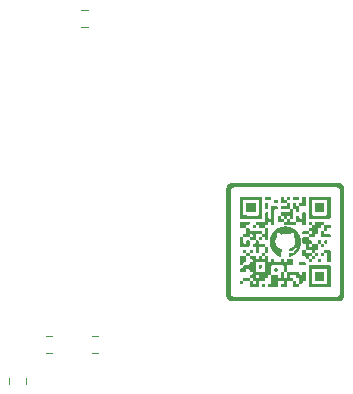
<source format=gbr>
%TF.GenerationSoftware,KiCad,Pcbnew,7.0.5*%
%TF.CreationDate,2023-08-12T02:06:38+02:00*%
%TF.ProjectId,STM32F4_HexGauge_V3,53544d33-3246-4345-9f48-657847617567,rev?*%
%TF.SameCoordinates,Original*%
%TF.FileFunction,Legend,Bot*%
%TF.FilePolarity,Positive*%
%FSLAX46Y46*%
G04 Gerber Fmt 4.6, Leading zero omitted, Abs format (unit mm)*
G04 Created by KiCad (PCBNEW 7.0.5) date 2023-08-12 02:06:38*
%MOMM*%
%LPD*%
G01*
G04 APERTURE LIST*
%ADD10C,0.120000*%
G04 APERTURE END LIST*
D10*
%TO.C,C27*%
X120681252Y-65555000D02*
X120158748Y-65555000D01*
X120681252Y-64085000D02*
X120158748Y-64085000D01*
%TO.C,C28*%
X121058748Y-91635000D02*
X121581252Y-91635000D01*
X121058748Y-93105000D02*
X121581252Y-93105000D01*
%TO.C,G\u002A\u002A\u002A*%
G36*
X135427451Y-85710867D02*
G01*
X135441667Y-85725084D01*
X135441667Y-85828197D01*
X135441667Y-85931309D01*
X135430000Y-85943497D01*
X135425993Y-85947470D01*
X135417862Y-85954465D01*
X135411667Y-85958473D01*
X135411281Y-85958596D01*
X135405301Y-85959316D01*
X135393720Y-85959975D01*
X135377451Y-85960547D01*
X135357409Y-85961006D01*
X135334507Y-85961323D01*
X135309660Y-85961472D01*
X135306442Y-85961480D01*
X135279385Y-85961521D01*
X135258102Y-85961478D01*
X135241788Y-85961293D01*
X135229637Y-85960912D01*
X135220840Y-85960278D01*
X135214592Y-85959336D01*
X135210086Y-85958031D01*
X135206515Y-85956305D01*
X135203073Y-85954103D01*
X135202021Y-85953369D01*
X135192293Y-85944809D01*
X135184109Y-85935071D01*
X135183112Y-85933580D01*
X135181120Y-85930271D01*
X135179578Y-85926591D01*
X135178439Y-85921754D01*
X135177654Y-85914973D01*
X135177175Y-85905459D01*
X135176954Y-85892427D01*
X135176944Y-85875089D01*
X135177096Y-85852658D01*
X135177363Y-85824347D01*
X135178334Y-85725075D01*
X135192550Y-85710862D01*
X135206765Y-85696649D01*
X135310000Y-85696649D01*
X135413236Y-85696649D01*
X135427451Y-85710867D01*
G37*
G36*
X135422432Y-83331339D02*
G01*
X135426717Y-83334826D01*
X135431665Y-83339488D01*
X135435532Y-83344623D01*
X135438441Y-83351005D01*
X135440514Y-83359408D01*
X135441874Y-83370606D01*
X135442645Y-83385374D01*
X135442948Y-83404485D01*
X135442906Y-83428715D01*
X135442643Y-83458837D01*
X135441667Y-83556392D01*
X135430000Y-83569267D01*
X135425714Y-83573730D01*
X135417734Y-83580871D01*
X135411667Y-83584879D01*
X135411372Y-83584977D01*
X135405585Y-83585689D01*
X135394173Y-83586342D01*
X135378056Y-83586909D01*
X135358153Y-83587363D01*
X135335384Y-83587679D01*
X135310668Y-83587828D01*
X135288236Y-83587865D01*
X135263186Y-83587786D01*
X135243423Y-83587421D01*
X135228156Y-83586616D01*
X135216592Y-83585221D01*
X135207940Y-83583084D01*
X135201407Y-83580053D01*
X135196201Y-83575977D01*
X135191530Y-83570704D01*
X135186601Y-83564083D01*
X135176667Y-83550367D01*
X135176667Y-83455525D01*
X135176676Y-83438844D01*
X135176793Y-83412401D01*
X135177152Y-83391418D01*
X135177886Y-83375107D01*
X135179127Y-83362684D01*
X135181007Y-83353361D01*
X135183659Y-83346351D01*
X135187215Y-83340868D01*
X135191807Y-83336126D01*
X135197569Y-83331339D01*
X135208067Y-83323004D01*
X135310000Y-83323004D01*
X135411934Y-83323004D01*
X135422432Y-83331339D01*
G37*
G36*
X135857761Y-84111459D02*
G01*
X135883723Y-84111621D01*
X135904300Y-84112083D01*
X135920254Y-84112996D01*
X135932345Y-84114514D01*
X135941337Y-84116789D01*
X135947991Y-84119975D01*
X135953067Y-84124224D01*
X135957329Y-84129689D01*
X135961537Y-84136522D01*
X135970000Y-84150967D01*
X135970000Y-84377121D01*
X135970000Y-84603275D01*
X135962060Y-84618226D01*
X135960795Y-84620523D01*
X135952658Y-84631286D01*
X135942893Y-84637155D01*
X135941547Y-84637552D01*
X135932785Y-84638870D01*
X135918101Y-84639898D01*
X135897310Y-84640644D01*
X135870227Y-84641115D01*
X135836667Y-84641317D01*
X135816026Y-84641338D01*
X135789697Y-84641219D01*
X135768787Y-84640786D01*
X135752543Y-84639892D01*
X135740214Y-84638386D01*
X135731045Y-84636122D01*
X135724286Y-84632951D01*
X135719184Y-84628724D01*
X135714985Y-84623292D01*
X135710939Y-84616507D01*
X135703444Y-84603172D01*
X135703389Y-84376416D01*
X135703334Y-84149660D01*
X135711556Y-84137559D01*
X135712911Y-84135672D01*
X135721679Y-84126005D01*
X135731116Y-84118449D01*
X135733812Y-84116872D01*
X135737604Y-84115156D01*
X135742349Y-84113845D01*
X135748865Y-84112884D01*
X135757967Y-84112220D01*
X135770471Y-84111798D01*
X135787193Y-84111563D01*
X135808950Y-84111463D01*
X135836557Y-84111441D01*
X135857761Y-84111459D01*
G37*
G36*
X136640739Y-85958355D02*
G01*
X136667617Y-85958455D01*
X136688967Y-85958790D01*
X136705605Y-85959501D01*
X136718347Y-85960725D01*
X136728006Y-85962600D01*
X136735400Y-85965266D01*
X136741342Y-85968861D01*
X136746647Y-85973523D01*
X136752132Y-85979391D01*
X136761667Y-85990021D01*
X136762684Y-86083366D01*
X136762703Y-86085179D01*
X136762891Y-86109916D01*
X136762930Y-86132857D01*
X136762828Y-86153027D01*
X136762596Y-86169452D01*
X136762240Y-86181159D01*
X136761769Y-86187173D01*
X136757169Y-86198386D01*
X136746893Y-86210077D01*
X136732426Y-86219595D01*
X136730710Y-86220358D01*
X136725917Y-86221806D01*
X136719180Y-86222923D01*
X136709712Y-86223751D01*
X136696725Y-86224329D01*
X136679433Y-86224698D01*
X136657048Y-86224900D01*
X136628785Y-86224976D01*
X136535903Y-86225052D01*
X136520009Y-86216400D01*
X136514114Y-86212787D01*
X136505404Y-86205822D01*
X136500391Y-86199574D01*
X136499988Y-86198376D01*
X136498793Y-86189994D01*
X136497863Y-86174951D01*
X136497199Y-86153245D01*
X136496800Y-86124878D01*
X136496667Y-86089848D01*
X136496667Y-85988296D01*
X136505369Y-85978529D01*
X136507147Y-85976553D01*
X136512297Y-85971315D01*
X136517637Y-85967192D01*
X136523976Y-85964049D01*
X136532124Y-85961754D01*
X136542891Y-85960174D01*
X136557085Y-85959177D01*
X136575518Y-85958629D01*
X136598997Y-85958398D01*
X136628334Y-85958350D01*
X136640739Y-85958355D01*
G37*
G36*
X136641649Y-80154262D02*
G01*
X136668707Y-80154381D01*
X136690230Y-80154762D01*
X136707014Y-80155550D01*
X136719852Y-80156891D01*
X136729539Y-80158929D01*
X136736872Y-80161810D01*
X136742645Y-80165679D01*
X136747652Y-80170681D01*
X136752689Y-80176960D01*
X136761667Y-80188726D01*
X136762685Y-80280672D01*
X136762690Y-80281187D01*
X136762883Y-80305846D01*
X136762918Y-80328792D01*
X136762803Y-80349036D01*
X136762550Y-80365585D01*
X136762167Y-80377449D01*
X136761666Y-80383638D01*
X136760895Y-80386505D01*
X136755397Y-80397009D01*
X136746481Y-80407807D01*
X136733334Y-80420957D01*
X136630834Y-80420944D01*
X136603969Y-80420922D01*
X136580395Y-80420827D01*
X136562012Y-80420616D01*
X136548051Y-80420244D01*
X136537744Y-80419667D01*
X136530320Y-80418841D01*
X136525012Y-80417721D01*
X136521049Y-80416264D01*
X136517662Y-80414424D01*
X136512782Y-80411310D01*
X136508108Y-80407572D01*
X136504438Y-80403034D01*
X136501650Y-80396961D01*
X136499623Y-80388622D01*
X136498236Y-80377283D01*
X136497368Y-80362209D01*
X136496898Y-80342669D01*
X136496705Y-80317928D01*
X136496667Y-80287253D01*
X136496667Y-80186555D01*
X136504812Y-80175875D01*
X136506509Y-80173680D01*
X136511285Y-80168129D01*
X136516408Y-80163748D01*
X136522667Y-80160400D01*
X136530854Y-80157946D01*
X136541756Y-80156249D01*
X136556166Y-80155169D01*
X136574872Y-80154569D01*
X136598665Y-80154310D01*
X136628334Y-80154255D01*
X136641649Y-80154262D01*
G37*
G36*
X135584437Y-87278546D02*
G01*
X135612641Y-87278795D01*
X135636520Y-87279301D01*
X135655490Y-87280044D01*
X135668965Y-87281004D01*
X135676362Y-87282159D01*
X135685733Y-87286692D01*
X135696748Y-87297995D01*
X135705000Y-87310194D01*
X135705977Y-87407964D01*
X135706954Y-87505734D01*
X135697644Y-87520462D01*
X135694232Y-87525313D01*
X135686051Y-87534349D01*
X135678334Y-87540132D01*
X135677682Y-87540436D01*
X135673160Y-87541876D01*
X135666410Y-87543001D01*
X135656690Y-87543847D01*
X135643262Y-87544448D01*
X135625386Y-87544840D01*
X135602323Y-87545057D01*
X135573334Y-87545137D01*
X135549001Y-87545135D01*
X135524083Y-87544990D01*
X135504422Y-87544530D01*
X135489237Y-87543589D01*
X135477744Y-87542001D01*
X135469162Y-87539598D01*
X135462710Y-87536215D01*
X135457606Y-87531685D01*
X135453066Y-87525841D01*
X135448310Y-87518518D01*
X135439717Y-87504904D01*
X135440692Y-87407549D01*
X135440781Y-87398757D01*
X135441067Y-87372529D01*
X135441375Y-87351943D01*
X135441770Y-87336202D01*
X135442319Y-87324512D01*
X135443087Y-87316076D01*
X135444140Y-87310101D01*
X135445543Y-87305790D01*
X135447362Y-87302349D01*
X135449663Y-87298982D01*
X135450984Y-87297157D01*
X135455307Y-87291866D01*
X135460106Y-87287682D01*
X135466153Y-87284475D01*
X135474223Y-87282118D01*
X135485091Y-87280478D01*
X135499529Y-87279429D01*
X135518312Y-87278840D01*
X135542213Y-87278581D01*
X135572007Y-87278523D01*
X135584437Y-87278546D01*
G37*
G36*
X134531660Y-84374816D02*
G01*
X134558717Y-84374935D01*
X134580239Y-84375316D01*
X134597021Y-84376105D01*
X134609858Y-84377446D01*
X134619545Y-84379485D01*
X134626876Y-84382367D01*
X134632648Y-84386237D01*
X134637653Y-84391240D01*
X134642689Y-84397521D01*
X134651667Y-84409294D01*
X134651667Y-84509827D01*
X134651667Y-84610359D01*
X134642380Y-84622537D01*
X134640491Y-84624837D01*
X134631464Y-84632992D01*
X134622380Y-84637812D01*
X134621602Y-84638007D01*
X134613454Y-84639032D01*
X134600010Y-84639846D01*
X134582355Y-84640453D01*
X134561579Y-84640856D01*
X134538767Y-84641058D01*
X134515008Y-84641064D01*
X134491388Y-84640877D01*
X134468996Y-84640499D01*
X134448919Y-84639934D01*
X134432244Y-84639187D01*
X134420058Y-84638259D01*
X134413449Y-84637155D01*
X134413151Y-84637050D01*
X134402869Y-84630953D01*
X134394283Y-84621848D01*
X134393287Y-84620349D01*
X134391340Y-84617035D01*
X134389817Y-84613263D01*
X134388668Y-84608255D01*
X134387839Y-84601236D01*
X134387278Y-84591431D01*
X134386932Y-84578062D01*
X134386750Y-84560354D01*
X134386679Y-84537530D01*
X134386667Y-84508815D01*
X134386667Y-84407109D01*
X134394812Y-84396429D01*
X134396509Y-84394234D01*
X134401285Y-84388683D01*
X134406408Y-84384302D01*
X134412667Y-84380954D01*
X134420854Y-84378500D01*
X134431756Y-84376802D01*
X134446166Y-84375723D01*
X134464872Y-84375123D01*
X134488665Y-84374864D01*
X134518334Y-84374809D01*
X134531660Y-84374816D01*
G37*
G36*
X140394153Y-83585236D02*
G01*
X140412637Y-83587057D01*
X140426694Y-83590704D01*
X140436927Y-83596779D01*
X140443936Y-83605887D01*
X140448323Y-83618632D01*
X140450688Y-83635617D01*
X140451633Y-83657447D01*
X140451759Y-83684725D01*
X140451667Y-83718056D01*
X140451666Y-83729281D01*
X140451636Y-83755761D01*
X140451527Y-83776625D01*
X140451288Y-83792643D01*
X140450868Y-83804585D01*
X140450216Y-83813220D01*
X140449281Y-83819320D01*
X140448013Y-83823654D01*
X140446361Y-83826991D01*
X140444273Y-83830103D01*
X140443939Y-83830562D01*
X140435572Y-83839236D01*
X140425940Y-83845862D01*
X140423617Y-83846867D01*
X140418692Y-83848275D01*
X140411822Y-83849358D01*
X140402222Y-83850157D01*
X140389103Y-83850713D01*
X140371679Y-83851067D01*
X140349163Y-83851259D01*
X140320768Y-83851331D01*
X140226535Y-83851407D01*
X140213147Y-83842954D01*
X140207280Y-83839179D01*
X140201193Y-83834681D01*
X140196442Y-83829766D01*
X140192863Y-83823653D01*
X140190289Y-83815560D01*
X140188557Y-83804707D01*
X140187499Y-83790311D01*
X140186953Y-83771591D01*
X140186751Y-83747767D01*
X140186729Y-83718056D01*
X140186730Y-83716109D01*
X140186849Y-83685549D01*
X140187172Y-83661128D01*
X140187719Y-83642346D01*
X140188510Y-83628707D01*
X140189565Y-83619711D01*
X140190905Y-83614862D01*
X140193244Y-83611333D01*
X140200391Y-83603525D01*
X140209449Y-83595692D01*
X140223852Y-83584705D01*
X140318923Y-83584705D01*
X140341501Y-83584650D01*
X140370641Y-83584635D01*
X140394153Y-83585236D01*
G37*
G36*
X139911989Y-84919533D02*
G01*
X139915514Y-84924004D01*
X139921786Y-84934177D01*
X139925125Y-84942870D01*
X139925143Y-84942971D01*
X139925607Y-84949182D01*
X139925955Y-84961046D01*
X139926178Y-84977583D01*
X139926269Y-84997812D01*
X139926219Y-85020754D01*
X139926018Y-85045427D01*
X139925000Y-85137637D01*
X139914675Y-85150441D01*
X139911422Y-85154237D01*
X139903269Y-85162277D01*
X139896342Y-85167364D01*
X139896223Y-85167423D01*
X139891234Y-85168745D01*
X139882005Y-85169786D01*
X139868051Y-85170565D01*
X139848888Y-85171103D01*
X139824030Y-85171418D01*
X139792993Y-85171531D01*
X139789969Y-85171532D01*
X139762870Y-85171528D01*
X139741551Y-85171449D01*
X139725206Y-85171236D01*
X139713026Y-85170835D01*
X139704205Y-85170186D01*
X139697937Y-85169233D01*
X139693415Y-85167920D01*
X139689830Y-85166188D01*
X139686378Y-85163980D01*
X139684181Y-85162361D01*
X139675061Y-85153421D01*
X139667606Y-85143144D01*
X139665713Y-85139652D01*
X139663915Y-85135502D01*
X139662549Y-85130549D01*
X139661554Y-85123957D01*
X139660870Y-85114886D01*
X139660437Y-85102500D01*
X139660197Y-85085960D01*
X139660090Y-85064428D01*
X139660055Y-85037066D01*
X139660053Y-85028852D01*
X139660120Y-85001089D01*
X139660402Y-84978975D01*
X139661024Y-84961702D01*
X139662108Y-84948461D01*
X139663778Y-84938444D01*
X139666158Y-84930844D01*
X139669371Y-84924850D01*
X139673540Y-84919655D01*
X139678790Y-84914451D01*
X139687204Y-84906545D01*
X139793984Y-84906545D01*
X139900763Y-84906545D01*
X139911989Y-84919533D01*
G37*
G36*
X139503758Y-82001587D02*
G01*
X139534138Y-82001855D01*
X139631667Y-82002831D01*
X139641049Y-82011120D01*
X139641078Y-82011146D01*
X139649629Y-82020129D01*
X139657026Y-82030081D01*
X139658636Y-82032898D01*
X139660185Y-82036625D01*
X139661353Y-82041473D01*
X139662180Y-82048234D01*
X139662707Y-82057702D01*
X139662977Y-82070667D01*
X139663028Y-82087923D01*
X139662904Y-82110261D01*
X139662644Y-82138474D01*
X139662550Y-82147778D01*
X139662264Y-82173961D01*
X139661956Y-82194515D01*
X139661560Y-82210232D01*
X139661010Y-82221906D01*
X139660242Y-82230330D01*
X139659190Y-82236298D01*
X139657790Y-82240602D01*
X139655974Y-82244037D01*
X139653680Y-82247396D01*
X139652549Y-82248895D01*
X139644196Y-82257306D01*
X139635346Y-82263100D01*
X139633735Y-82263694D01*
X139627548Y-82265012D01*
X139617951Y-82266033D01*
X139604294Y-82266787D01*
X139585925Y-82267302D01*
X139562193Y-82267609D01*
X139532448Y-82267735D01*
X139510160Y-82267743D01*
X139483686Y-82267602D01*
X139462627Y-82267157D01*
X139446247Y-82266274D01*
X139433812Y-82264816D01*
X139424588Y-82262646D01*
X139417840Y-82259629D01*
X139412834Y-82255629D01*
X139408834Y-82250509D01*
X139405107Y-82244133D01*
X139396667Y-82228625D01*
X139396667Y-82134413D01*
X139396667Y-82040202D01*
X139405834Y-82025679D01*
X139409847Y-82019519D01*
X139414153Y-82014013D01*
X139419069Y-82009722D01*
X139425351Y-82006503D01*
X139433757Y-82004217D01*
X139445043Y-82002723D01*
X139459968Y-82001880D01*
X139479287Y-82001549D01*
X139503758Y-82001587D01*
G37*
G36*
X134314756Y-84638707D02*
G01*
X134331303Y-84638961D01*
X134343165Y-84639343D01*
X134349353Y-84639845D01*
X134352220Y-84640616D01*
X134362723Y-84646115D01*
X134373520Y-84655032D01*
X134386667Y-84668181D01*
X134386667Y-84772046D01*
X134386667Y-84875912D01*
X134378568Y-84886531D01*
X134377855Y-84887435D01*
X134369064Y-84896077D01*
X134359402Y-84902606D01*
X134356984Y-84903654D01*
X134352063Y-84905073D01*
X134345253Y-84906160D01*
X134335757Y-84906958D01*
X134322781Y-84907507D01*
X134305526Y-84907849D01*
X134283198Y-84908027D01*
X134255000Y-84908081D01*
X134230404Y-84908074D01*
X134208175Y-84907998D01*
X134191038Y-84907793D01*
X134178159Y-84907402D01*
X134168702Y-84906765D01*
X134161833Y-84905824D01*
X134156717Y-84904520D01*
X134152518Y-84902794D01*
X134148402Y-84900588D01*
X134146695Y-84899555D01*
X134135965Y-84890556D01*
X134127623Y-84879807D01*
X134125712Y-84876282D01*
X134123914Y-84872129D01*
X134122547Y-84867175D01*
X134121552Y-84860582D01*
X134120868Y-84851512D01*
X134120436Y-84839126D01*
X134120197Y-84822588D01*
X134120090Y-84801058D01*
X134120055Y-84773698D01*
X134120055Y-84759410D01*
X134120162Y-84732463D01*
X134120536Y-84711030D01*
X134121321Y-84694319D01*
X134122660Y-84681537D01*
X134124697Y-84671892D01*
X134127576Y-84664590D01*
X134131441Y-84658840D01*
X134136436Y-84653849D01*
X134142703Y-84648823D01*
X134154467Y-84639844D01*
X134246400Y-84638826D01*
X134246916Y-84638820D01*
X134271572Y-84638627D01*
X134294515Y-84638593D01*
X134314756Y-84638707D01*
G37*
G36*
X140860079Y-83584709D02*
G01*
X140886964Y-83584802D01*
X140908315Y-83585120D01*
X140924957Y-83585801D01*
X140937714Y-83586979D01*
X140947408Y-83588791D01*
X140954862Y-83591371D01*
X140960901Y-83594855D01*
X140966347Y-83599380D01*
X140972024Y-83605080D01*
X140981667Y-83615147D01*
X140981667Y-83718056D01*
X140981667Y-83820965D01*
X140972081Y-83830972D01*
X140970889Y-83832177D01*
X140961470Y-83840135D01*
X140952081Y-83846117D01*
X140950898Y-83846654D01*
X140946230Y-83848104D01*
X140939517Y-83849227D01*
X140929991Y-83850061D01*
X140916879Y-83850645D01*
X140899413Y-83851016D01*
X140876821Y-83851214D01*
X140848334Y-83851276D01*
X140823906Y-83851269D01*
X140801637Y-83851193D01*
X140784467Y-83850989D01*
X140771561Y-83850599D01*
X140762083Y-83849963D01*
X140755199Y-83849024D01*
X140750075Y-83847723D01*
X140745876Y-83846001D01*
X140741766Y-83843800D01*
X140739243Y-83842254D01*
X140728882Y-83833965D01*
X140720795Y-83824823D01*
X140719799Y-83823334D01*
X140717800Y-83820019D01*
X140716253Y-83816341D01*
X140715109Y-83811512D01*
X140714322Y-83804744D01*
X140713841Y-83795250D01*
X140713620Y-83782240D01*
X140713610Y-83764927D01*
X140713763Y-83742523D01*
X140714030Y-83714240D01*
X140715000Y-83615137D01*
X140724643Y-83605076D01*
X140726863Y-83602781D01*
X140732358Y-83597541D01*
X140737932Y-83593425D01*
X140744409Y-83590298D01*
X140752611Y-83588024D01*
X140763363Y-83586468D01*
X140777488Y-83585493D01*
X140795809Y-83584965D01*
X140819150Y-83584747D01*
X140848334Y-83584705D01*
X140860079Y-83584709D01*
G37*
G36*
X135639902Y-84638802D02*
G01*
X135655564Y-84639514D01*
X135667451Y-84640818D01*
X135676316Y-84642842D01*
X135682916Y-84645715D01*
X135688004Y-84649566D01*
X135692336Y-84654523D01*
X135696667Y-84660716D01*
X135705000Y-84673181D01*
X135705000Y-84773194D01*
X135705000Y-84873208D01*
X135696667Y-84885652D01*
X135694801Y-84888237D01*
X135686602Y-84897056D01*
X135678334Y-84903078D01*
X135677444Y-84903489D01*
X135672866Y-84904914D01*
X135666078Y-84906026D01*
X135656337Y-84906860D01*
X135642901Y-84907453D01*
X135625026Y-84907839D01*
X135601972Y-84908055D01*
X135572993Y-84908136D01*
X135569900Y-84908139D01*
X135542816Y-84908142D01*
X135521510Y-84908068D01*
X135505175Y-84907861D01*
X135493005Y-84907462D01*
X135484192Y-84906816D01*
X135477930Y-84905864D01*
X135473411Y-84904551D01*
X135469829Y-84902820D01*
X135466378Y-84900613D01*
X135464181Y-84898993D01*
X135455061Y-84890053D01*
X135447606Y-84879777D01*
X135445713Y-84876284D01*
X135443915Y-84872134D01*
X135442549Y-84867182D01*
X135441554Y-84860589D01*
X135440870Y-84851518D01*
X135440437Y-84839132D01*
X135440197Y-84822592D01*
X135440090Y-84801060D01*
X135440055Y-84773698D01*
X135440053Y-84760988D01*
X135440133Y-84734215D01*
X135440444Y-84712953D01*
X135441120Y-84696381D01*
X135442296Y-84683680D01*
X135444106Y-84674027D01*
X135446684Y-84666602D01*
X135450164Y-84660585D01*
X135454681Y-84655153D01*
X135460368Y-84649488D01*
X135470428Y-84639844D01*
X135568577Y-84638868D01*
X135594231Y-84638637D01*
X135619709Y-84638552D01*
X135639902Y-84638802D01*
G37*
G36*
X140568710Y-83848524D02*
G01*
X140593334Y-83848722D01*
X140619805Y-83849029D01*
X140641210Y-83849348D01*
X140657577Y-83849741D01*
X140669733Y-83850283D01*
X140678501Y-83851045D01*
X140684708Y-83852098D01*
X140689178Y-83853517D01*
X140692738Y-83855372D01*
X140696211Y-83857737D01*
X140698168Y-83859156D01*
X140703424Y-83863472D01*
X140707579Y-83868277D01*
X140710763Y-83874344D01*
X140713102Y-83882445D01*
X140714727Y-83893352D01*
X140715766Y-83907837D01*
X140716346Y-83926672D01*
X140716598Y-83950630D01*
X140716649Y-83980483D01*
X140716648Y-83981444D01*
X140716520Y-84006213D01*
X140716183Y-84029290D01*
X140715671Y-84049679D01*
X140715012Y-84066385D01*
X140714239Y-84078414D01*
X140713383Y-84084771D01*
X140711362Y-84090466D01*
X140706870Y-84097078D01*
X140699135Y-84103229D01*
X140686667Y-84110345D01*
X140685193Y-84110966D01*
X140679512Y-84112231D01*
X140670286Y-84113206D01*
X140656891Y-84113919D01*
X140638703Y-84114396D01*
X140615098Y-84114666D01*
X140585452Y-84114754D01*
X140492569Y-84114775D01*
X140476639Y-84106103D01*
X140469466Y-84102026D01*
X140463650Y-84097899D01*
X140459110Y-84093019D01*
X140455698Y-84086647D01*
X140453267Y-84078044D01*
X140451671Y-84066470D01*
X140450762Y-84051186D01*
X140450393Y-84031453D01*
X140450416Y-84006533D01*
X140450686Y-83975684D01*
X140451667Y-83878343D01*
X140465981Y-83864998D01*
X140472394Y-83859652D01*
X140482570Y-83853065D01*
X140490981Y-83849679D01*
X140491023Y-83849671D01*
X140497209Y-83849187D01*
X140509059Y-83848821D01*
X140525585Y-83848582D01*
X140545798Y-83848480D01*
X140568710Y-83848524D01*
G37*
G36*
X134218043Y-86748479D02*
G01*
X134250219Y-86748580D01*
X134277328Y-86748793D01*
X134299850Y-86749158D01*
X134318265Y-86749717D01*
X134333055Y-86750508D01*
X134344700Y-86751573D01*
X134353681Y-86752952D01*
X134360477Y-86754685D01*
X134365571Y-86756813D01*
X134369441Y-86759375D01*
X134372569Y-86762412D01*
X134375436Y-86765965D01*
X134378522Y-86770074D01*
X134386667Y-86780754D01*
X134386667Y-86884620D01*
X134386667Y-86988485D01*
X134373334Y-87001820D01*
X134360000Y-87015155D01*
X134125834Y-87015143D01*
X134124502Y-87015143D01*
X134079476Y-87015135D01*
X134040622Y-87015107D01*
X134007461Y-87015048D01*
X133979512Y-87014943D01*
X133956295Y-87014781D01*
X133937328Y-87014548D01*
X133922132Y-87014232D01*
X133910226Y-87013820D01*
X133901129Y-87013298D01*
X133894361Y-87012655D01*
X133889441Y-87011877D01*
X133885890Y-87010951D01*
X133883226Y-87009865D01*
X133880968Y-87008606D01*
X133878824Y-87007133D01*
X133870310Y-86998796D01*
X133863468Y-86988749D01*
X133862503Y-86986794D01*
X133860690Y-86982401D01*
X133859296Y-86977255D01*
X133858266Y-86970513D01*
X133857545Y-86961330D01*
X133857079Y-86948859D01*
X133856814Y-86932256D01*
X133856695Y-86910677D01*
X133856667Y-86883275D01*
X133856677Y-86867810D01*
X133856811Y-86841111D01*
X133857227Y-86819892D01*
X133858082Y-86803358D01*
X133859528Y-86790716D01*
X133861722Y-86781171D01*
X133864818Y-86773928D01*
X133868970Y-86768192D01*
X133874334Y-86763171D01*
X133881064Y-86758068D01*
X133894334Y-86748454D01*
X134120830Y-86748454D01*
X134136567Y-86748453D01*
X134180319Y-86748450D01*
X134218043Y-86748479D01*
G37*
G36*
X134066295Y-84375388D02*
G01*
X134084170Y-84377300D01*
X134097746Y-84381068D01*
X134107610Y-84387293D01*
X134114348Y-84396574D01*
X134118546Y-84409512D01*
X134120791Y-84426706D01*
X134121669Y-84448757D01*
X134121765Y-84476264D01*
X134121667Y-84509827D01*
X134121666Y-84520367D01*
X134121634Y-84547491D01*
X134121523Y-84568952D01*
X134121288Y-84585503D01*
X134120883Y-84597893D01*
X134120261Y-84606876D01*
X134119377Y-84613203D01*
X134118184Y-84617626D01*
X134116636Y-84620895D01*
X134114688Y-84623764D01*
X134114626Y-84623847D01*
X134106370Y-84631619D01*
X134096355Y-84637155D01*
X134095093Y-84637527D01*
X134086340Y-84638853D01*
X134071630Y-84639888D01*
X134050788Y-84640639D01*
X134023637Y-84641113D01*
X133990000Y-84641317D01*
X133969359Y-84641338D01*
X133943030Y-84641219D01*
X133922120Y-84640786D01*
X133905877Y-84639892D01*
X133893547Y-84638386D01*
X133884379Y-84636122D01*
X133877620Y-84632951D01*
X133872517Y-84628724D01*
X133868319Y-84623292D01*
X133864272Y-84616507D01*
X133862386Y-84613004D01*
X133860587Y-84608827D01*
X133859219Y-84603855D01*
X133858223Y-84597248D01*
X133857538Y-84588167D01*
X133857105Y-84575773D01*
X133856865Y-84559228D01*
X133856757Y-84537694D01*
X133856722Y-84510330D01*
X133856723Y-84493551D01*
X133856847Y-84467003D01*
X133857260Y-84445906D01*
X133858113Y-84429469D01*
X133859561Y-84416903D01*
X133861756Y-84407414D01*
X133864851Y-84400213D01*
X133868998Y-84394508D01*
X133874352Y-84389508D01*
X133881064Y-84384423D01*
X133894334Y-84374809D01*
X133989719Y-84374809D01*
X134015305Y-84374737D01*
X134043536Y-84374734D01*
X134066295Y-84375388D01*
G37*
G36*
X134892081Y-82274009D02*
G01*
X134897230Y-82277834D01*
X134902998Y-82282783D01*
X134907509Y-82288175D01*
X134910909Y-82294789D01*
X134913340Y-82303403D01*
X134914945Y-82314795D01*
X134915868Y-82329741D01*
X134916252Y-82349021D01*
X134916241Y-82373412D01*
X134915978Y-82403692D01*
X134915914Y-82409954D01*
X134915623Y-82436457D01*
X134915315Y-82457261D01*
X134914922Y-82473170D01*
X134914376Y-82484985D01*
X134913611Y-82493510D01*
X134912559Y-82499548D01*
X134911154Y-82503901D01*
X134909328Y-82507372D01*
X134907013Y-82510763D01*
X134905894Y-82512250D01*
X134897536Y-82520700D01*
X134888680Y-82526563D01*
X134888197Y-82526767D01*
X134883469Y-82528091D01*
X134876204Y-82529105D01*
X134865713Y-82529834D01*
X134851309Y-82530301D01*
X134832303Y-82530529D01*
X134808009Y-82530542D01*
X134777738Y-82530365D01*
X134751228Y-82530136D01*
X134728002Y-82529863D01*
X134709977Y-82529513D01*
X134696390Y-82529035D01*
X134686474Y-82528377D01*
X134679467Y-82527487D01*
X134674604Y-82526312D01*
X134671119Y-82524800D01*
X134668249Y-82522899D01*
X134664402Y-82519718D01*
X134660142Y-82514853D01*
X134656810Y-82508611D01*
X134654294Y-82500237D01*
X134652483Y-82488975D01*
X134651265Y-82474070D01*
X134650529Y-82454765D01*
X134650161Y-82430306D01*
X134650051Y-82399936D01*
X134650050Y-82398254D01*
X134650120Y-82368267D01*
X134650434Y-82344143D01*
X134651113Y-82325114D01*
X134652276Y-82310415D01*
X134654041Y-82299280D01*
X134656528Y-82290944D01*
X134659858Y-82284640D01*
X134664148Y-82279602D01*
X134669519Y-82275065D01*
X134681135Y-82266199D01*
X134779878Y-82265228D01*
X134878621Y-82264257D01*
X134892081Y-82274009D01*
G37*
G36*
X139530955Y-85169913D02*
G01*
X139556252Y-85169983D01*
X139583369Y-85170260D01*
X139605256Y-85170736D01*
X139621556Y-85171400D01*
X139631909Y-85172241D01*
X139635955Y-85173247D01*
X139638430Y-85175756D01*
X139644697Y-85180086D01*
X139645573Y-85180637D01*
X139651535Y-85186582D01*
X139657197Y-85195036D01*
X139657663Y-85195930D01*
X139659375Y-85199942D01*
X139660707Y-85204943D01*
X139661705Y-85211745D01*
X139662417Y-85221158D01*
X139662888Y-85233994D01*
X139663167Y-85251065D01*
X139663300Y-85273180D01*
X139663334Y-85301152D01*
X139663328Y-85315666D01*
X139663263Y-85340482D01*
X139663085Y-85359833D01*
X139662745Y-85374525D01*
X139662193Y-85385361D01*
X139661381Y-85393148D01*
X139660258Y-85398691D01*
X139658775Y-85402794D01*
X139656883Y-85406262D01*
X139656535Y-85406818D01*
X139648206Y-85417652D01*
X139638489Y-85426968D01*
X139629644Y-85432581D01*
X139629409Y-85432649D01*
X139624128Y-85433133D01*
X139613200Y-85433584D01*
X139597521Y-85433984D01*
X139577989Y-85434313D01*
X139555499Y-85434553D01*
X139530947Y-85434685D01*
X139509048Y-85434728D01*
X139483293Y-85434636D01*
X139462894Y-85434225D01*
X139447084Y-85433342D01*
X139435095Y-85431833D01*
X139426159Y-85429542D01*
X139419511Y-85426316D01*
X139414382Y-85422001D01*
X139410005Y-85416441D01*
X139405613Y-85409484D01*
X139396667Y-85394671D01*
X139396667Y-85301132D01*
X139396608Y-85277729D01*
X139396606Y-85249216D01*
X139397241Y-85226209D01*
X139399115Y-85208121D01*
X139402831Y-85194363D01*
X139408990Y-85184348D01*
X139418194Y-85177487D01*
X139431045Y-85173192D01*
X139448145Y-85170875D01*
X139470095Y-85169949D01*
X139497498Y-85169824D01*
X139530955Y-85169913D01*
G37*
G36*
X137685613Y-79890986D02*
G01*
X137716082Y-79891094D01*
X137740422Y-79891409D01*
X137759134Y-79891949D01*
X137772719Y-79892735D01*
X137781679Y-79893787D01*
X137786515Y-79895126D01*
X137790149Y-79897552D01*
X137797965Y-79904749D01*
X137805820Y-79913853D01*
X137816944Y-79928440D01*
X137815972Y-80027179D01*
X137815864Y-80038149D01*
X137815581Y-80064160D01*
X137815274Y-80084577D01*
X137814876Y-80100190D01*
X137814325Y-80111787D01*
X137813556Y-80120156D01*
X137812504Y-80126085D01*
X137811106Y-80130363D01*
X137809297Y-80133778D01*
X137807013Y-80137119D01*
X137805883Y-80138618D01*
X137797529Y-80147029D01*
X137788680Y-80152824D01*
X137786334Y-80153634D01*
X137779837Y-80154878D01*
X137769943Y-80155831D01*
X137756000Y-80156523D01*
X137737353Y-80156979D01*
X137713349Y-80157228D01*
X137683334Y-80157298D01*
X137662881Y-80157273D01*
X137636503Y-80157098D01*
X137615550Y-80156625D01*
X137599270Y-80155708D01*
X137586913Y-80154198D01*
X137577727Y-80151947D01*
X137570959Y-80148808D01*
X137565859Y-80144634D01*
X137561674Y-80139275D01*
X137557654Y-80132585D01*
X137557626Y-80132536D01*
X137555440Y-80128454D01*
X137553725Y-80124288D01*
X137552422Y-80119217D01*
X137551474Y-80112415D01*
X137550825Y-80103062D01*
X137550415Y-80090333D01*
X137550189Y-80073406D01*
X137550088Y-80051457D01*
X137550055Y-80023664D01*
X137550000Y-79928077D01*
X137560986Y-79913672D01*
X137565313Y-79908410D01*
X137573421Y-79900159D01*
X137580153Y-79895126D01*
X137580359Y-79895027D01*
X137585456Y-79893708D01*
X137594711Y-79892674D01*
X137608625Y-79891905D01*
X137627699Y-79891381D01*
X137652435Y-79891081D01*
X137683334Y-79890985D01*
X137685613Y-79890986D01*
G37*
G36*
X133765598Y-87015190D02*
G01*
X133788721Y-87015390D01*
X133806816Y-87015902D01*
X133820608Y-87016871D01*
X133830819Y-87018443D01*
X133838172Y-87020764D01*
X133843389Y-87023979D01*
X133847195Y-87028233D01*
X133850313Y-87033673D01*
X133853464Y-87040444D01*
X133854051Y-87041762D01*
X133855870Y-87046532D01*
X133857276Y-87052014D01*
X133858323Y-87059057D01*
X133859061Y-87068514D01*
X133859543Y-87081235D01*
X133859820Y-87098071D01*
X133859944Y-87119872D01*
X133859966Y-87147490D01*
X133859947Y-87169196D01*
X133859862Y-87191994D01*
X133859653Y-87209635D01*
X133859260Y-87222969D01*
X133858625Y-87232849D01*
X133857687Y-87240126D01*
X133856388Y-87245652D01*
X133854667Y-87250277D01*
X133852466Y-87254854D01*
X133844299Y-87266797D01*
X133833386Y-87275690D01*
X133832503Y-87276147D01*
X133828450Y-87277873D01*
X133823433Y-87279214D01*
X133816639Y-87280220D01*
X133807253Y-87280936D01*
X133794459Y-87281410D01*
X133777443Y-87281690D01*
X133755391Y-87281823D01*
X133727486Y-87281857D01*
X133633201Y-87281857D01*
X133620003Y-87273524D01*
X133616721Y-87271412D01*
X133610067Y-87266565D01*
X133604808Y-87261281D01*
X133600782Y-87254781D01*
X133597824Y-87246287D01*
X133595771Y-87235019D01*
X133594459Y-87220200D01*
X133593725Y-87201050D01*
X133593404Y-87176790D01*
X133593334Y-87146642D01*
X133593338Y-87136139D01*
X133593446Y-87108525D01*
X133593804Y-87086527D01*
X133594550Y-87069352D01*
X133595824Y-87056209D01*
X133597763Y-87046309D01*
X133600507Y-87038858D01*
X133604194Y-87033068D01*
X133608962Y-87028146D01*
X133614951Y-87023302D01*
X133625630Y-87015155D01*
X133727932Y-87015155D01*
X133736725Y-87015155D01*
X133765598Y-87015190D01*
G37*
G36*
X140697656Y-84649102D02*
G01*
X140700473Y-84651335D01*
X140705149Y-84655806D01*
X140708850Y-84661059D01*
X140711678Y-84667830D01*
X140713735Y-84676853D01*
X140715122Y-84688865D01*
X140715943Y-84704601D01*
X140716298Y-84724797D01*
X140716290Y-84750187D01*
X140716020Y-84781507D01*
X140715788Y-84802401D01*
X140715461Y-84826035D01*
X140715073Y-84844357D01*
X140714568Y-84858155D01*
X140713885Y-84868214D01*
X140712968Y-84875323D01*
X140711758Y-84880265D01*
X140710197Y-84883829D01*
X140708227Y-84886801D01*
X140707696Y-84887486D01*
X140699612Y-84895390D01*
X140689945Y-84902040D01*
X140689184Y-84902439D01*
X140685170Y-84904185D01*
X140680221Y-84905541D01*
X140673519Y-84906555D01*
X140664245Y-84907274D01*
X140651581Y-84907745D01*
X140634706Y-84908018D01*
X140612803Y-84908140D01*
X140585053Y-84908157D01*
X140560568Y-84908130D01*
X140538301Y-84908036D01*
X140521131Y-84907818D01*
X140508224Y-84907416D01*
X140498744Y-84906772D01*
X140491856Y-84905827D01*
X140486726Y-84904521D01*
X140482520Y-84902794D01*
X140478402Y-84900588D01*
X140476695Y-84899555D01*
X140465965Y-84890556D01*
X140457623Y-84879807D01*
X140455712Y-84876282D01*
X140453914Y-84872129D01*
X140452547Y-84867175D01*
X140451552Y-84860582D01*
X140450868Y-84851512D01*
X140450436Y-84839126D01*
X140450197Y-84822588D01*
X140450090Y-84801058D01*
X140450055Y-84773698D01*
X140450055Y-84759399D01*
X140450162Y-84732453D01*
X140450536Y-84711022D01*
X140451321Y-84694312D01*
X140452661Y-84681531D01*
X140454699Y-84671886D01*
X140457579Y-84664586D01*
X140461445Y-84658837D01*
X140466441Y-84653847D01*
X140472710Y-84648823D01*
X140484482Y-84639844D01*
X140585000Y-84639844D01*
X140685519Y-84639844D01*
X140697656Y-84649102D01*
G37*
G36*
X140127893Y-84639023D02*
G01*
X140143048Y-84639925D01*
X140154496Y-84641511D01*
X140162977Y-84643933D01*
X140169236Y-84647340D01*
X140174015Y-84651883D01*
X140178056Y-84657712D01*
X140182103Y-84664978D01*
X140182122Y-84665015D01*
X140184434Y-84669518D01*
X140186242Y-84673929D01*
X140187609Y-84679092D01*
X140188597Y-84685853D01*
X140189267Y-84695056D01*
X140189680Y-84707547D01*
X140189899Y-84724170D01*
X140189985Y-84745771D01*
X140190000Y-84773194D01*
X140190000Y-84773429D01*
X140189985Y-84800805D01*
X140189898Y-84822364D01*
X140189678Y-84838953D01*
X140189263Y-84851415D01*
X140188591Y-84860596D01*
X140187600Y-84867341D01*
X140186230Y-84872496D01*
X140184418Y-84876904D01*
X140182103Y-84881411D01*
X140180787Y-84883724D01*
X140172354Y-84894691D01*
X140162988Y-84902196D01*
X140162318Y-84902547D01*
X140158354Y-84904247D01*
X140153359Y-84905572D01*
X140146529Y-84906569D01*
X140137057Y-84907282D01*
X140124139Y-84907757D01*
X140106971Y-84908040D01*
X140084746Y-84908177D01*
X140056660Y-84908212D01*
X139961548Y-84908212D01*
X139949117Y-84899764D01*
X139946108Y-84897684D01*
X139939621Y-84892659D01*
X139934496Y-84887264D01*
X139930574Y-84880710D01*
X139927695Y-84872212D01*
X139925698Y-84860981D01*
X139924424Y-84846231D01*
X139923711Y-84827175D01*
X139923402Y-84803027D01*
X139923334Y-84772998D01*
X139923338Y-84760946D01*
X139923437Y-84734026D01*
X139923771Y-84712641D01*
X139924479Y-84695976D01*
X139925701Y-84683214D01*
X139927575Y-84673539D01*
X139930240Y-84666134D01*
X139933835Y-84660184D01*
X139938500Y-84654871D01*
X139944372Y-84649380D01*
X139955000Y-84639844D01*
X140053334Y-84638921D01*
X140083487Y-84638675D01*
X140108287Y-84638657D01*
X140127893Y-84639023D01*
G37*
G36*
X138437910Y-79890912D02*
G01*
X138470111Y-79891012D01*
X138497242Y-79891224D01*
X138519782Y-79891589D01*
X138538213Y-79892147D01*
X138553016Y-79892938D01*
X138564671Y-79894002D01*
X138573659Y-79895380D01*
X138580462Y-79897113D01*
X138585560Y-79899241D01*
X138589434Y-79901804D01*
X138592565Y-79904842D01*
X138595434Y-79908396D01*
X138598522Y-79912507D01*
X138606667Y-79923187D01*
X138606651Y-80026219D01*
X138606634Y-80129252D01*
X138598768Y-80139085D01*
X138598422Y-80139507D01*
X138589627Y-80147424D01*
X138579617Y-80152999D01*
X138576101Y-80153618D01*
X138566089Y-80154389D01*
X138550652Y-80155080D01*
X138530462Y-80155692D01*
X138506190Y-80156222D01*
X138478510Y-80156671D01*
X138448091Y-80157036D01*
X138415606Y-80157317D01*
X138381726Y-80157513D01*
X138347124Y-80157622D01*
X138312470Y-80157644D01*
X138278438Y-80157578D01*
X138245697Y-80157422D01*
X138214921Y-80157176D01*
X138186780Y-80156838D01*
X138161947Y-80156407D01*
X138141093Y-80155883D01*
X138124889Y-80155264D01*
X138114008Y-80154549D01*
X138109122Y-80153737D01*
X138103577Y-80150930D01*
X138096667Y-80147583D01*
X138095140Y-80146560D01*
X138089852Y-80140743D01*
X138084222Y-80132266D01*
X138082196Y-80128537D01*
X138080459Y-80124426D01*
X138079137Y-80119432D01*
X138078174Y-80112727D01*
X138077512Y-80103486D01*
X138077094Y-80090882D01*
X138076861Y-80074089D01*
X138076756Y-80052281D01*
X138076722Y-80024631D01*
X138076721Y-80002532D01*
X138076785Y-79979473D01*
X138076972Y-79961634D01*
X138077336Y-79948202D01*
X138077931Y-79938364D01*
X138078808Y-79931305D01*
X138080022Y-79926213D01*
X138081627Y-79922273D01*
X138083674Y-79918673D01*
X138084857Y-79916887D01*
X138093144Y-79907274D01*
X138102782Y-79899110D01*
X138114881Y-79890887D01*
X138341104Y-79890887D01*
X138356370Y-79890886D01*
X138400156Y-79890883D01*
X138437910Y-79890912D01*
G37*
G36*
X135838648Y-80421031D02*
G01*
X135851109Y-80421037D01*
X135878827Y-80421077D01*
X135900904Y-80421267D01*
X135918078Y-80421754D01*
X135931087Y-80422687D01*
X135940669Y-80424214D01*
X135947564Y-80426481D01*
X135952507Y-80429636D01*
X135956239Y-80433828D01*
X135959497Y-80439203D01*
X135963019Y-80445911D01*
X135963116Y-80446095D01*
X135964471Y-80448821D01*
X135965636Y-80451775D01*
X135966624Y-80455453D01*
X135967451Y-80460351D01*
X135968130Y-80466963D01*
X135968677Y-80475785D01*
X135969105Y-80487311D01*
X135969429Y-80502039D01*
X135969664Y-80520462D01*
X135969824Y-80543076D01*
X135969923Y-80570376D01*
X135969976Y-80602858D01*
X135969997Y-80641017D01*
X135970000Y-80685348D01*
X135970000Y-80911501D01*
X135961566Y-80925896D01*
X135958787Y-80930119D01*
X135950615Y-80939435D01*
X135942399Y-80945582D01*
X135940397Y-80946455D01*
X135935524Y-80947864D01*
X135928651Y-80948951D01*
X135918999Y-80949756D01*
X135905792Y-80950319D01*
X135888252Y-80950679D01*
X135865600Y-80950876D01*
X135837061Y-80950950D01*
X135814179Y-80950956D01*
X135791305Y-80950896D01*
X135773625Y-80950710D01*
X135760324Y-80950345D01*
X135750588Y-80949748D01*
X135743603Y-80948863D01*
X135738555Y-80947639D01*
X135734630Y-80946021D01*
X135731014Y-80943955D01*
X135728765Y-80942430D01*
X135719342Y-80933927D01*
X135711454Y-80924019D01*
X135703334Y-80911153D01*
X135703334Y-80685728D01*
X135703333Y-80671883D01*
X135703330Y-80627989D01*
X135703358Y-80590141D01*
X135703456Y-80557858D01*
X135703666Y-80530658D01*
X135704028Y-80508059D01*
X135704583Y-80489579D01*
X135705372Y-80474736D01*
X135706434Y-80463048D01*
X135707811Y-80454034D01*
X135709543Y-80447211D01*
X135711671Y-80442098D01*
X135714235Y-80438212D01*
X135717276Y-80435073D01*
X135720834Y-80432197D01*
X135724951Y-80429103D01*
X135735630Y-80420957D01*
X135838648Y-80421031D01*
G37*
G36*
X140393737Y-85169046D02*
G01*
X140412655Y-85170856D01*
X140427081Y-85174484D01*
X140437618Y-85180534D01*
X140444872Y-85189612D01*
X140449449Y-85202322D01*
X140451952Y-85219271D01*
X140452988Y-85241063D01*
X140453161Y-85268304D01*
X140453076Y-85301597D01*
X140453052Y-85328272D01*
X140452958Y-85350363D01*
X140452739Y-85367399D01*
X140452336Y-85380206D01*
X140451694Y-85389605D01*
X140450754Y-85396421D01*
X140449460Y-85401478D01*
X140447754Y-85405599D01*
X140445579Y-85409608D01*
X140443991Y-85412131D01*
X140435727Y-85421783D01*
X140426609Y-85428777D01*
X140425705Y-85429250D01*
X140421683Y-85430973D01*
X140416693Y-85432312D01*
X140409919Y-85433315D01*
X140400549Y-85434030D01*
X140387768Y-85434503D01*
X140370762Y-85434782D01*
X140348717Y-85434914D01*
X140320820Y-85434948D01*
X140315329Y-85434948D01*
X140288940Y-85434930D01*
X140268245Y-85434837D01*
X140252423Y-85434606D01*
X140240650Y-85434177D01*
X140232105Y-85433487D01*
X140225965Y-85432474D01*
X140221408Y-85431076D01*
X140217611Y-85429232D01*
X140213753Y-85426878D01*
X140211414Y-85425285D01*
X140201468Y-85416422D01*
X140193819Y-85406685D01*
X140192128Y-85403666D01*
X140190396Y-85399708D01*
X140189074Y-85394842D01*
X140188107Y-85388247D01*
X140187441Y-85379099D01*
X140187019Y-85366576D01*
X140186787Y-85349853D01*
X140186688Y-85328110D01*
X140186667Y-85300521D01*
X140186682Y-85281780D01*
X140186841Y-85255356D01*
X140187301Y-85234379D01*
X140188218Y-85218088D01*
X140189747Y-85205719D01*
X140192043Y-85196508D01*
X140195262Y-85189694D01*
X140199558Y-85184514D01*
X140205087Y-85180204D01*
X140212004Y-85176002D01*
X140215849Y-85173908D01*
X140219948Y-85172184D01*
X140224949Y-85170873D01*
X140231674Y-85169919D01*
X140240948Y-85169266D01*
X140253594Y-85168854D01*
X140270436Y-85168628D01*
X140292297Y-85168531D01*
X140320000Y-85168504D01*
X140340001Y-85168459D01*
X140369721Y-85168449D01*
X140393737Y-85169046D01*
G37*
G36*
X135856250Y-79891266D02*
G01*
X135889035Y-79891347D01*
X135927512Y-79891481D01*
X135972170Y-79891653D01*
X136201667Y-79892554D01*
X136212572Y-79900333D01*
X136213978Y-79901349D01*
X136219432Y-79905775D01*
X136223756Y-79910682D01*
X136227079Y-79916841D01*
X136229534Y-79925027D01*
X136231250Y-79936013D01*
X136232357Y-79950572D01*
X136232987Y-79969479D01*
X136233269Y-79993505D01*
X136233334Y-80023425D01*
X136233299Y-80045669D01*
X136233049Y-80073163D01*
X136232429Y-80095160D01*
X136231287Y-80112353D01*
X136229472Y-80125438D01*
X136226832Y-80135109D01*
X136223216Y-80142062D01*
X136218473Y-80146991D01*
X136212452Y-80150591D01*
X136205000Y-80153557D01*
X136204566Y-80153682D01*
X136197825Y-80154470D01*
X136184474Y-80155159D01*
X136164563Y-80155748D01*
X136138142Y-80156236D01*
X136105259Y-80156623D01*
X136065964Y-80156907D01*
X136020306Y-80157088D01*
X135968334Y-80157165D01*
X135944418Y-80157179D01*
X135901516Y-80157203D01*
X135864571Y-80157185D01*
X135833108Y-80157080D01*
X135806655Y-80156843D01*
X135784739Y-80156429D01*
X135766886Y-80155792D01*
X135752623Y-80154887D01*
X135741477Y-80153669D01*
X135732975Y-80152093D01*
X135726644Y-80150114D01*
X135722010Y-80147686D01*
X135718601Y-80144765D01*
X135715942Y-80141304D01*
X135713562Y-80137259D01*
X135710987Y-80132585D01*
X135708823Y-80128554D01*
X135707092Y-80124391D01*
X135705777Y-80119341D01*
X135704821Y-80112579D01*
X135704165Y-80103279D01*
X135703752Y-80090614D01*
X135703523Y-80073760D01*
X135703422Y-80051890D01*
X135703389Y-80024178D01*
X135703334Y-79929106D01*
X135711556Y-79917005D01*
X135712898Y-79915137D01*
X135721707Y-79905437D01*
X135731225Y-79897828D01*
X135732002Y-79897350D01*
X135734319Y-79896039D01*
X135736971Y-79894917D01*
X135740443Y-79893972D01*
X135745225Y-79893190D01*
X135751802Y-79892560D01*
X135760662Y-79892070D01*
X135772291Y-79891706D01*
X135787178Y-79891456D01*
X135805808Y-79891307D01*
X135828670Y-79891248D01*
X135856250Y-79891266D01*
G37*
G36*
X139111589Y-85440079D02*
G01*
X139116408Y-85442982D01*
X139122290Y-85447145D01*
X139126908Y-85451881D01*
X139130414Y-85457952D01*
X139132962Y-85466120D01*
X139134703Y-85477147D01*
X139135792Y-85491794D01*
X139136380Y-85510823D01*
X139136621Y-85534996D01*
X139136667Y-85565075D01*
X139136656Y-85586271D01*
X139136581Y-85609437D01*
X139136385Y-85627361D01*
X139136016Y-85640859D01*
X139135418Y-85650748D01*
X139134538Y-85657843D01*
X139133321Y-85662961D01*
X139131713Y-85666918D01*
X139129660Y-85670530D01*
X139128477Y-85672316D01*
X139120190Y-85681929D01*
X139110553Y-85690093D01*
X139098453Y-85698316D01*
X138872427Y-85698316D01*
X138837647Y-85698313D01*
X138798084Y-85698292D01*
X138764312Y-85698241D01*
X138735834Y-85698145D01*
X138712158Y-85697991D01*
X138692788Y-85697764D01*
X138677229Y-85697452D01*
X138664988Y-85697041D01*
X138655568Y-85696517D01*
X138648475Y-85695866D01*
X138643215Y-85695075D01*
X138639292Y-85694130D01*
X138636213Y-85693017D01*
X138633482Y-85691724D01*
X138631292Y-85690524D01*
X138621244Y-85683303D01*
X138613615Y-85675374D01*
X138613127Y-85674680D01*
X138611270Y-85671657D01*
X138609809Y-85668059D01*
X138608696Y-85663123D01*
X138607886Y-85656088D01*
X138607331Y-85646194D01*
X138606986Y-85632677D01*
X138606804Y-85614778D01*
X138606738Y-85591734D01*
X138606741Y-85562784D01*
X138606748Y-85550667D01*
X138606787Y-85522909D01*
X138606975Y-85500801D01*
X138607461Y-85483602D01*
X138608391Y-85470574D01*
X138609915Y-85460977D01*
X138612181Y-85454073D01*
X138615336Y-85449121D01*
X138619528Y-85445384D01*
X138624906Y-85442123D01*
X138631618Y-85438597D01*
X138631802Y-85438500D01*
X138634528Y-85437145D01*
X138637482Y-85435980D01*
X138641159Y-85434991D01*
X138646056Y-85434164D01*
X138652667Y-85433485D01*
X138661488Y-85432938D01*
X138673013Y-85432510D01*
X138687739Y-85432186D01*
X138706159Y-85431951D01*
X138728770Y-85431791D01*
X138756067Y-85431692D01*
X138788545Y-85431639D01*
X138826699Y-85431618D01*
X138871024Y-85431614D01*
X139097147Y-85431614D01*
X139111589Y-85440079D01*
G37*
G36*
X134893958Y-80428269D02*
G01*
X134895844Y-80429803D01*
X134905046Y-80439466D01*
X134912031Y-80449939D01*
X134912207Y-80450296D01*
X134913189Y-80452555D01*
X134914060Y-80455303D01*
X134914827Y-80458924D01*
X134915497Y-80463805D01*
X134916075Y-80470333D01*
X134916569Y-80478893D01*
X134916986Y-80489872D01*
X134917331Y-80503657D01*
X134917612Y-80520632D01*
X134917836Y-80541186D01*
X134918007Y-80565703D01*
X134918135Y-80594570D01*
X134918224Y-80628173D01*
X134918282Y-80666899D01*
X134918315Y-80711134D01*
X134918330Y-80761264D01*
X134918334Y-80817675D01*
X134918334Y-81172722D01*
X134910599Y-81185164D01*
X134903080Y-81195133D01*
X134888496Y-81207470D01*
X134872118Y-81214582D01*
X134868602Y-81214870D01*
X134858652Y-81215191D01*
X134842870Y-81215487D01*
X134821710Y-81215755D01*
X134795626Y-81215992D01*
X134765073Y-81216196D01*
X134730505Y-81216365D01*
X134692376Y-81216495D01*
X134651140Y-81216585D01*
X134607252Y-81216631D01*
X134561165Y-81216631D01*
X134513334Y-81216584D01*
X134509530Y-81216578D01*
X134454116Y-81216491D01*
X134404953Y-81216401D01*
X134361650Y-81216301D01*
X134323818Y-81216184D01*
X134291065Y-81216042D01*
X134263001Y-81215867D01*
X134239236Y-81215653D01*
X134219380Y-81215391D01*
X134203041Y-81215074D01*
X134189829Y-81214694D01*
X134179354Y-81214245D01*
X134171226Y-81213718D01*
X134165053Y-81213107D01*
X134160446Y-81212403D01*
X134157014Y-81211600D01*
X134154367Y-81210689D01*
X134152113Y-81209663D01*
X134148770Y-81207759D01*
X134138384Y-81199625D01*
X134129613Y-81189994D01*
X134120000Y-81176722D01*
X134120000Y-80818512D01*
X134119997Y-80784595D01*
X134119984Y-80730402D01*
X134119981Y-80682283D01*
X134120010Y-80639861D01*
X134120093Y-80602760D01*
X134120251Y-80570602D01*
X134120508Y-80543010D01*
X134120883Y-80519608D01*
X134121401Y-80500017D01*
X134122081Y-80483861D01*
X134122948Y-80470763D01*
X134124021Y-80460346D01*
X134125324Y-80452233D01*
X134126879Y-80446046D01*
X134128706Y-80441409D01*
X134130829Y-80437944D01*
X134133269Y-80435275D01*
X134136047Y-80433024D01*
X134139187Y-80430815D01*
X134142710Y-80428269D01*
X134154482Y-80419290D01*
X134518334Y-80419290D01*
X134882186Y-80419290D01*
X134893958Y-80428269D01*
G37*
G36*
X139259359Y-82794811D02*
G01*
X139287193Y-82794991D01*
X139310358Y-82795319D01*
X139329332Y-82795832D01*
X139344592Y-82796570D01*
X139356618Y-82797569D01*
X139365885Y-82798867D01*
X139372873Y-82800502D01*
X139378059Y-82802513D01*
X139381921Y-82804936D01*
X139384936Y-82807810D01*
X139387583Y-82811172D01*
X139390338Y-82815060D01*
X139390868Y-82815805D01*
X139393076Y-82819148D01*
X139394811Y-82822736D01*
X139396138Y-82827372D01*
X139397124Y-82833858D01*
X139397838Y-82842998D01*
X139398347Y-82855593D01*
X139398717Y-82872447D01*
X139399016Y-82894363D01*
X139399312Y-82922144D01*
X139399522Y-82944776D01*
X139399615Y-82970701D01*
X139399352Y-82991300D01*
X139398592Y-83007353D01*
X139397191Y-83019635D01*
X139395007Y-83028924D01*
X139391899Y-83035996D01*
X139387724Y-83041630D01*
X139382339Y-83046602D01*
X139375603Y-83051689D01*
X139362334Y-83061303D01*
X139136034Y-83061303D01*
X139097065Y-83061299D01*
X139058085Y-83061278D01*
X139024846Y-83061225D01*
X138996853Y-83061127D01*
X138973611Y-83060969D01*
X138954626Y-83060738D01*
X138939403Y-83060421D01*
X138927445Y-83060002D01*
X138918260Y-83059468D01*
X138911351Y-83058806D01*
X138906224Y-83058001D01*
X138902383Y-83057040D01*
X138899335Y-83055908D01*
X138896583Y-83054593D01*
X138894352Y-83053454D01*
X138888153Y-83050096D01*
X138883201Y-83046575D01*
X138879356Y-83042170D01*
X138876476Y-83036158D01*
X138874424Y-83027815D01*
X138873059Y-83016418D01*
X138872240Y-83001246D01*
X138871829Y-82981574D01*
X138871684Y-82956681D01*
X138871667Y-82925843D01*
X138871668Y-82915992D01*
X138871699Y-82888802D01*
X138871808Y-82867288D01*
X138872042Y-82850698D01*
X138872446Y-82838277D01*
X138873067Y-82829273D01*
X138873951Y-82822932D01*
X138875144Y-82818499D01*
X138876694Y-82815223D01*
X138878646Y-82812348D01*
X138878708Y-82812265D01*
X138886964Y-82804493D01*
X138896979Y-82798957D01*
X138899361Y-82798401D01*
X138906189Y-82797620D01*
X138917074Y-82796948D01*
X138932342Y-82796378D01*
X138952321Y-82795904D01*
X138977335Y-82795522D01*
X139007712Y-82795225D01*
X139043776Y-82795008D01*
X139085855Y-82794865D01*
X139134274Y-82794790D01*
X139143066Y-82794782D01*
X139187773Y-82794745D01*
X139226378Y-82794742D01*
X139259359Y-82794811D01*
G37*
G36*
X137176685Y-79890897D02*
G01*
X137200146Y-79890970D01*
X137218322Y-79891162D01*
X137232030Y-79891526D01*
X137242083Y-79892115D01*
X137249296Y-79892982D01*
X137254485Y-79894181D01*
X137258464Y-79895766D01*
X137262047Y-79897790D01*
X137262627Y-79898155D01*
X137272471Y-79906075D01*
X137280774Y-79915292D01*
X137282514Y-79917850D01*
X137284391Y-79921373D01*
X137285852Y-79925806D01*
X137286968Y-79931971D01*
X137287816Y-79940692D01*
X137288469Y-79952790D01*
X137289001Y-79969087D01*
X137289487Y-79990407D01*
X137290000Y-80017570D01*
X137290175Y-80027041D01*
X137290696Y-80052503D01*
X137291234Y-80072445D01*
X137291862Y-80087735D01*
X137292651Y-80099242D01*
X137293673Y-80107833D01*
X137295000Y-80114379D01*
X137296704Y-80119746D01*
X137298855Y-80124803D01*
X137299127Y-80125390D01*
X137302629Y-80132716D01*
X137306136Y-80138587D01*
X137310386Y-80143179D01*
X137316120Y-80146667D01*
X137324078Y-80149226D01*
X137335000Y-80151032D01*
X137349627Y-80152259D01*
X137368699Y-80153083D01*
X137392956Y-80153679D01*
X137423139Y-80154223D01*
X137521667Y-80155922D01*
X137532295Y-80165458D01*
X137534956Y-80167873D01*
X137540281Y-80173168D01*
X137544464Y-80178629D01*
X137547642Y-80185069D01*
X137549953Y-80193301D01*
X137551535Y-80204137D01*
X137552524Y-80218390D01*
X137553059Y-80236872D01*
X137553276Y-80260397D01*
X137553313Y-80289777D01*
X137553307Y-80302547D01*
X137553219Y-80328919D01*
X137552923Y-80349796D01*
X137552288Y-80366005D01*
X137551182Y-80378374D01*
X137549475Y-80387732D01*
X137547035Y-80394905D01*
X137543731Y-80400722D01*
X137539432Y-80406010D01*
X137534006Y-80411598D01*
X137525000Y-80420576D01*
X137290991Y-80420766D01*
X137284283Y-80420771D01*
X137236543Y-80420771D01*
X137195082Y-80420701D01*
X137159556Y-80420556D01*
X137129621Y-80420329D01*
X137104935Y-80420015D01*
X137085154Y-80419609D01*
X137069934Y-80419107D01*
X137058933Y-80418501D01*
X137051806Y-80417787D01*
X137048211Y-80416960D01*
X137045338Y-80415170D01*
X137038044Y-80407587D01*
X137031388Y-80397069D01*
X137023334Y-80381173D01*
X137023334Y-80155793D01*
X137023334Y-79930413D01*
X137031798Y-79915968D01*
X137034700Y-79911148D01*
X137038862Y-79905266D01*
X137043598Y-79900647D01*
X137049668Y-79897141D01*
X137057835Y-79894593D01*
X137068860Y-79892851D01*
X137083506Y-79891763D01*
X137102532Y-79891174D01*
X137126703Y-79890933D01*
X137156777Y-79890887D01*
X137176685Y-79890897D01*
G37*
G36*
X141136678Y-82265027D02*
G01*
X141158696Y-82265333D01*
X141176676Y-82265861D01*
X141191100Y-82266650D01*
X141202446Y-82267741D01*
X141211195Y-82269175D01*
X141217827Y-82270992D01*
X141222821Y-82273232D01*
X141226658Y-82275937D01*
X141229817Y-82279145D01*
X141232779Y-82282899D01*
X141236022Y-82287238D01*
X141245000Y-82299004D01*
X141245924Y-82395950D01*
X141246073Y-82412326D01*
X141246239Y-82437196D01*
X141246242Y-82456645D01*
X141246040Y-82471476D01*
X141245594Y-82482492D01*
X141244865Y-82490496D01*
X141243814Y-82496289D01*
X141242401Y-82500675D01*
X141240586Y-82504456D01*
X141237438Y-82510165D01*
X141233738Y-82515906D01*
X141229507Y-82520398D01*
X141223977Y-82523812D01*
X141216382Y-82526319D01*
X141205956Y-82528092D01*
X141191931Y-82529300D01*
X141173541Y-82530116D01*
X141150019Y-82530710D01*
X141120598Y-82531254D01*
X141109010Y-82531461D01*
X141082444Y-82531996D01*
X141061416Y-82532603D01*
X141045109Y-82533406D01*
X141032703Y-82534525D01*
X141023379Y-82536084D01*
X141016319Y-82538204D01*
X141010703Y-82541007D01*
X141005712Y-82544616D01*
X141000528Y-82549152D01*
X140998728Y-82550806D01*
X140994758Y-82554859D01*
X140991622Y-82559274D01*
X140989205Y-82564839D01*
X140987392Y-82572343D01*
X140986066Y-82582573D01*
X140985113Y-82596318D01*
X140984417Y-82614365D01*
X140983862Y-82637503D01*
X140983334Y-82666521D01*
X140981667Y-82763469D01*
X140972735Y-82775171D01*
X140971063Y-82777231D01*
X140962032Y-82786002D01*
X140952735Y-82792329D01*
X140950317Y-82793377D01*
X140945396Y-82794796D01*
X140938586Y-82795883D01*
X140929091Y-82796681D01*
X140916114Y-82797230D01*
X140898860Y-82797572D01*
X140876532Y-82797750D01*
X140848334Y-82797804D01*
X140823737Y-82797797D01*
X140801508Y-82797721D01*
X140784371Y-82797516D01*
X140771492Y-82797125D01*
X140762035Y-82796488D01*
X140755166Y-82795547D01*
X140750050Y-82794243D01*
X140745851Y-82792518D01*
X140741735Y-82790311D01*
X140740028Y-82789278D01*
X140729299Y-82780279D01*
X140720957Y-82769530D01*
X140713444Y-82756263D01*
X140713389Y-82531737D01*
X140713384Y-82515706D01*
X140713368Y-82472202D01*
X140713385Y-82434718D01*
X140713478Y-82402772D01*
X140713690Y-82375879D01*
X140714062Y-82353556D01*
X140714638Y-82335318D01*
X140715461Y-82320682D01*
X140716572Y-82309163D01*
X140718016Y-82300278D01*
X140719834Y-82293543D01*
X140722070Y-82288474D01*
X140724766Y-82284587D01*
X140727965Y-82281398D01*
X140731709Y-82278423D01*
X140736042Y-82275178D01*
X140747811Y-82266199D01*
X140975760Y-82265298D01*
X140998643Y-82265205D01*
X141041607Y-82265031D01*
X141078614Y-82264916D01*
X141110144Y-82264901D01*
X141136678Y-82265027D01*
G37*
G36*
X137003704Y-81485277D02*
G01*
X137009155Y-81489764D01*
X137017412Y-81497881D01*
X137022429Y-81504585D01*
X137022948Y-81505866D01*
X137024314Y-81512720D01*
X137025342Y-81524321D01*
X137026053Y-81541147D01*
X137026471Y-81563678D01*
X137026618Y-81592393D01*
X137026797Y-81623888D01*
X137027371Y-81650583D01*
X137028431Y-81671929D01*
X137030068Y-81688591D01*
X137032372Y-81701236D01*
X137035433Y-81710531D01*
X137039342Y-81717143D01*
X137044190Y-81721737D01*
X137044736Y-81722124D01*
X137052020Y-81726716D01*
X137059892Y-81730330D01*
X137069221Y-81733080D01*
X137080874Y-81735078D01*
X137095720Y-81736436D01*
X137114626Y-81737267D01*
X137138460Y-81737682D01*
X137168090Y-81737796D01*
X137185658Y-81737800D01*
X137207516Y-81737855D01*
X137224164Y-81738038D01*
X137236481Y-81738422D01*
X137245346Y-81739084D01*
X137251639Y-81740099D01*
X137256241Y-81741543D01*
X137260030Y-81743491D01*
X137263886Y-81746019D01*
X137265772Y-81747375D01*
X137275439Y-81756144D01*
X137282993Y-81765582D01*
X137284623Y-81768376D01*
X137286322Y-81772174D01*
X137287621Y-81776946D01*
X137288572Y-81783507D01*
X137289229Y-81792668D01*
X137289647Y-81805244D01*
X137289879Y-81822048D01*
X137289979Y-81843893D01*
X137290000Y-81871592D01*
X137289984Y-81893041D01*
X137289829Y-81918755D01*
X137289379Y-81939107D01*
X137288480Y-81954867D01*
X137286977Y-81966804D01*
X137284717Y-81975690D01*
X137281543Y-81982294D01*
X137277302Y-81987386D01*
X137271840Y-81991735D01*
X137265000Y-81996113D01*
X137251667Y-82004290D01*
X137025000Y-82004243D01*
X136798334Y-82004196D01*
X136783763Y-81996572D01*
X136782042Y-81995682D01*
X136777809Y-81993461D01*
X136774159Y-81991142D01*
X136771047Y-81988254D01*
X136768431Y-81984330D01*
X136766268Y-81978899D01*
X136764515Y-81971493D01*
X136763128Y-81961642D01*
X136762064Y-81948877D01*
X136761281Y-81932730D01*
X136760735Y-81912730D01*
X136760382Y-81888408D01*
X136760181Y-81859296D01*
X136760087Y-81824923D01*
X136760058Y-81784822D01*
X136760051Y-81738522D01*
X136760049Y-81732748D01*
X136760039Y-81687808D01*
X136760057Y-81648998D01*
X136760143Y-81615840D01*
X136760336Y-81587853D01*
X136760672Y-81564557D01*
X136761192Y-81545473D01*
X136761934Y-81530121D01*
X136762935Y-81518022D01*
X136764235Y-81508695D01*
X136765872Y-81501661D01*
X136767884Y-81496440D01*
X136770310Y-81492552D01*
X136773189Y-81489518D01*
X136776558Y-81486858D01*
X136780457Y-81484092D01*
X136781720Y-81483196D01*
X136784997Y-81481091D01*
X136788634Y-81479438D01*
X136793420Y-81478173D01*
X136800142Y-81477231D01*
X136809589Y-81476548D01*
X136822550Y-81476060D01*
X136839812Y-81475703D01*
X136862164Y-81475412D01*
X136890393Y-81475123D01*
X136989120Y-81474152D01*
X137003704Y-81485277D01*
G37*
G36*
X140697519Y-80428444D02*
G01*
X140700818Y-80430911D01*
X140703950Y-80433368D01*
X140706722Y-80436031D01*
X140709155Y-80439279D01*
X140711272Y-80443493D01*
X140713094Y-80449053D01*
X140714644Y-80456339D01*
X140715943Y-80465730D01*
X140717014Y-80477608D01*
X140717879Y-80492352D01*
X140718559Y-80510342D01*
X140719076Y-80531959D01*
X140719454Y-80557583D01*
X140719712Y-80587593D01*
X140719875Y-80622370D01*
X140719963Y-80662294D01*
X140719998Y-80707745D01*
X140720004Y-80759104D01*
X140720000Y-80816750D01*
X140720002Y-80862642D01*
X140719998Y-80915179D01*
X140719967Y-80961729D01*
X140719890Y-81002671D01*
X140719745Y-81038386D01*
X140719512Y-81069253D01*
X140719169Y-81095653D01*
X140718698Y-81117966D01*
X140718076Y-81136571D01*
X140717284Y-81151849D01*
X140716300Y-81164181D01*
X140715105Y-81173945D01*
X140713676Y-81181523D01*
X140711995Y-81187294D01*
X140710039Y-81191638D01*
X140707789Y-81194936D01*
X140705224Y-81197567D01*
X140702323Y-81199912D01*
X140699065Y-81202351D01*
X140698100Y-81203063D01*
X140687418Y-81209402D01*
X140676667Y-81213811D01*
X140675623Y-81213997D01*
X140668292Y-81214515D01*
X140655027Y-81214992D01*
X140636374Y-81215428D01*
X140612879Y-81215821D01*
X140585088Y-81216173D01*
X140553548Y-81216481D01*
X140518806Y-81216747D01*
X140481406Y-81216968D01*
X140441897Y-81217146D01*
X140400823Y-81217280D01*
X140358732Y-81217369D01*
X140316170Y-81217414D01*
X140273682Y-81217412D01*
X140231816Y-81217365D01*
X140191117Y-81217272D01*
X140152132Y-81217133D01*
X140115408Y-81216946D01*
X140081489Y-81216713D01*
X140050924Y-81216431D01*
X140024258Y-81216102D01*
X140002036Y-81215725D01*
X139984807Y-81215298D01*
X139973116Y-81214823D01*
X139967509Y-81214298D01*
X139958675Y-81211518D01*
X139942787Y-81201563D01*
X139929785Y-81185708D01*
X139929332Y-81184952D01*
X139928361Y-81183024D01*
X139927500Y-81180551D01*
X139926744Y-81177149D01*
X139926085Y-81172437D01*
X139925517Y-81166030D01*
X139925033Y-81157548D01*
X139924627Y-81146607D01*
X139924290Y-81132824D01*
X139924018Y-81115817D01*
X139923803Y-81095204D01*
X139923638Y-81070601D01*
X139923517Y-81041627D01*
X139923433Y-81007898D01*
X139923380Y-80969032D01*
X139923350Y-80924647D01*
X139923337Y-80874359D01*
X139923334Y-80817786D01*
X139923332Y-80791071D01*
X139923321Y-80736352D01*
X139923318Y-80687749D01*
X139923343Y-80644882D01*
X139923417Y-80607370D01*
X139923560Y-80574835D01*
X139923794Y-80546894D01*
X139924137Y-80523168D01*
X139924612Y-80503277D01*
X139925239Y-80486841D01*
X139926038Y-80473479D01*
X139927030Y-80462811D01*
X139928235Y-80454457D01*
X139929674Y-80448037D01*
X139931367Y-80443169D01*
X139933336Y-80439475D01*
X139935600Y-80436574D01*
X139938180Y-80434086D01*
X139941098Y-80431630D01*
X139944372Y-80428826D01*
X139955000Y-80419290D01*
X140320260Y-80419290D01*
X140685519Y-80419290D01*
X140697519Y-80428444D01*
G37*
G36*
X138219593Y-87015156D02*
G01*
X138246869Y-87015185D01*
X138268441Y-87015290D01*
X138285073Y-87015521D01*
X138297528Y-87015924D01*
X138306570Y-87016549D01*
X138312963Y-87017442D01*
X138317470Y-87018652D01*
X138320856Y-87020227D01*
X138323884Y-87022215D01*
X138324305Y-87022520D01*
X138332199Y-87029999D01*
X138337622Y-87038050D01*
X138338113Y-87039632D01*
X138339391Y-87048342D01*
X138340564Y-87063160D01*
X138341609Y-87083676D01*
X138342504Y-87109483D01*
X138343227Y-87140172D01*
X138343375Y-87147910D01*
X138343944Y-87174881D01*
X138344571Y-87196226D01*
X138345381Y-87212776D01*
X138346504Y-87225365D01*
X138348066Y-87234824D01*
X138350194Y-87241986D01*
X138353016Y-87247681D01*
X138356659Y-87252743D01*
X138361250Y-87258004D01*
X138362814Y-87259714D01*
X138367678Y-87264601D01*
X138372741Y-87268468D01*
X138378812Y-87271454D01*
X138386699Y-87273697D01*
X138397211Y-87275335D01*
X138411155Y-87276507D01*
X138429340Y-87277351D01*
X138452575Y-87278005D01*
X138481667Y-87278608D01*
X138493599Y-87278858D01*
X138522481Y-87279653D01*
X138546354Y-87280611D01*
X138564804Y-87281710D01*
X138577415Y-87282925D01*
X138583775Y-87284236D01*
X138584151Y-87284405D01*
X138592267Y-87290042D01*
X138599609Y-87297976D01*
X138600168Y-87298772D01*
X138602044Y-87301819D01*
X138603519Y-87305424D01*
X138604642Y-87310349D01*
X138605461Y-87317359D01*
X138606023Y-87327216D01*
X138606377Y-87340686D01*
X138606570Y-87358532D01*
X138606651Y-87381518D01*
X138606667Y-87410407D01*
X138606667Y-87512925D01*
X138598568Y-87523544D01*
X138597855Y-87524448D01*
X138589064Y-87533089D01*
X138579402Y-87539618D01*
X138577774Y-87540323D01*
X138574458Y-87541307D01*
X138569795Y-87542147D01*
X138563301Y-87542856D01*
X138554493Y-87543443D01*
X138542888Y-87543921D01*
X138528001Y-87544301D01*
X138509349Y-87544594D01*
X138486449Y-87544811D01*
X138458817Y-87544964D01*
X138425969Y-87545063D01*
X138387422Y-87545121D01*
X138342691Y-87545149D01*
X138333440Y-87545152D01*
X138290442Y-87545162D01*
X138253521Y-87545151D01*
X138222183Y-87545105D01*
X138195934Y-87545009D01*
X138174283Y-87544848D01*
X138156736Y-87544608D01*
X138142799Y-87544274D01*
X138131980Y-87543831D01*
X138123786Y-87543265D01*
X138117723Y-87542561D01*
X138113299Y-87541705D01*
X138110020Y-87540681D01*
X138107394Y-87539475D01*
X138104926Y-87538072D01*
X138102688Y-87536628D01*
X138092819Y-87528081D01*
X138084736Y-87518136D01*
X138076667Y-87505352D01*
X138076667Y-87279927D01*
X138076666Y-87266082D01*
X138076663Y-87222187D01*
X138076691Y-87184340D01*
X138076789Y-87152057D01*
X138076999Y-87124856D01*
X138077362Y-87102257D01*
X138077917Y-87083777D01*
X138078705Y-87068934D01*
X138079767Y-87057247D01*
X138081144Y-87048233D01*
X138082876Y-87041410D01*
X138085004Y-87036297D01*
X138087568Y-87032411D01*
X138090609Y-87029271D01*
X138094168Y-87026395D01*
X138098284Y-87023302D01*
X138108963Y-87015155D01*
X138211467Y-87015155D01*
X138219593Y-87015156D01*
G37*
G36*
X134164343Y-82001178D02*
G01*
X134201875Y-82001257D01*
X134234429Y-82001408D01*
X134262382Y-82001651D01*
X134286110Y-82002009D01*
X134305992Y-82002501D01*
X134322403Y-82003148D01*
X134335720Y-82003972D01*
X134346320Y-82004993D01*
X134354579Y-82006233D01*
X134360876Y-82007712D01*
X134365585Y-82009451D01*
X134369085Y-82011472D01*
X134371752Y-82013794D01*
X134373962Y-82016440D01*
X134376094Y-82019429D01*
X134378522Y-82022784D01*
X134386667Y-82033464D01*
X134386667Y-82135982D01*
X134386666Y-82144108D01*
X134386638Y-82171388D01*
X134386532Y-82192963D01*
X134386302Y-82209597D01*
X134385899Y-82222054D01*
X134385274Y-82231097D01*
X134384381Y-82237491D01*
X134383171Y-82241999D01*
X134381596Y-82245385D01*
X134379609Y-82248413D01*
X134379304Y-82248834D01*
X134371825Y-82256730D01*
X134363775Y-82262153D01*
X134362193Y-82262644D01*
X134353485Y-82263922D01*
X134338669Y-82265095D01*
X134318155Y-82266141D01*
X134292351Y-82267036D01*
X134261667Y-82267759D01*
X134253930Y-82267907D01*
X134226963Y-82268476D01*
X134205621Y-82269103D01*
X134189072Y-82269913D01*
X134176485Y-82271036D01*
X134167027Y-82272598D01*
X134159867Y-82274727D01*
X134154172Y-82277549D01*
X134149110Y-82281193D01*
X134143850Y-82285785D01*
X134141464Y-82287977D01*
X134136769Y-82292755D01*
X134133055Y-82297828D01*
X134130190Y-82303991D01*
X134128040Y-82312041D01*
X134126474Y-82322775D01*
X134125357Y-82336989D01*
X134124557Y-82355481D01*
X134123941Y-82379046D01*
X134123377Y-82408481D01*
X134122992Y-82429370D01*
X134122495Y-82452883D01*
X134121974Y-82471098D01*
X134121365Y-82484808D01*
X134120600Y-82494803D01*
X134119616Y-82501878D01*
X134118347Y-82506823D01*
X134116726Y-82510431D01*
X134114688Y-82513495D01*
X134114626Y-82513579D01*
X134106370Y-82521345D01*
X134096355Y-82526878D01*
X134093879Y-82527450D01*
X134086985Y-82528227D01*
X134076032Y-82528896D01*
X134060694Y-82529463D01*
X134040646Y-82529934D01*
X134015560Y-82530314D01*
X133985113Y-82530609D01*
X133948976Y-82530824D01*
X133906825Y-82530966D01*
X133858334Y-82531040D01*
X133833616Y-82531063D01*
X133790825Y-82531103D01*
X133753983Y-82531098D01*
X133722615Y-82531003D01*
X133696248Y-82530772D01*
X133674409Y-82530360D01*
X133656625Y-82529721D01*
X133642422Y-82528809D01*
X133631327Y-82527579D01*
X133622867Y-82525986D01*
X133616569Y-82523983D01*
X133611959Y-82521525D01*
X133608564Y-82518566D01*
X133605912Y-82515061D01*
X133603528Y-82510965D01*
X133600939Y-82506230D01*
X133593444Y-82492895D01*
X133593389Y-82266592D01*
X133593387Y-82260283D01*
X133593381Y-82216802D01*
X133593395Y-82179432D01*
X133593444Y-82147683D01*
X133593541Y-82121062D01*
X133593700Y-82099079D01*
X133593938Y-82081244D01*
X133594266Y-82067065D01*
X133594701Y-82056051D01*
X133595256Y-82047712D01*
X133595946Y-82041556D01*
X133596786Y-82037093D01*
X133597788Y-82033831D01*
X133598969Y-82031281D01*
X133600341Y-82028950D01*
X133601524Y-82027164D01*
X133609811Y-82017551D01*
X133619448Y-82009387D01*
X133631548Y-82001164D01*
X133989437Y-82001164D01*
X134018113Y-82001162D01*
X134072839Y-82001151D01*
X134121456Y-82001149D01*
X134164343Y-82001178D01*
G37*
G36*
X140369685Y-86218411D02*
G01*
X140411555Y-86218505D01*
X140452249Y-86218646D01*
X140491219Y-86218836D01*
X140527916Y-86219074D01*
X140561789Y-86219359D01*
X140592290Y-86219692D01*
X140618871Y-86220073D01*
X140640981Y-86220500D01*
X140658072Y-86220975D01*
X140669595Y-86221496D01*
X140675000Y-86222064D01*
X140676283Y-86222436D01*
X140688311Y-86227381D01*
X140699065Y-86233805D01*
X140701664Y-86235738D01*
X140704639Y-86238059D01*
X140707273Y-86240588D01*
X140709588Y-86243705D01*
X140711604Y-86247789D01*
X140713342Y-86253220D01*
X140714822Y-86260379D01*
X140716065Y-86269646D01*
X140717092Y-86281401D01*
X140717923Y-86296023D01*
X140718579Y-86313892D01*
X140719081Y-86335390D01*
X140719449Y-86360895D01*
X140719703Y-86390787D01*
X140719865Y-86425447D01*
X140719955Y-86465254D01*
X140719994Y-86510589D01*
X140720002Y-86561832D01*
X140720000Y-86619362D01*
X140720000Y-86634889D01*
X140719986Y-86689286D01*
X140719948Y-86737510D01*
X140719882Y-86779952D01*
X140719781Y-86817002D01*
X140719639Y-86849052D01*
X140719452Y-86876492D01*
X140719213Y-86899713D01*
X140718916Y-86919105D01*
X140718557Y-86935060D01*
X140718129Y-86947968D01*
X140717626Y-86958221D01*
X140717044Y-86966208D01*
X140716376Y-86972320D01*
X140715616Y-86976949D01*
X140714760Y-86980485D01*
X140713457Y-86984523D01*
X140704881Y-87000373D01*
X140692488Y-87011014D01*
X140676667Y-87016085D01*
X140672218Y-87016269D01*
X140661453Y-87016449D01*
X140644900Y-87016614D01*
X140623012Y-87016762D01*
X140596239Y-87016892D01*
X140565033Y-87017002D01*
X140529847Y-87017092D01*
X140491130Y-87017159D01*
X140449336Y-87017203D01*
X140404915Y-87017222D01*
X140358319Y-87017214D01*
X140310000Y-87017179D01*
X139955000Y-87016822D01*
X139944372Y-87007286D01*
X139942853Y-87005957D01*
X139939742Y-87003357D01*
X139936979Y-87000933D01*
X139934543Y-86998306D01*
X139932415Y-86995095D01*
X139930573Y-86990921D01*
X139928996Y-86985402D01*
X139927665Y-86978158D01*
X139926558Y-86968810D01*
X139925656Y-86956977D01*
X139924937Y-86942279D01*
X139924381Y-86924336D01*
X139923968Y-86902767D01*
X139923676Y-86877192D01*
X139923486Y-86847231D01*
X139923376Y-86812504D01*
X139923327Y-86772630D01*
X139923317Y-86727229D01*
X139923326Y-86675921D01*
X139923334Y-86618326D01*
X139923334Y-86593209D01*
X139923341Y-86539385D01*
X139923360Y-86491682D01*
X139923399Y-86449716D01*
X139923465Y-86413105D01*
X139923564Y-86381468D01*
X139923703Y-86354420D01*
X139923889Y-86331579D01*
X139924128Y-86312563D01*
X139924427Y-86296990D01*
X139924792Y-86284476D01*
X139925232Y-86274638D01*
X139925751Y-86267095D01*
X139926357Y-86261464D01*
X139927057Y-86257362D01*
X139927857Y-86254406D01*
X139928764Y-86252214D01*
X139929785Y-86250403D01*
X139935742Y-86241974D01*
X139950097Y-86229009D01*
X139967509Y-86221814D01*
X139968242Y-86221684D01*
X139975426Y-86221132D01*
X139988572Y-86220630D01*
X140007133Y-86220179D01*
X140030557Y-86219778D01*
X140058298Y-86219428D01*
X140089804Y-86219128D01*
X140124528Y-86218877D01*
X140161920Y-86218677D01*
X140201431Y-86218525D01*
X140242513Y-86218423D01*
X140284615Y-86218371D01*
X140327188Y-86218367D01*
X140369685Y-86218411D01*
G37*
G36*
X135860522Y-82527922D02*
G01*
X135886081Y-82528101D01*
X135906307Y-82528601D01*
X135921954Y-82529585D01*
X135933782Y-82531215D01*
X135942548Y-82533654D01*
X135949008Y-82537065D01*
X135953921Y-82541609D01*
X135958043Y-82547451D01*
X135962133Y-82554752D01*
X135970061Y-82569572D01*
X135969197Y-83063925D01*
X135969066Y-83131130D01*
X135968902Y-83198440D01*
X135968715Y-83259411D01*
X135968503Y-83314213D01*
X135968264Y-83363018D01*
X135967997Y-83405998D01*
X135967701Y-83443322D01*
X135967373Y-83475164D01*
X135967013Y-83501694D01*
X135966618Y-83523083D01*
X135966188Y-83539502D01*
X135965720Y-83551124D01*
X135965213Y-83558118D01*
X135964666Y-83560657D01*
X135961710Y-83563512D01*
X135957309Y-83570051D01*
X135956997Y-83570599D01*
X135951105Y-83576908D01*
X135942643Y-83582477D01*
X135940178Y-83583537D01*
X135935222Y-83584934D01*
X135928318Y-83586009D01*
X135918680Y-83586801D01*
X135905522Y-83587352D01*
X135888057Y-83587702D01*
X135865499Y-83587892D01*
X135837061Y-83587963D01*
X135816187Y-83587969D01*
X135792848Y-83587912D01*
X135774769Y-83587733D01*
X135761139Y-83587377D01*
X135751144Y-83586794D01*
X135743974Y-83585931D01*
X135738816Y-83584735D01*
X135734857Y-83583155D01*
X135731287Y-83581136D01*
X135730708Y-83580771D01*
X135720864Y-83572851D01*
X135712560Y-83563634D01*
X135710666Y-83560828D01*
X135708835Y-83557285D01*
X135707407Y-83552769D01*
X135706309Y-83546466D01*
X135705467Y-83537564D01*
X135704809Y-83525248D01*
X135704260Y-83508706D01*
X135703748Y-83487124D01*
X135703200Y-83459689D01*
X135702916Y-83443845D01*
X135702310Y-83413495D01*
X135701229Y-83388902D01*
X135699054Y-83369447D01*
X135695169Y-83354515D01*
X135688955Y-83343487D01*
X135679794Y-83335745D01*
X135667069Y-83330674D01*
X135650162Y-83327654D01*
X135628455Y-83326069D01*
X135601331Y-83325302D01*
X135568172Y-83324734D01*
X135546271Y-83324320D01*
X135521590Y-83323743D01*
X135502204Y-83322990D01*
X135487323Y-83321885D01*
X135476154Y-83320252D01*
X135467907Y-83317915D01*
X135461792Y-83314695D01*
X135457016Y-83310418D01*
X135452790Y-83304906D01*
X135448322Y-83297983D01*
X135440000Y-83284798D01*
X135440000Y-83191057D01*
X135439973Y-83174409D01*
X135439950Y-83144430D01*
X135440457Y-83120190D01*
X135442077Y-83101068D01*
X135445391Y-83086445D01*
X135450983Y-83075700D01*
X135459436Y-83068210D01*
X135471332Y-83063356D01*
X135487253Y-83060517D01*
X135507783Y-83059071D01*
X135533505Y-83058398D01*
X135565000Y-83057878D01*
X135582867Y-83057526D01*
X135609685Y-83056862D01*
X135631042Y-83056002D01*
X135647708Y-83054783D01*
X135660452Y-83053040D01*
X135670045Y-83050609D01*
X135677256Y-83047326D01*
X135682855Y-83043026D01*
X135687612Y-83037546D01*
X135692298Y-83030721D01*
X135701667Y-83016297D01*
X135703334Y-82789601D01*
X135705000Y-82562904D01*
X135712560Y-82552305D01*
X135712960Y-82551755D01*
X135721497Y-82542496D01*
X135731287Y-82534802D01*
X135733878Y-82533291D01*
X135737656Y-82531595D01*
X135742418Y-82530297D01*
X135748976Y-82529344D01*
X135758141Y-82528683D01*
X135770726Y-82528261D01*
X135787541Y-82528025D01*
X135809399Y-82527922D01*
X135837113Y-82527900D01*
X135860522Y-82527922D01*
G37*
G36*
X137799878Y-80432995D02*
G01*
X137802786Y-80436473D01*
X137809448Y-80445704D01*
X137813557Y-80453215D01*
X137813643Y-80453513D01*
X137814213Y-80459266D01*
X137814738Y-80471158D01*
X137815213Y-80488730D01*
X137815632Y-80511520D01*
X137815988Y-80539067D01*
X137816276Y-80570911D01*
X137816489Y-80606591D01*
X137816622Y-80645647D01*
X137816667Y-80687616D01*
X137816667Y-80913836D01*
X137805681Y-80928242D01*
X137801355Y-80933503D01*
X137793246Y-80941754D01*
X137786515Y-80946787D01*
X137785952Y-80947007D01*
X137782355Y-80947672D01*
X137775816Y-80948264D01*
X137766025Y-80948786D01*
X137752671Y-80949242D01*
X137735444Y-80949637D01*
X137714033Y-80949972D01*
X137688129Y-80950253D01*
X137657420Y-80950482D01*
X137621596Y-80950663D01*
X137580347Y-80950799D01*
X137533363Y-80950895D01*
X137480333Y-80950953D01*
X137420947Y-80950977D01*
X137376784Y-80950990D01*
X137323518Y-80951015D01*
X137276266Y-80951027D01*
X137234654Y-80950999D01*
X137198310Y-80950909D01*
X137166860Y-80950729D01*
X137139932Y-80950436D01*
X137117152Y-80950004D01*
X137098148Y-80949409D01*
X137082546Y-80948626D01*
X137069973Y-80947629D01*
X137060056Y-80946395D01*
X137052423Y-80944897D01*
X137046700Y-80943110D01*
X137042514Y-80941011D01*
X137039492Y-80938574D01*
X137037261Y-80935774D01*
X137035448Y-80932586D01*
X137033681Y-80928985D01*
X137031585Y-80924946D01*
X137031142Y-80924153D01*
X137028822Y-80919800D01*
X137027014Y-80915502D01*
X137025655Y-80910419D01*
X137024679Y-80903711D01*
X137024025Y-80894536D01*
X137023627Y-80882055D01*
X137023421Y-80865427D01*
X137023345Y-80843812D01*
X137023334Y-80816370D01*
X137023334Y-80815386D01*
X137023350Y-80788107D01*
X137023438Y-80766625D01*
X137023661Y-80750097D01*
X137024078Y-80737681D01*
X137024753Y-80728534D01*
X137025745Y-80721812D01*
X137027117Y-80716672D01*
X137028929Y-80712272D01*
X137031244Y-80707769D01*
X137031920Y-80706530D01*
X137040322Y-80695142D01*
X137050411Y-80688905D01*
X137052379Y-80688394D01*
X137058596Y-80687571D01*
X137068565Y-80686864D01*
X137082650Y-80686266D01*
X137101216Y-80685770D01*
X137124626Y-80685370D01*
X137153246Y-80685057D01*
X137187439Y-80684826D01*
X137227570Y-80684669D01*
X137274003Y-80684578D01*
X137316716Y-80684512D01*
X137356880Y-80684397D01*
X137391306Y-80684204D01*
X137420476Y-80683903D01*
X137444872Y-80683463D01*
X137464977Y-80682853D01*
X137481273Y-80682041D01*
X137494241Y-80680996D01*
X137504365Y-80679688D01*
X137512126Y-80678085D01*
X137518006Y-80676156D01*
X137522489Y-80673870D01*
X137526055Y-80671196D01*
X137529188Y-80668102D01*
X137531673Y-80665406D01*
X137536518Y-80659770D01*
X137540329Y-80654171D01*
X137543246Y-80647773D01*
X137545414Y-80639736D01*
X137546973Y-80629222D01*
X137548067Y-80615394D01*
X137548837Y-80597414D01*
X137549426Y-80574442D01*
X137549976Y-80545643D01*
X137550337Y-80525403D01*
X137550803Y-80501969D01*
X137551349Y-80483740D01*
X137552120Y-80469862D01*
X137553263Y-80459481D01*
X137554921Y-80451742D01*
X137557242Y-80445792D01*
X137560369Y-80440775D01*
X137564448Y-80435837D01*
X137569624Y-80430124D01*
X137577914Y-80420957D01*
X137683612Y-80420957D01*
X137789310Y-80420957D01*
X137799878Y-80432995D01*
G37*
G36*
X139110553Y-79899110D02*
G01*
X139112439Y-79900466D01*
X139122105Y-79909235D01*
X139129660Y-79918673D01*
X139130699Y-79920405D01*
X139131691Y-79922410D01*
X139132567Y-79924945D01*
X139133334Y-79928395D01*
X139133998Y-79933143D01*
X139134568Y-79939573D01*
X139135050Y-79948067D01*
X139135452Y-79959011D01*
X139135781Y-79972786D01*
X139136045Y-79989777D01*
X139136250Y-80010367D01*
X139136405Y-80034941D01*
X139136515Y-80063880D01*
X139136589Y-80097569D01*
X139136634Y-80136392D01*
X139136657Y-80180731D01*
X139136666Y-80230971D01*
X139136667Y-80287495D01*
X139136672Y-80326275D01*
X139136688Y-80379943D01*
X139136693Y-80427569D01*
X139136663Y-80469530D01*
X139136575Y-80506201D01*
X139136405Y-80537962D01*
X139136131Y-80565188D01*
X139135727Y-80588257D01*
X139135171Y-80607545D01*
X139134440Y-80623431D01*
X139133509Y-80636289D01*
X139132355Y-80646499D01*
X139130954Y-80654436D01*
X139129284Y-80660478D01*
X139127319Y-80665002D01*
X139125038Y-80668385D01*
X139122416Y-80671004D01*
X139119430Y-80673235D01*
X139116056Y-80675456D01*
X139112270Y-80678044D01*
X139099000Y-80687658D01*
X138872701Y-80687658D01*
X138830938Y-80687654D01*
X138792370Y-80687632D01*
X138759509Y-80687579D01*
X138731861Y-80687479D01*
X138708929Y-80687319D01*
X138690218Y-80687085D01*
X138675234Y-80686762D01*
X138663480Y-80686338D01*
X138654462Y-80685797D01*
X138647684Y-80685126D01*
X138642652Y-80684310D01*
X138638869Y-80683336D01*
X138635840Y-80682190D01*
X138633070Y-80680856D01*
X138631851Y-80680233D01*
X138625097Y-80676572D01*
X138619674Y-80672766D01*
X138615437Y-80668091D01*
X138612239Y-80661821D01*
X138609934Y-80653233D01*
X138608376Y-80641601D01*
X138607417Y-80626200D01*
X138606913Y-80606307D01*
X138606716Y-80581195D01*
X138606680Y-80550140D01*
X138606667Y-80447627D01*
X138619770Y-80434522D01*
X138632873Y-80421418D01*
X138728937Y-80420354D01*
X138742511Y-80420200D01*
X138768719Y-80419841D01*
X138789440Y-80419368D01*
X138805491Y-80418666D01*
X138817689Y-80417615D01*
X138826851Y-80416099D01*
X138833794Y-80414001D01*
X138839336Y-80411203D01*
X138844294Y-80407588D01*
X138849484Y-80403038D01*
X138850398Y-80402215D01*
X138853871Y-80399116D01*
X138856865Y-80396149D01*
X138859419Y-80392830D01*
X138861572Y-80388671D01*
X138863363Y-80383188D01*
X138864831Y-80375895D01*
X138866017Y-80366307D01*
X138866958Y-80353936D01*
X138867694Y-80338299D01*
X138868265Y-80318908D01*
X138868708Y-80295279D01*
X138869065Y-80266925D01*
X138869373Y-80233362D01*
X138869672Y-80194102D01*
X138870000Y-80148661D01*
X138870317Y-80106078D01*
X138870622Y-80067528D01*
X138870917Y-80034698D01*
X138871218Y-80007102D01*
X138871545Y-79984255D01*
X138871913Y-79965672D01*
X138872340Y-79950868D01*
X138872844Y-79939358D01*
X138873441Y-79930656D01*
X138874150Y-79924279D01*
X138874987Y-79919739D01*
X138875969Y-79916553D01*
X138877115Y-79914236D01*
X138878441Y-79912302D01*
X138880640Y-79909416D01*
X138885232Y-79904105D01*
X138890270Y-79899918D01*
X138896532Y-79896722D01*
X138904795Y-79894384D01*
X138915836Y-79892770D01*
X138930434Y-79891746D01*
X138949366Y-79891180D01*
X138973409Y-79890938D01*
X139003341Y-79890887D01*
X139098453Y-79890887D01*
X139110553Y-79899110D01*
G37*
G36*
X140640645Y-82795088D02*
G01*
X140659443Y-82795599D01*
X140673969Y-82796602D01*
X140684952Y-82798192D01*
X140693120Y-82800466D01*
X140699200Y-82803518D01*
X140703923Y-82807444D01*
X140708015Y-82812340D01*
X140709554Y-82814564D01*
X140711280Y-82817944D01*
X140712638Y-82822444D01*
X140713691Y-82828858D01*
X140714506Y-82837977D01*
X140715147Y-82850594D01*
X140715681Y-82867501D01*
X140716173Y-82889490D01*
X140716688Y-82917354D01*
X140716966Y-82932917D01*
X140717497Y-82958695D01*
X140718120Y-82979051D01*
X140718966Y-82994809D01*
X140720168Y-83006790D01*
X140721856Y-83015820D01*
X140724162Y-83022720D01*
X140727219Y-83028314D01*
X140731156Y-83033426D01*
X140736106Y-83038879D01*
X140737395Y-83040248D01*
X140740925Y-83043722D01*
X140744740Y-83046710D01*
X140749330Y-83049248D01*
X140755188Y-83051373D01*
X140762804Y-83053123D01*
X140772668Y-83054532D01*
X140785271Y-83055639D01*
X140801106Y-83056480D01*
X140820661Y-83057093D01*
X140844429Y-83057512D01*
X140872899Y-83057777D01*
X140906564Y-83057922D01*
X140945914Y-83057986D01*
X140991439Y-83058004D01*
X141205000Y-83058038D01*
X141219668Y-83065505D01*
X141225539Y-83068602D01*
X141231680Y-83072531D01*
X141236499Y-83077152D01*
X141240156Y-83083211D01*
X141242812Y-83091455D01*
X141244626Y-83102632D01*
X141245759Y-83117488D01*
X141246370Y-83136770D01*
X141246620Y-83161225D01*
X141246667Y-83191601D01*
X141246667Y-83286999D01*
X141237100Y-83300209D01*
X141234342Y-83303695D01*
X141225248Y-83312729D01*
X141216266Y-83318969D01*
X141215765Y-83319204D01*
X141213374Y-83320063D01*
X141210021Y-83320826D01*
X141205324Y-83321497D01*
X141198904Y-83322083D01*
X141190381Y-83322590D01*
X141179374Y-83323024D01*
X141165502Y-83323389D01*
X141148387Y-83323693D01*
X141127647Y-83323941D01*
X141102901Y-83324139D01*
X141073771Y-83324292D01*
X141039876Y-83324406D01*
X141000834Y-83324488D01*
X140956267Y-83324543D01*
X140905794Y-83324577D01*
X140849034Y-83324595D01*
X140812984Y-83324602D01*
X140760540Y-83324606D01*
X140714135Y-83324596D01*
X140673381Y-83324564D01*
X140637894Y-83324503D01*
X140607285Y-83324407D01*
X140581169Y-83324268D01*
X140559158Y-83324079D01*
X140540868Y-83323834D01*
X140525910Y-83323526D01*
X140513900Y-83323147D01*
X140504449Y-83322690D01*
X140497172Y-83322149D01*
X140491682Y-83321517D01*
X140487593Y-83320787D01*
X140484519Y-83319951D01*
X140482072Y-83319003D01*
X140479866Y-83317935D01*
X140477268Y-83316456D01*
X140466762Y-83308049D01*
X140458332Y-83297999D01*
X140450001Y-83284798D01*
X140450000Y-83058817D01*
X140450002Y-83038773D01*
X140450018Y-82997065D01*
X140450064Y-82961321D01*
X140450153Y-82931050D01*
X140450297Y-82905760D01*
X140450508Y-82884962D01*
X140450800Y-82868163D01*
X140451185Y-82854873D01*
X140451677Y-82844601D01*
X140452287Y-82836857D01*
X140453029Y-82831148D01*
X140453915Y-82826984D01*
X140454959Y-82823874D01*
X140456172Y-82821327D01*
X140456652Y-82820460D01*
X140463568Y-82810762D01*
X140471409Y-82803043D01*
X140473694Y-82801475D01*
X140477040Y-82799835D01*
X140481585Y-82798557D01*
X140488108Y-82797581D01*
X140497393Y-82796853D01*
X140510218Y-82796313D01*
X140527367Y-82795904D01*
X140549620Y-82795571D01*
X140577758Y-82795255D01*
X140587321Y-82795160D01*
X140616847Y-82794973D01*
X140640645Y-82795088D01*
G37*
G36*
X137711650Y-81737797D02*
G01*
X137733509Y-81738190D01*
X137752996Y-81738811D01*
X137769040Y-81739659D01*
X137780570Y-81740733D01*
X137786515Y-81742035D01*
X137790043Y-81744374D01*
X137797849Y-81751522D01*
X137805681Y-81760581D01*
X137816667Y-81774986D01*
X137816667Y-81856240D01*
X137816704Y-81872458D01*
X137817035Y-81900512D01*
X137817781Y-81923049D01*
X137819030Y-81940835D01*
X137820869Y-81954634D01*
X137823387Y-81965212D01*
X137826671Y-81973333D01*
X137830807Y-81979763D01*
X137830991Y-81979997D01*
X137833910Y-81983700D01*
X137836764Y-81986902D01*
X137840033Y-81989642D01*
X137844197Y-81991960D01*
X137849738Y-81993898D01*
X137857137Y-81995495D01*
X137866875Y-81996791D01*
X137879432Y-81997827D01*
X137895289Y-81998642D01*
X137914927Y-81999278D01*
X137938828Y-81999774D01*
X137967471Y-82000170D01*
X138001338Y-82000507D01*
X138040910Y-82000825D01*
X138086667Y-82001164D01*
X138311667Y-82002831D01*
X138322572Y-82010610D01*
X138323978Y-82011626D01*
X138329432Y-82016052D01*
X138333756Y-82020959D01*
X138337079Y-82027118D01*
X138339534Y-82035304D01*
X138341250Y-82046290D01*
X138342357Y-82060849D01*
X138342987Y-82079755D01*
X138343269Y-82103782D01*
X138343334Y-82133702D01*
X138343299Y-82155946D01*
X138343049Y-82183440D01*
X138342429Y-82205437D01*
X138341287Y-82222630D01*
X138339472Y-82235715D01*
X138336832Y-82245386D01*
X138333216Y-82252339D01*
X138328473Y-82257268D01*
X138322452Y-82260868D01*
X138315000Y-82263834D01*
X138314435Y-82263965D01*
X138308068Y-82264495D01*
X138295598Y-82264986D01*
X138277482Y-82265438D01*
X138254173Y-82265852D01*
X138226129Y-82266227D01*
X138193804Y-82266564D01*
X138157654Y-82266862D01*
X138118135Y-82267121D01*
X138075702Y-82267342D01*
X138030811Y-82267525D01*
X137983917Y-82267670D01*
X137935476Y-82267776D01*
X137885944Y-82267844D01*
X137835775Y-82267873D01*
X137785427Y-82267865D01*
X137735353Y-82267818D01*
X137686010Y-82267733D01*
X137637854Y-82267610D01*
X137591339Y-82267449D01*
X137546922Y-82267250D01*
X137505058Y-82267013D01*
X137466202Y-82266738D01*
X137430811Y-82266425D01*
X137399339Y-82266074D01*
X137372243Y-82265686D01*
X137349977Y-82265259D01*
X137332998Y-82264795D01*
X137321761Y-82264293D01*
X137316721Y-82263753D01*
X137309212Y-82260686D01*
X137301871Y-82254579D01*
X137295107Y-82244133D01*
X137286667Y-82228625D01*
X137286667Y-82134413D01*
X137286667Y-82040202D01*
X137295834Y-82025679D01*
X137300268Y-82018985D01*
X137304993Y-82013301D01*
X137310513Y-82008975D01*
X137317667Y-82005819D01*
X137327294Y-82003652D01*
X137340233Y-82002287D01*
X137357321Y-82001540D01*
X137379399Y-82001227D01*
X137407304Y-82001164D01*
X137425242Y-82001170D01*
X137456333Y-82001007D01*
X137481664Y-82000130D01*
X137501838Y-81997968D01*
X137517459Y-81993947D01*
X137529128Y-81987493D01*
X137537450Y-81978035D01*
X137543027Y-81964998D01*
X137546463Y-81947811D01*
X137548359Y-81925899D01*
X137549320Y-81898690D01*
X137549948Y-81865611D01*
X137551667Y-81771730D01*
X137561993Y-81758930D01*
X137565244Y-81755138D01*
X137573397Y-81747100D01*
X137580326Y-81742012D01*
X137582154Y-81741415D01*
X137590639Y-81740215D01*
X137604246Y-81739242D01*
X137621905Y-81738498D01*
X137642546Y-81737981D01*
X137665098Y-81737692D01*
X137688489Y-81737631D01*
X137711650Y-81737797D01*
G37*
G36*
X140898441Y-84375238D02*
G01*
X140938248Y-84375386D01*
X140984241Y-84375575D01*
X141212190Y-84376476D01*
X141223959Y-84385455D01*
X141227002Y-84387598D01*
X141229772Y-84389378D01*
X141232271Y-84391105D01*
X141234513Y-84393100D01*
X141236510Y-84395681D01*
X141238278Y-84399170D01*
X141239830Y-84403886D01*
X141241180Y-84410149D01*
X141242342Y-84418280D01*
X141243330Y-84428598D01*
X141244158Y-84441423D01*
X141244840Y-84457076D01*
X141245389Y-84475876D01*
X141245820Y-84498143D01*
X141246146Y-84524198D01*
X141246382Y-84554360D01*
X141246541Y-84588949D01*
X141246638Y-84628286D01*
X141246685Y-84672690D01*
X141246698Y-84722482D01*
X141246690Y-84777981D01*
X141246675Y-84839508D01*
X141246667Y-84907382D01*
X141246667Y-85397276D01*
X141237100Y-85410486D01*
X141234342Y-85413972D01*
X141225248Y-85423006D01*
X141216266Y-85429246D01*
X141213672Y-85430370D01*
X141208730Y-85431804D01*
X141201953Y-85432902D01*
X141192536Y-85433707D01*
X141179675Y-85434263D01*
X141162563Y-85434613D01*
X141140396Y-85434802D01*
X141112368Y-85434872D01*
X141099498Y-85434878D01*
X141074670Y-85434836D01*
X141055298Y-85434675D01*
X141040542Y-85434341D01*
X141029561Y-85433782D01*
X141021515Y-85432944D01*
X141015564Y-85431776D01*
X141010867Y-85430225D01*
X141006583Y-85428238D01*
X141003502Y-85426786D01*
X140999964Y-85425292D01*
X140996829Y-85423846D01*
X140994070Y-85422074D01*
X140991662Y-85419604D01*
X140989578Y-85416061D01*
X140987793Y-85411075D01*
X140986281Y-85404270D01*
X140985016Y-85395275D01*
X140983972Y-85383715D01*
X140983123Y-85369219D01*
X140982444Y-85351414D01*
X140981908Y-85329925D01*
X140981489Y-85304380D01*
X140981163Y-85274406D01*
X140980902Y-85239630D01*
X140980682Y-85199679D01*
X140980475Y-85154180D01*
X140980257Y-85102760D01*
X140980000Y-85045046D01*
X140979903Y-85023932D01*
X140979656Y-84968732D01*
X140979430Y-84919685D01*
X140979207Y-84876412D01*
X140978967Y-84838532D01*
X140978688Y-84805667D01*
X140978351Y-84777436D01*
X140977936Y-84753460D01*
X140977422Y-84733359D01*
X140976789Y-84716754D01*
X140976017Y-84703265D01*
X140975086Y-84692511D01*
X140973976Y-84684115D01*
X140972666Y-84677695D01*
X140971136Y-84672872D01*
X140969367Y-84669267D01*
X140967337Y-84666500D01*
X140965026Y-84664191D01*
X140962416Y-84661961D01*
X140959484Y-84659429D01*
X140957579Y-84657716D01*
X140952539Y-84653512D01*
X140947406Y-84650197D01*
X140941358Y-84647647D01*
X140933572Y-84645739D01*
X140923229Y-84644350D01*
X140909506Y-84643358D01*
X140891582Y-84642639D01*
X140868635Y-84642071D01*
X140839844Y-84641531D01*
X140815778Y-84641090D01*
X140791014Y-84640507D01*
X140771550Y-84639733D01*
X140756626Y-84638597D01*
X140745484Y-84636928D01*
X140737363Y-84634557D01*
X140731503Y-84631314D01*
X140727146Y-84627027D01*
X140723531Y-84621527D01*
X140719900Y-84614643D01*
X140718277Y-84611283D01*
X140716642Y-84606948D01*
X140715410Y-84601711D01*
X140714538Y-84594750D01*
X140713981Y-84585241D01*
X140713696Y-84572359D01*
X140713637Y-84555282D01*
X140713761Y-84533185D01*
X140714024Y-84505244D01*
X140715000Y-84409281D01*
X140723979Y-84397515D01*
X140725602Y-84395356D01*
X140728650Y-84391303D01*
X140731646Y-84387816D01*
X140735071Y-84384855D01*
X140739404Y-84382378D01*
X140745124Y-84380346D01*
X140752713Y-84378718D01*
X140762649Y-84377454D01*
X140775412Y-84376513D01*
X140791484Y-84375854D01*
X140811342Y-84375438D01*
X140835468Y-84375224D01*
X140864341Y-84375170D01*
X140898441Y-84375238D01*
G37*
G36*
X133739723Y-83321345D02*
G01*
X133767184Y-83321466D01*
X133789069Y-83321839D01*
X133806150Y-83322597D01*
X133819197Y-83323871D01*
X133828980Y-83325792D01*
X133836271Y-83328492D01*
X133841841Y-83332103D01*
X133846460Y-83336757D01*
X133850899Y-83342584D01*
X133858334Y-83353008D01*
X133860000Y-83578038D01*
X133860199Y-83605433D01*
X133860506Y-83647821D01*
X133860811Y-83684293D01*
X133861169Y-83715326D01*
X133861632Y-83741397D01*
X133862254Y-83762982D01*
X133863087Y-83780558D01*
X133864184Y-83794600D01*
X133865599Y-83805586D01*
X133867385Y-83813992D01*
X133869595Y-83820294D01*
X133872283Y-83824968D01*
X133875500Y-83828492D01*
X133879301Y-83831341D01*
X133883738Y-83833991D01*
X133888864Y-83836920D01*
X133905000Y-83846406D01*
X133990000Y-83846406D01*
X134003169Y-83846403D01*
X134026386Y-83846348D01*
X134044283Y-83846170D01*
X134057770Y-83845797D01*
X134067762Y-83845159D01*
X134075169Y-83844184D01*
X134080904Y-83842800D01*
X134085879Y-83840937D01*
X134091007Y-83838524D01*
X134092190Y-83837942D01*
X134099318Y-83834328D01*
X134105017Y-83830756D01*
X134109459Y-83826481D01*
X134112820Y-83820758D01*
X134115272Y-83812841D01*
X134116991Y-83801984D01*
X134118149Y-83787444D01*
X134118920Y-83768473D01*
X134119480Y-83744327D01*
X134120000Y-83714260D01*
X134121667Y-83615133D01*
X134131310Y-83605074D01*
X134133352Y-83602961D01*
X134138875Y-83597672D01*
X134144452Y-83593516D01*
X134150911Y-83590358D01*
X134159078Y-83588061D01*
X134169779Y-83586489D01*
X134183840Y-83585503D01*
X134202089Y-83584969D01*
X134225351Y-83584748D01*
X134254454Y-83584705D01*
X134255361Y-83584705D01*
X134279787Y-83584823D01*
X134302318Y-83585141D01*
X134322001Y-83585629D01*
X134337881Y-83586257D01*
X134349003Y-83586996D01*
X134354413Y-83587816D01*
X134357008Y-83589017D01*
X134365573Y-83594395D01*
X134374630Y-83601496D01*
X134386667Y-83612066D01*
X134386667Y-83849631D01*
X134386667Y-84087195D01*
X134378260Y-84095604D01*
X134369348Y-84102967D01*
X134359093Y-84109318D01*
X134357099Y-84110096D01*
X134353923Y-84110856D01*
X134349342Y-84111529D01*
X134342981Y-84112118D01*
X134334464Y-84112629D01*
X134323415Y-84113068D01*
X134309458Y-84113441D01*
X134292217Y-84113752D01*
X134271317Y-84114007D01*
X134246381Y-84114213D01*
X134217034Y-84114374D01*
X134182899Y-84114495D01*
X134143601Y-84114583D01*
X134098764Y-84114642D01*
X134048012Y-84114679D01*
X133990970Y-84114699D01*
X133633606Y-84114775D01*
X133618795Y-84105828D01*
X133616018Y-84104235D01*
X133612366Y-84102282D01*
X133609126Y-84100410D01*
X133606273Y-84098243D01*
X133603784Y-84095406D01*
X133601634Y-84091525D01*
X133599798Y-84086225D01*
X133598252Y-84079131D01*
X133596971Y-84069868D01*
X133595930Y-84058062D01*
X133595105Y-84043336D01*
X133594471Y-84025318D01*
X133594003Y-84003630D01*
X133593678Y-83977900D01*
X133593471Y-83947751D01*
X133593356Y-83912809D01*
X133593309Y-83872699D01*
X133593307Y-83827047D01*
X133593323Y-83775476D01*
X133593334Y-83717613D01*
X133593329Y-83680804D01*
X133593313Y-83627017D01*
X133593308Y-83579287D01*
X133593336Y-83537239D01*
X133593423Y-83500496D01*
X133593591Y-83468683D01*
X133593865Y-83441424D01*
X133594267Y-83418343D01*
X133594823Y-83399065D01*
X133595556Y-83383214D01*
X133596490Y-83370414D01*
X133597647Y-83360288D01*
X133599054Y-83352463D01*
X133600732Y-83346561D01*
X133602706Y-83342207D01*
X133604999Y-83339026D01*
X133607636Y-83336640D01*
X133610640Y-83334676D01*
X133614035Y-83332756D01*
X133617845Y-83330505D01*
X133632366Y-83321337D01*
X133726513Y-83321337D01*
X133739723Y-83321345D01*
G37*
G36*
X133882219Y-84906546D02*
G01*
X133924589Y-84906554D01*
X133960992Y-84906584D01*
X133991905Y-84906648D01*
X134017802Y-84906761D01*
X134039160Y-84906936D01*
X134056454Y-84907186D01*
X134070160Y-84907525D01*
X134080754Y-84907967D01*
X134088711Y-84908525D01*
X134094506Y-84909212D01*
X134098616Y-84910042D01*
X134101516Y-84911028D01*
X134103682Y-84912185D01*
X134105590Y-84913525D01*
X134105673Y-84913587D01*
X134113444Y-84921844D01*
X134118979Y-84931861D01*
X134119535Y-84934243D01*
X134120316Y-84941071D01*
X134120988Y-84951958D01*
X134121558Y-84967229D01*
X134122031Y-84987210D01*
X134122413Y-85012227D01*
X134122710Y-85042608D01*
X134122927Y-85078677D01*
X134123070Y-85120761D01*
X134123146Y-85169187D01*
X134123153Y-85177980D01*
X134123191Y-85222693D01*
X134123194Y-85261303D01*
X134123124Y-85294288D01*
X134122944Y-85322125D01*
X134122617Y-85345293D01*
X134122103Y-85364270D01*
X134121366Y-85379533D01*
X134120367Y-85391560D01*
X134119069Y-85400828D01*
X134117434Y-85407817D01*
X134115424Y-85413004D01*
X134113001Y-85416866D01*
X134110127Y-85419881D01*
X134106766Y-85422528D01*
X134102878Y-85425285D01*
X134102559Y-85425511D01*
X134099143Y-85427795D01*
X134095525Y-85429601D01*
X134090896Y-85431004D01*
X134084449Y-85432080D01*
X134075376Y-85432903D01*
X134062870Y-85433549D01*
X134046121Y-85434094D01*
X134024323Y-85434612D01*
X133996667Y-85435179D01*
X133974963Y-85435637D01*
X133951008Y-85436248D01*
X133932348Y-85436905D01*
X133918195Y-85437665D01*
X133907762Y-85438585D01*
X133900263Y-85439724D01*
X133894910Y-85441137D01*
X133890916Y-85442883D01*
X133882916Y-85447797D01*
X133876209Y-85453693D01*
X133870927Y-85461140D01*
X133866904Y-85470870D01*
X133863974Y-85483611D01*
X133861971Y-85500094D01*
X133860727Y-85521050D01*
X133860078Y-85547208D01*
X133859856Y-85579298D01*
X133859849Y-85582937D01*
X133859770Y-85607497D01*
X133859591Y-85626423D01*
X133859237Y-85640632D01*
X133858634Y-85651040D01*
X133857708Y-85658563D01*
X133856384Y-85664116D01*
X133854588Y-85668615D01*
X133852245Y-85672976D01*
X133850658Y-85675499D01*
X133842394Y-85685151D01*
X133833275Y-85692145D01*
X133832371Y-85692617D01*
X133828350Y-85694341D01*
X133823360Y-85695680D01*
X133816586Y-85696683D01*
X133807216Y-85697398D01*
X133794434Y-85697871D01*
X133777428Y-85698150D01*
X133755384Y-85698282D01*
X133727486Y-85698316D01*
X133721487Y-85698316D01*
X133695207Y-85698297D01*
X133674607Y-85698204D01*
X133658864Y-85697972D01*
X133647156Y-85697540D01*
X133638659Y-85696845D01*
X133632552Y-85695826D01*
X133628011Y-85694419D01*
X133624214Y-85692563D01*
X133620338Y-85690194D01*
X133617844Y-85688500D01*
X133607952Y-85679872D01*
X133600404Y-85670632D01*
X133593334Y-85659190D01*
X133593334Y-85301152D01*
X133593334Y-85294102D01*
X133593339Y-85238183D01*
X133593357Y-85188504D01*
X133593394Y-85144681D01*
X133593456Y-85106331D01*
X133593550Y-85073071D01*
X133593683Y-85044519D01*
X133593861Y-85020291D01*
X133594090Y-85000005D01*
X133594376Y-84983277D01*
X133594726Y-84969725D01*
X133595147Y-84958965D01*
X133595644Y-84950615D01*
X133596224Y-84944291D01*
X133596894Y-84939612D01*
X133597660Y-84936192D01*
X133598528Y-84933651D01*
X133599505Y-84931604D01*
X133599985Y-84930737D01*
X133606904Y-84921040D01*
X133614750Y-84913320D01*
X133615359Y-84912872D01*
X133617294Y-84911631D01*
X133619718Y-84910564D01*
X133623108Y-84909657D01*
X133627939Y-84908898D01*
X133634686Y-84908274D01*
X133643823Y-84907771D01*
X133655826Y-84907377D01*
X133671170Y-84907077D01*
X133690330Y-84906860D01*
X133713782Y-84906712D01*
X133742000Y-84906619D01*
X133775459Y-84906569D01*
X133814634Y-84906549D01*
X133860002Y-84906545D01*
X133882219Y-84906546D01*
G37*
G36*
X138246869Y-80420986D02*
G01*
X138268441Y-80421091D01*
X138285073Y-80421322D01*
X138297528Y-80421725D01*
X138306570Y-80422350D01*
X138312963Y-80423243D01*
X138317470Y-80424453D01*
X138320856Y-80426028D01*
X138323884Y-80428016D01*
X138324305Y-80428321D01*
X138332199Y-80435801D01*
X138337622Y-80443851D01*
X138338119Y-80445460D01*
X138339396Y-80454193D01*
X138340571Y-80469026D01*
X138341620Y-80489543D01*
X138342520Y-80515330D01*
X138343249Y-80545973D01*
X138343435Y-80555495D01*
X138344039Y-80582723D01*
X138344736Y-80604339D01*
X138345665Y-80621150D01*
X138346964Y-80633966D01*
X138348772Y-80643594D01*
X138351226Y-80650844D01*
X138354465Y-80656524D01*
X138358627Y-80661441D01*
X138363850Y-80666406D01*
X138365233Y-80667652D01*
X138370365Y-80671994D01*
X138375507Y-80675420D01*
X138381491Y-80678057D01*
X138389149Y-80680031D01*
X138399313Y-80681471D01*
X138412814Y-80682504D01*
X138430486Y-80683257D01*
X138453160Y-80683857D01*
X138481667Y-80684432D01*
X138493460Y-80684675D01*
X138522402Y-80685464D01*
X138546313Y-80686417D01*
X138564785Y-80687511D01*
X138577409Y-80688726D01*
X138583775Y-80690037D01*
X138584151Y-80690207D01*
X138592267Y-80695844D01*
X138599609Y-80703777D01*
X138600249Y-80704687D01*
X138601524Y-80706732D01*
X138602617Y-80709220D01*
X138603543Y-80712629D01*
X138604316Y-80717438D01*
X138604950Y-80724126D01*
X138605458Y-80733173D01*
X138605854Y-80745056D01*
X138606153Y-80760255D01*
X138606368Y-80779248D01*
X138606512Y-80802515D01*
X138606601Y-80830534D01*
X138606647Y-80863784D01*
X138606664Y-80902744D01*
X138606667Y-80947892D01*
X138606667Y-81182094D01*
X138598568Y-81192713D01*
X138597855Y-81193617D01*
X138589064Y-81202259D01*
X138579402Y-81208787D01*
X138577164Y-81209767D01*
X138572277Y-81211208D01*
X138565520Y-81212315D01*
X138556093Y-81213129D01*
X138543197Y-81213694D01*
X138526032Y-81214052D01*
X138503800Y-81214246D01*
X138475701Y-81214318D01*
X138461149Y-81214319D01*
X138433717Y-81214180D01*
X138411821Y-81213715D01*
X138394684Y-81212762D01*
X138381530Y-81211159D01*
X138371583Y-81208744D01*
X138364066Y-81205355D01*
X138358203Y-81200830D01*
X138353217Y-81195006D01*
X138348332Y-81187722D01*
X138346773Y-81185222D01*
X138344547Y-81181181D01*
X138342867Y-81176760D01*
X138341655Y-81171060D01*
X138340830Y-81163183D01*
X138340312Y-81152231D01*
X138340021Y-81137306D01*
X138339878Y-81117510D01*
X138339802Y-81091944D01*
X138339733Y-81073729D01*
X138339467Y-81046730D01*
X138338941Y-81025196D01*
X138338063Y-81008363D01*
X138336745Y-80995468D01*
X138334898Y-80985748D01*
X138332432Y-80978437D01*
X138329257Y-80972773D01*
X138325285Y-80967992D01*
X138325284Y-80967991D01*
X138319721Y-80963209D01*
X138312682Y-80959385D01*
X138303427Y-80956419D01*
X138291213Y-80954215D01*
X138275301Y-80952672D01*
X138254951Y-80951692D01*
X138229420Y-80951176D01*
X138197968Y-80951026D01*
X138196579Y-80951026D01*
X138171453Y-80950994D01*
X138152043Y-80950855D01*
X138137445Y-80950539D01*
X138126752Y-80949977D01*
X138119059Y-80949099D01*
X138113461Y-80947835D01*
X138109052Y-80946117D01*
X138104926Y-80943873D01*
X138102688Y-80942429D01*
X138092819Y-80933882D01*
X138084736Y-80923937D01*
X138076667Y-80911153D01*
X138076667Y-80685728D01*
X138076666Y-80671883D01*
X138076663Y-80627989D01*
X138076691Y-80590141D01*
X138076789Y-80557858D01*
X138076999Y-80530658D01*
X138077362Y-80508059D01*
X138077917Y-80489579D01*
X138078705Y-80474736D01*
X138079767Y-80463048D01*
X138081144Y-80454034D01*
X138082876Y-80447211D01*
X138085004Y-80442098D01*
X138087568Y-80438212D01*
X138090609Y-80435073D01*
X138094168Y-80432197D01*
X138098284Y-80429103D01*
X138108963Y-80420957D01*
X138211467Y-80420957D01*
X138219593Y-80420957D01*
X138246869Y-80420986D01*
G37*
G36*
X139112081Y-84384285D02*
G01*
X139117731Y-84388540D01*
X139123698Y-84393933D01*
X139128262Y-84399953D01*
X139131611Y-84407465D01*
X139133930Y-84417329D01*
X139135408Y-84430410D01*
X139136233Y-84447569D01*
X139136590Y-84469670D01*
X139136667Y-84497574D01*
X139136747Y-84520026D01*
X139137226Y-84548072D01*
X139138273Y-84570676D01*
X139140040Y-84588563D01*
X139142679Y-84602458D01*
X139146342Y-84613089D01*
X139151182Y-84621180D01*
X139157351Y-84627458D01*
X139165000Y-84632649D01*
X139166091Y-84633033D01*
X139171657Y-84633840D01*
X139181752Y-84634574D01*
X139196643Y-84635241D01*
X139216597Y-84635847D01*
X139241882Y-84636397D01*
X139272763Y-84636899D01*
X139309510Y-84637359D01*
X139352389Y-84637783D01*
X139401667Y-84638177D01*
X139631667Y-84639844D01*
X139642295Y-84649380D01*
X139644782Y-84651635D01*
X139650153Y-84656952D01*
X139654374Y-84662414D01*
X139657582Y-84668836D01*
X139659917Y-84677034D01*
X139661516Y-84687823D01*
X139662519Y-84702018D01*
X139663064Y-84720435D01*
X139663290Y-84743889D01*
X139663334Y-84773194D01*
X139663329Y-84785602D01*
X139663229Y-84812483D01*
X139662893Y-84833836D01*
X139662183Y-84850476D01*
X139660959Y-84863219D01*
X139659084Y-84872880D01*
X139656419Y-84880274D01*
X139652824Y-84886217D01*
X139648163Y-84891523D01*
X139642295Y-84897009D01*
X139631667Y-84906545D01*
X139533175Y-84908212D01*
X139530857Y-84908251D01*
X139501112Y-84908784D01*
X139477240Y-84909384D01*
X139458501Y-84910227D01*
X139444155Y-84911488D01*
X139433460Y-84913343D01*
X139425678Y-84915967D01*
X139420066Y-84919536D01*
X139415886Y-84924225D01*
X139412396Y-84930209D01*
X139408855Y-84937664D01*
X139408113Y-84939304D01*
X139406113Y-84944366D01*
X139404538Y-84950016D01*
X139403316Y-84957123D01*
X139402376Y-84966554D01*
X139401647Y-84979179D01*
X139401055Y-84995865D01*
X139400530Y-85017482D01*
X139400000Y-85044897D01*
X139399669Y-85062811D01*
X139399109Y-85087944D01*
X139398386Y-85107703D01*
X139397320Y-85122897D01*
X139395733Y-85134335D01*
X139393443Y-85142826D01*
X139390272Y-85149179D01*
X139386041Y-85154202D01*
X139380569Y-85158706D01*
X139373678Y-85163499D01*
X139361786Y-85171580D01*
X139267427Y-85171580D01*
X139251916Y-85171574D01*
X139227346Y-85171506D01*
X139208171Y-85171321D01*
X139193560Y-85170968D01*
X139182683Y-85170394D01*
X139174708Y-85169548D01*
X139168804Y-85168378D01*
X139164142Y-85166831D01*
X139159889Y-85164855D01*
X139157076Y-85163381D01*
X139150968Y-85159605D01*
X139146103Y-85155130D01*
X139142321Y-85149210D01*
X139139462Y-85141099D01*
X139137367Y-85130050D01*
X139135874Y-85115319D01*
X139134823Y-85096157D01*
X139134054Y-85071821D01*
X139133407Y-85041563D01*
X139133101Y-85025820D01*
X139132499Y-84999928D01*
X139131743Y-84979454D01*
X139130661Y-84963571D01*
X139129080Y-84951454D01*
X139126827Y-84942281D01*
X139123730Y-84935224D01*
X139119615Y-84929461D01*
X139114311Y-84924166D01*
X139107644Y-84918514D01*
X139095148Y-84908212D01*
X139002442Y-84908212D01*
X138989724Y-84908208D01*
X138964845Y-84908146D01*
X138945428Y-84907969D01*
X138930633Y-84907623D01*
X138919620Y-84907055D01*
X138911548Y-84906213D01*
X138905578Y-84905042D01*
X138900870Y-84903489D01*
X138896583Y-84901502D01*
X138893415Y-84899947D01*
X138889096Y-84897872D01*
X138885389Y-84895754D01*
X138882243Y-84893119D01*
X138879612Y-84889496D01*
X138877447Y-84884410D01*
X138875698Y-84877388D01*
X138874318Y-84867957D01*
X138873259Y-84855644D01*
X138872471Y-84839977D01*
X138871907Y-84820480D01*
X138871518Y-84796683D01*
X138871256Y-84768111D01*
X138871072Y-84734291D01*
X138870918Y-84694750D01*
X138870745Y-84649015D01*
X138870721Y-84642968D01*
X138870574Y-84590552D01*
X138870563Y-84544775D01*
X138870687Y-84505610D01*
X138870947Y-84473033D01*
X138871342Y-84447017D01*
X138871875Y-84427539D01*
X138872543Y-84414572D01*
X138873349Y-84408091D01*
X138877637Y-84398093D01*
X138889005Y-84385734D01*
X138901135Y-84376476D01*
X138999878Y-84375505D01*
X139098621Y-84374534D01*
X139112081Y-84384285D01*
G37*
G36*
X139111929Y-81220085D02*
G01*
X139112534Y-81220459D01*
X139115811Y-81222280D01*
X139118781Y-81223778D01*
X139121458Y-81225271D01*
X139123856Y-81227076D01*
X139125991Y-81229512D01*
X139127876Y-81232896D01*
X139129527Y-81237545D01*
X139130957Y-81243778D01*
X139132182Y-81251913D01*
X139133216Y-81262266D01*
X139134072Y-81275156D01*
X139134767Y-81290901D01*
X139135314Y-81309818D01*
X139135728Y-81332225D01*
X139136024Y-81358440D01*
X139136215Y-81388780D01*
X139136318Y-81423564D01*
X139136345Y-81463109D01*
X139136312Y-81507732D01*
X139136233Y-81557752D01*
X139136123Y-81613487D01*
X139135996Y-81675253D01*
X139135866Y-81743369D01*
X139135000Y-82236195D01*
X139127190Y-82247147D01*
X139126282Y-82248360D01*
X139117918Y-82256793D01*
X139108857Y-82262710D01*
X139108712Y-82262772D01*
X139101529Y-82264300D01*
X139088819Y-82265563D01*
X139071675Y-82266559D01*
X139051191Y-82267285D01*
X139028462Y-82267740D01*
X139004579Y-82267922D01*
X138980638Y-82267827D01*
X138957732Y-82267454D01*
X138936955Y-82266801D01*
X138919401Y-82265865D01*
X138906162Y-82264644D01*
X138898334Y-82263137D01*
X138891719Y-82260740D01*
X138885840Y-82257953D01*
X138881227Y-82254295D01*
X138877707Y-82249041D01*
X138875109Y-82241468D01*
X138873262Y-82230850D01*
X138871992Y-82216464D01*
X138871129Y-82197584D01*
X138870501Y-82173486D01*
X138869934Y-82143446D01*
X138869726Y-82132508D01*
X138868954Y-82101347D01*
X138868027Y-82076337D01*
X138866952Y-82057607D01*
X138865737Y-82045286D01*
X138864388Y-82039502D01*
X138862843Y-82037093D01*
X138854658Y-82027609D01*
X138843961Y-82018026D01*
X138833334Y-82010739D01*
X138833193Y-82010665D01*
X138830221Y-82009731D01*
X138824941Y-82008907D01*
X138816919Y-82008181D01*
X138805717Y-82007541D01*
X138790900Y-82006976D01*
X138772032Y-82006474D01*
X138748677Y-82006024D01*
X138720398Y-82005612D01*
X138686761Y-82005229D01*
X138647330Y-82004861D01*
X138601667Y-82004498D01*
X138557653Y-82004165D01*
X138519790Y-82003862D01*
X138487596Y-82003568D01*
X138460572Y-82003265D01*
X138438219Y-82002935D01*
X138420039Y-82002558D01*
X138405532Y-82002118D01*
X138394200Y-82001593D01*
X138385544Y-82000967D01*
X138379065Y-82000221D01*
X138374263Y-81999335D01*
X138370642Y-81998292D01*
X138367700Y-81997072D01*
X138364940Y-81995657D01*
X138362626Y-81994440D01*
X138358214Y-81992110D01*
X138354415Y-81989721D01*
X138351183Y-81986801D01*
X138348474Y-81982878D01*
X138346240Y-81977480D01*
X138344438Y-81970134D01*
X138343020Y-81960370D01*
X138341941Y-81947714D01*
X138341156Y-81931694D01*
X138340619Y-81911840D01*
X138340283Y-81887678D01*
X138340104Y-81858737D01*
X138340036Y-81824544D01*
X138340033Y-81784628D01*
X138340050Y-81738516D01*
X138340055Y-81724669D01*
X138340110Y-81679389D01*
X138340227Y-81640293D01*
X138340414Y-81607003D01*
X138340676Y-81579139D01*
X138341020Y-81556325D01*
X138341454Y-81538181D01*
X138341984Y-81524331D01*
X138342616Y-81514396D01*
X138343358Y-81507997D01*
X138344216Y-81504758D01*
X138345909Y-81502065D01*
X138352582Y-81494276D01*
X138361137Y-81486422D01*
X138373939Y-81476095D01*
X138466137Y-81475077D01*
X138467012Y-81475068D01*
X138491636Y-81474872D01*
X138514489Y-81474826D01*
X138534594Y-81474920D01*
X138550971Y-81475146D01*
X138562641Y-81475495D01*
X138568625Y-81475960D01*
X138572883Y-81477283D01*
X138582711Y-81482403D01*
X138592563Y-81489544D01*
X138606210Y-81501227D01*
X138607272Y-81597009D01*
X138607619Y-81624687D01*
X138608141Y-81650265D01*
X138608973Y-81670577D01*
X138610291Y-81686365D01*
X138612270Y-81698372D01*
X138615087Y-81707341D01*
X138618917Y-81714014D01*
X138623937Y-81719135D01*
X138630322Y-81723445D01*
X138638250Y-81727689D01*
X138641873Y-81729507D01*
X138646760Y-81731677D01*
X138651927Y-81733313D01*
X138658288Y-81734489D01*
X138666754Y-81735281D01*
X138678237Y-81735766D01*
X138693651Y-81736018D01*
X138713906Y-81736114D01*
X138739917Y-81736129D01*
X138825000Y-81736129D01*
X138840815Y-81726832D01*
X138844680Y-81724630D01*
X138849359Y-81721985D01*
X138853377Y-81719333D01*
X138856790Y-81716198D01*
X138859651Y-81712104D01*
X138862014Y-81706576D01*
X138863931Y-81699139D01*
X138865457Y-81689315D01*
X138866645Y-81676630D01*
X138867549Y-81660608D01*
X138868222Y-81640774D01*
X138868719Y-81616651D01*
X138869092Y-81587764D01*
X138869395Y-81553637D01*
X138869682Y-81513794D01*
X138870006Y-81467761D01*
X138870188Y-81444723D01*
X138870539Y-81407266D01*
X138870939Y-81372036D01*
X138871378Y-81339587D01*
X138871844Y-81310476D01*
X138872329Y-81285256D01*
X138872821Y-81264483D01*
X138873312Y-81248712D01*
X138873790Y-81238498D01*
X138874246Y-81234397D01*
X138875281Y-81232884D01*
X138881033Y-81227267D01*
X138889240Y-81221062D01*
X138901667Y-81212727D01*
X138999424Y-81211750D01*
X139097182Y-81210774D01*
X139111929Y-81220085D01*
G37*
G36*
X137965280Y-80947711D02*
G01*
X137992415Y-80947890D01*
X138014046Y-80948384D01*
X138030909Y-80949338D01*
X138043738Y-80950901D01*
X138053269Y-80953219D01*
X138060237Y-80956440D01*
X138065379Y-80960711D01*
X138069430Y-80966180D01*
X138073125Y-80972992D01*
X138074219Y-80975250D01*
X138075192Y-80977650D01*
X138076049Y-80980573D01*
X138076796Y-80984402D01*
X138077440Y-80989522D01*
X138077986Y-80996317D01*
X138078441Y-81005171D01*
X138078811Y-81016467D01*
X138079103Y-81030590D01*
X138079322Y-81047924D01*
X138079474Y-81068854D01*
X138079567Y-81093762D01*
X138079606Y-81123033D01*
X138079597Y-81157052D01*
X138079547Y-81196202D01*
X138079462Y-81240867D01*
X138079348Y-81291432D01*
X138079211Y-81348280D01*
X138078334Y-81709623D01*
X138070637Y-81719543D01*
X138070467Y-81719760D01*
X138061961Y-81728375D01*
X138052356Y-81735296D01*
X138052066Y-81735454D01*
X138048274Y-81737142D01*
X138043381Y-81738462D01*
X138036593Y-81739460D01*
X138027114Y-81740178D01*
X138014149Y-81740660D01*
X137996902Y-81740950D01*
X137974580Y-81741092D01*
X137946386Y-81741130D01*
X137851001Y-81741130D01*
X137837287Y-81731194D01*
X137830662Y-81726224D01*
X137825073Y-81721161D01*
X137820835Y-81715502D01*
X137817758Y-81708378D01*
X137815654Y-81698923D01*
X137814333Y-81686270D01*
X137813608Y-81669551D01*
X137813290Y-81647899D01*
X137813189Y-81620446D01*
X137813119Y-81605963D01*
X137812835Y-81583227D01*
X137812370Y-81562618D01*
X137811758Y-81545272D01*
X137811036Y-81532324D01*
X137810237Y-81524908D01*
X137807145Y-81513875D01*
X137797794Y-81498146D01*
X137782985Y-81486096D01*
X137782744Y-81485955D01*
X137778849Y-81483934D01*
X137774375Y-81482377D01*
X137768452Y-81481226D01*
X137760210Y-81480418D01*
X137748781Y-81479895D01*
X137733293Y-81479596D01*
X137712879Y-81479461D01*
X137686667Y-81479429D01*
X137667702Y-81479491D01*
X137645441Y-81479729D01*
X137625797Y-81480121D01*
X137609782Y-81480639D01*
X137598408Y-81481256D01*
X137592688Y-81481946D01*
X137588915Y-81483328D01*
X137577375Y-81490674D01*
X137566779Y-81501238D01*
X137559549Y-81512767D01*
X137558990Y-81514466D01*
X137557544Y-81523037D01*
X137556285Y-81537351D01*
X137555201Y-81557638D01*
X137554279Y-81584131D01*
X137553504Y-81617058D01*
X137551667Y-81711349D01*
X137536893Y-81725406D01*
X137522119Y-81739463D01*
X137425265Y-81740444D01*
X137403820Y-81740642D01*
X137377406Y-81740746D01*
X137356384Y-81740514D01*
X137339999Y-81739817D01*
X137327492Y-81738529D01*
X137318106Y-81736521D01*
X137311084Y-81733666D01*
X137305669Y-81729836D01*
X137301104Y-81724903D01*
X137296631Y-81718739D01*
X137296330Y-81718300D01*
X137293961Y-81714656D01*
X137292096Y-81710916D01*
X137290657Y-81706257D01*
X137289567Y-81699859D01*
X137288748Y-81690901D01*
X137288122Y-81678561D01*
X137287612Y-81662018D01*
X137287140Y-81640451D01*
X137286627Y-81613038D01*
X137286079Y-81586070D01*
X137285440Y-81562595D01*
X137284710Y-81544427D01*
X137283843Y-81530859D01*
X137282794Y-81521181D01*
X137281515Y-81514688D01*
X137279961Y-81510669D01*
X137279278Y-81509508D01*
X137268472Y-81496728D01*
X137254139Y-81486497D01*
X137238937Y-81480751D01*
X137235262Y-81480278D01*
X137224519Y-81479549D01*
X137208922Y-81478913D01*
X137189598Y-81478405D01*
X137167675Y-81478059D01*
X137144280Y-81477907D01*
X137120181Y-81477810D01*
X137096866Y-81477457D01*
X137078699Y-81476671D01*
X137064856Y-81475263D01*
X137054511Y-81473047D01*
X137046839Y-81469835D01*
X137041014Y-81465439D01*
X137036211Y-81459674D01*
X137031605Y-81452351D01*
X137023334Y-81438236D01*
X137023334Y-81344321D01*
X137023341Y-81331558D01*
X137023460Y-81304043D01*
X137023831Y-81282115D01*
X137024586Y-81265000D01*
X137025857Y-81251926D01*
X137027777Y-81242122D01*
X137030476Y-81234816D01*
X137034088Y-81229236D01*
X137038745Y-81224608D01*
X137044578Y-81220163D01*
X137055000Y-81212727D01*
X137411667Y-81211060D01*
X137448788Y-81210891D01*
X137502619Y-81210655D01*
X137550397Y-81210436D01*
X137592500Y-81210209D01*
X137629303Y-81209947D01*
X137661184Y-81209625D01*
X137688519Y-81209217D01*
X137711686Y-81208698D01*
X137731062Y-81208040D01*
X137747022Y-81207220D01*
X137759944Y-81206210D01*
X137770204Y-81204985D01*
X137778180Y-81203520D01*
X137784249Y-81201788D01*
X137788786Y-81199763D01*
X137792169Y-81197421D01*
X137794775Y-81194734D01*
X137796980Y-81191678D01*
X137799162Y-81188226D01*
X137801696Y-81184353D01*
X137811667Y-81169968D01*
X137813334Y-81074666D01*
X137813777Y-81050146D01*
X137814351Y-81025515D01*
X137815119Y-81006165D01*
X137816253Y-80991336D01*
X137817925Y-80980263D01*
X137820305Y-80972185D01*
X137823567Y-80966339D01*
X137827881Y-80961963D01*
X137833418Y-80958293D01*
X137840350Y-80954568D01*
X137842714Y-80953383D01*
X137847039Y-80951608D01*
X137852169Y-80950244D01*
X137858942Y-80949239D01*
X137868194Y-80948538D01*
X137880763Y-80948087D01*
X137897487Y-80947832D01*
X137919202Y-80947718D01*
X137946747Y-80947692D01*
X137965280Y-80947711D01*
G37*
G36*
X135157219Y-83595692D02*
G01*
X135162480Y-83600020D01*
X135170730Y-83608129D01*
X135175762Y-83614862D01*
X135176358Y-83616383D01*
X135177696Y-83623416D01*
X135178702Y-83635185D01*
X135179398Y-83652171D01*
X135179807Y-83674857D01*
X135179951Y-83703723D01*
X135179964Y-83709800D01*
X135180216Y-83735598D01*
X135180762Y-83758714D01*
X135181563Y-83778152D01*
X135182581Y-83792917D01*
X135183776Y-83802012D01*
X135186142Y-83810585D01*
X135194735Y-83826511D01*
X135207969Y-83837678D01*
X135226055Y-83844297D01*
X135226563Y-83844398D01*
X135234392Y-83845279D01*
X135247869Y-83846035D01*
X135267141Y-83846667D01*
X135292352Y-83847180D01*
X135323647Y-83847574D01*
X135361172Y-83847853D01*
X135405073Y-83848018D01*
X135455494Y-83848073D01*
X135460615Y-83848073D01*
X135503236Y-83848091D01*
X135539746Y-83848147D01*
X135570644Y-83848253D01*
X135596430Y-83848421D01*
X135617603Y-83848664D01*
X135634665Y-83848993D01*
X135648114Y-83849420D01*
X135658450Y-83849958D01*
X135666174Y-83850618D01*
X135671784Y-83851413D01*
X135675780Y-83852354D01*
X135678663Y-83853454D01*
X135680590Y-83854401D01*
X135687292Y-83858370D01*
X135690000Y-83861159D01*
X135690013Y-83861310D01*
X135692352Y-83865369D01*
X135697500Y-83871530D01*
X135699661Y-83874026D01*
X135701402Y-83876912D01*
X135702740Y-83880925D01*
X135703740Y-83886857D01*
X135704471Y-83895500D01*
X135704997Y-83907646D01*
X135705386Y-83924084D01*
X135705704Y-83945607D01*
X135706017Y-83973006D01*
X135706038Y-83974974D01*
X135706228Y-83999683D01*
X135706274Y-84022562D01*
X135706185Y-84042644D01*
X135705968Y-84058963D01*
X135705632Y-84070549D01*
X135705183Y-84076436D01*
X135701810Y-84085678D01*
X135695833Y-84094777D01*
X135694622Y-84096148D01*
X135691740Y-84099515D01*
X135689050Y-84102406D01*
X135686062Y-84104861D01*
X135682287Y-84106921D01*
X135677233Y-84108624D01*
X135670413Y-84110010D01*
X135661334Y-84111119D01*
X135649509Y-84111991D01*
X135634446Y-84112665D01*
X135615657Y-84113181D01*
X135592650Y-84113578D01*
X135564937Y-84113897D01*
X135532027Y-84114176D01*
X135493431Y-84114455D01*
X135448659Y-84114775D01*
X135419093Y-84114997D01*
X135378248Y-84115329D01*
X135343283Y-84115658D01*
X135313719Y-84115998D01*
X135289077Y-84116364D01*
X135268878Y-84116770D01*
X135252643Y-84117230D01*
X135239894Y-84117759D01*
X135230152Y-84118373D01*
X135222936Y-84119084D01*
X135217770Y-84119907D01*
X135214173Y-84120858D01*
X135211667Y-84121951D01*
X135204996Y-84126573D01*
X135193726Y-84138468D01*
X135184775Y-84153113D01*
X135184610Y-84153739D01*
X135184026Y-84160040D01*
X135183436Y-84172359D01*
X135182850Y-84190194D01*
X135182278Y-84213040D01*
X135181731Y-84240394D01*
X135181220Y-84271752D01*
X135180754Y-84306609D01*
X135180344Y-84344463D01*
X135180000Y-84384810D01*
X135178334Y-84609840D01*
X135170346Y-84621040D01*
X135169216Y-84622540D01*
X135160862Y-84630951D01*
X135152013Y-84636745D01*
X135151445Y-84636957D01*
X135144169Y-84638224D01*
X135131469Y-84639299D01*
X135114418Y-84640173D01*
X135094092Y-84640842D01*
X135071565Y-84641298D01*
X135047910Y-84641535D01*
X135024203Y-84641546D01*
X135001518Y-84641326D01*
X134980929Y-84640867D01*
X134963512Y-84640164D01*
X134950339Y-84639209D01*
X134942486Y-84637998D01*
X134937092Y-84636123D01*
X134929185Y-84630526D01*
X134922486Y-84620514D01*
X134915000Y-84606506D01*
X134913334Y-84380884D01*
X134913009Y-84337506D01*
X134912705Y-84299280D01*
X134912411Y-84266757D01*
X134912110Y-84239450D01*
X134911784Y-84216871D01*
X134911414Y-84198534D01*
X134910984Y-84183951D01*
X134910476Y-84172635D01*
X134909871Y-84164098D01*
X134909153Y-84157853D01*
X134908302Y-84153412D01*
X134907303Y-84150289D01*
X134906136Y-84147996D01*
X134904785Y-84146046D01*
X134902737Y-84143504D01*
X134894592Y-84134937D01*
X134885313Y-84126636D01*
X134872724Y-84116442D01*
X134778862Y-84114775D01*
X134755869Y-84114354D01*
X134733148Y-84113870D01*
X134715577Y-84113350D01*
X134702322Y-84112722D01*
X134692548Y-84111913D01*
X134685422Y-84110851D01*
X134680109Y-84109463D01*
X134675775Y-84107675D01*
X134671586Y-84105416D01*
X134668817Y-84103773D01*
X134663521Y-84099982D01*
X134659321Y-84095410D01*
X134656090Y-84089319D01*
X134653703Y-84080974D01*
X134652033Y-84069640D01*
X134650955Y-84054582D01*
X134650340Y-84035063D01*
X134650064Y-84010348D01*
X134650000Y-83979702D01*
X134649978Y-83965241D01*
X134649943Y-83935073D01*
X134650411Y-83910681D01*
X134651974Y-83891439D01*
X134655225Y-83876724D01*
X134660756Y-83865912D01*
X134669160Y-83858379D01*
X134681029Y-83853502D01*
X134696955Y-83850657D01*
X134717530Y-83849220D01*
X134743348Y-83848566D01*
X134775000Y-83848073D01*
X134868334Y-83846406D01*
X134884149Y-83837109D01*
X134890260Y-83833430D01*
X134896450Y-83829085D01*
X134901316Y-83824232D01*
X134905035Y-83818103D01*
X134907787Y-83809926D01*
X134909748Y-83798932D01*
X134911098Y-83784352D01*
X134912015Y-83765414D01*
X134912677Y-83741350D01*
X134913263Y-83711388D01*
X134913338Y-83707256D01*
X134913847Y-83680454D01*
X134914325Y-83659405D01*
X134914846Y-83643307D01*
X134915484Y-83631355D01*
X134916313Y-83622746D01*
X134917409Y-83616676D01*
X134918845Y-83612342D01*
X134920695Y-83608941D01*
X134923034Y-83605668D01*
X134925425Y-83602548D01*
X134929917Y-83597413D01*
X134934876Y-83593371D01*
X134941076Y-83590290D01*
X134949292Y-83588041D01*
X134960300Y-83586493D01*
X134974874Y-83585515D01*
X134993790Y-83584978D01*
X135017822Y-83584752D01*
X135047745Y-83584705D01*
X135142816Y-83584705D01*
X135157219Y-83595692D01*
G37*
G36*
X135441667Y-81710756D02*
G01*
X135430000Y-81722943D01*
X135425993Y-81726917D01*
X135417862Y-81733911D01*
X135411667Y-81737919D01*
X135408213Y-81738146D01*
X135398328Y-81738383D01*
X135382313Y-81738616D01*
X135360444Y-81738843D01*
X135332997Y-81739063D01*
X135300248Y-81739275D01*
X135262473Y-81739479D01*
X135219950Y-81739673D01*
X135172953Y-81739857D01*
X135121760Y-81740030D01*
X135066646Y-81740190D01*
X135007889Y-81740337D01*
X134945763Y-81740470D01*
X134880546Y-81740588D01*
X134812514Y-81740690D01*
X134741943Y-81740775D01*
X134669110Y-81740842D01*
X134594290Y-81740890D01*
X134517760Y-81740919D01*
X133630519Y-81741130D01*
X133616115Y-81730143D01*
X133610855Y-81725815D01*
X133602604Y-81717706D01*
X133597572Y-81710973D01*
X133597376Y-81710351D01*
X133596947Y-81707124D01*
X133596549Y-81701229D01*
X133596179Y-81692467D01*
X133595837Y-81680637D01*
X133595522Y-81665540D01*
X133595233Y-81646975D01*
X133594969Y-81624743D01*
X133594729Y-81598644D01*
X133594512Y-81568476D01*
X133594318Y-81534041D01*
X133594145Y-81495139D01*
X133593993Y-81451569D01*
X133593859Y-81403132D01*
X133593745Y-81349627D01*
X133593648Y-81290855D01*
X133593568Y-81226615D01*
X133593503Y-81156707D01*
X133593453Y-81080932D01*
X133593417Y-80999090D01*
X133593412Y-80979148D01*
X133861661Y-80979148D01*
X133861666Y-81042112D01*
X133861685Y-81099317D01*
X133861726Y-81151045D01*
X133861795Y-81197577D01*
X133861900Y-81239193D01*
X133862047Y-81276174D01*
X133862243Y-81308802D01*
X133862495Y-81337356D01*
X133862811Y-81362118D01*
X133863196Y-81383369D01*
X133863657Y-81401390D01*
X133864203Y-81416462D01*
X133864839Y-81428865D01*
X133865572Y-81438880D01*
X133866410Y-81446788D01*
X133867360Y-81452871D01*
X133868427Y-81457408D01*
X133869620Y-81460682D01*
X133870945Y-81462972D01*
X133872408Y-81464560D01*
X133874018Y-81465726D01*
X133875780Y-81466752D01*
X133877702Y-81467918D01*
X133878035Y-81468101D01*
X133879999Y-81468681D01*
X133883484Y-81469214D01*
X133888761Y-81469702D01*
X133896100Y-81470149D01*
X133905771Y-81470556D01*
X133918047Y-81470925D01*
X133933198Y-81471260D01*
X133951494Y-81471563D01*
X133973207Y-81471836D01*
X133998607Y-81472081D01*
X134027966Y-81472301D01*
X134061553Y-81472498D01*
X134099641Y-81472674D01*
X134142499Y-81472833D01*
X134190398Y-81472975D01*
X134243611Y-81473105D01*
X134302406Y-81473223D01*
X134367056Y-81473333D01*
X134437830Y-81473437D01*
X134515000Y-81473538D01*
X134571659Y-81473610D01*
X134644166Y-81473708D01*
X134710487Y-81473795D01*
X134770903Y-81473866D01*
X134825690Y-81473911D01*
X134875130Y-81473924D01*
X134919500Y-81473896D01*
X134959080Y-81473820D01*
X134994148Y-81473688D01*
X135024984Y-81473492D01*
X135051866Y-81473225D01*
X135075074Y-81472878D01*
X135094886Y-81472445D01*
X135111582Y-81471917D01*
X135125440Y-81471287D01*
X135136739Y-81470547D01*
X135145758Y-81469689D01*
X135152777Y-81468706D01*
X135158074Y-81467589D01*
X135161928Y-81466331D01*
X135164618Y-81464925D01*
X135166423Y-81463363D01*
X135167622Y-81461636D01*
X135168495Y-81459737D01*
X135169319Y-81457659D01*
X135170374Y-81455394D01*
X135170623Y-81454387D01*
X135171213Y-81447381D01*
X135171765Y-81434267D01*
X135172280Y-81415445D01*
X135172758Y-81391314D01*
X135173198Y-81362273D01*
X135173601Y-81328722D01*
X135173966Y-81291059D01*
X135174294Y-81249684D01*
X135174585Y-81204997D01*
X135174838Y-81157395D01*
X135175054Y-81107279D01*
X135175232Y-81055048D01*
X135175373Y-81001101D01*
X135175476Y-80945837D01*
X135175543Y-80889656D01*
X135175571Y-80832956D01*
X135175563Y-80776137D01*
X135175517Y-80719598D01*
X135175434Y-80663738D01*
X135175313Y-80608957D01*
X135175155Y-80555653D01*
X135174960Y-80504226D01*
X135174727Y-80455075D01*
X135174458Y-80408600D01*
X135174150Y-80365199D01*
X135173806Y-80325272D01*
X135173424Y-80289218D01*
X135173005Y-80257436D01*
X135172549Y-80230325D01*
X135172055Y-80208285D01*
X135171525Y-80191714D01*
X135170957Y-80181013D01*
X135170351Y-80176580D01*
X135169549Y-80174919D01*
X135168676Y-80172773D01*
X135167830Y-80170811D01*
X135166733Y-80169024D01*
X135165105Y-80167405D01*
X135162667Y-80165945D01*
X135159142Y-80164638D01*
X135154249Y-80163474D01*
X135147711Y-80162447D01*
X135139247Y-80161549D01*
X135128579Y-80160772D01*
X135115429Y-80160109D01*
X135099516Y-80159551D01*
X135080563Y-80159091D01*
X135058290Y-80158721D01*
X135032419Y-80158433D01*
X135002671Y-80158220D01*
X134968765Y-80158074D01*
X134930425Y-80157988D01*
X134887370Y-80157952D01*
X134839323Y-80157961D01*
X134786003Y-80158005D01*
X134727132Y-80158078D01*
X134662431Y-80158171D01*
X134591622Y-80158277D01*
X134514425Y-80158388D01*
X134466491Y-80158452D01*
X134393671Y-80158545D01*
X134327066Y-80158630D01*
X134266395Y-80158716D01*
X134211378Y-80158810D01*
X134161736Y-80158921D01*
X134117187Y-80159057D01*
X134077452Y-80159226D01*
X134042251Y-80159436D01*
X134011303Y-80159695D01*
X133984329Y-80160010D01*
X133961047Y-80160392D01*
X133941180Y-80160846D01*
X133924445Y-80161382D01*
X133910563Y-80162007D01*
X133899253Y-80162730D01*
X133890237Y-80163559D01*
X133883233Y-80164501D01*
X133877961Y-80165565D01*
X133874142Y-80166759D01*
X133871494Y-80168091D01*
X133869739Y-80169570D01*
X133868596Y-80171202D01*
X133867784Y-80172997D01*
X133867024Y-80174962D01*
X133866035Y-80177105D01*
X133865566Y-80178736D01*
X133865062Y-80182602D01*
X133864600Y-80188826D01*
X133864180Y-80197663D01*
X133863799Y-80209365D01*
X133863457Y-80224186D01*
X133863151Y-80242379D01*
X133862879Y-80264199D01*
X133862640Y-80289897D01*
X133862431Y-80319728D01*
X133862253Y-80353946D01*
X133862101Y-80392803D01*
X133861976Y-80436554D01*
X133861874Y-80485451D01*
X133861795Y-80539748D01*
X133861736Y-80599699D01*
X133861697Y-80665557D01*
X133861674Y-80737576D01*
X133861667Y-80816008D01*
X133861667Y-80834822D01*
X133861663Y-80910145D01*
X133861661Y-80979148D01*
X133593412Y-80979148D01*
X133593394Y-80910980D01*
X133593383Y-80816402D01*
X133593334Y-79930012D01*
X133600341Y-79918673D01*
X133601524Y-79916887D01*
X133609811Y-79907274D01*
X133619448Y-79899110D01*
X133631548Y-79890887D01*
X134518274Y-79890936D01*
X134560846Y-79890940D01*
X134652557Y-79890956D01*
X134737888Y-79890985D01*
X134817042Y-79891027D01*
X134890216Y-79891083D01*
X134957612Y-79891154D01*
X135019429Y-79891242D01*
X135075867Y-79891346D01*
X135127127Y-79891469D01*
X135173407Y-79891610D01*
X135214908Y-79891772D01*
X135251830Y-79891954D01*
X135284373Y-79892158D01*
X135312737Y-79892384D01*
X135337121Y-79892635D01*
X135357726Y-79892909D01*
X135374751Y-79893210D01*
X135388396Y-79893536D01*
X135398862Y-79893890D01*
X135406349Y-79894273D01*
X135411055Y-79894684D01*
X135413181Y-79895126D01*
X135416723Y-79897476D01*
X135424531Y-79904631D01*
X135432366Y-79913696D01*
X135443370Y-79928125D01*
X135442519Y-80819440D01*
X135442506Y-80832956D01*
X135441667Y-81710756D01*
G37*
G36*
X139375382Y-83330438D02*
G01*
X139381723Y-83334620D01*
X139387547Y-83339370D01*
X139391983Y-83344864D01*
X139395219Y-83351950D01*
X139397443Y-83361474D01*
X139398845Y-83374280D01*
X139399613Y-83391216D01*
X139399935Y-83413127D01*
X139400000Y-83440859D01*
X139400028Y-83454832D01*
X139400342Y-83483181D01*
X139401075Y-83505966D01*
X139402316Y-83523954D01*
X139404155Y-83537913D01*
X139406679Y-83548612D01*
X139409978Y-83556820D01*
X139414141Y-83563304D01*
X139414791Y-83564124D01*
X139419357Y-83569276D01*
X139424420Y-83573401D01*
X139430751Y-83576631D01*
X139439122Y-83579098D01*
X139450304Y-83580935D01*
X139465068Y-83582272D01*
X139484185Y-83583243D01*
X139508426Y-83583980D01*
X139538563Y-83584613D01*
X139632125Y-83586372D01*
X139646896Y-83600436D01*
X139661667Y-83614500D01*
X139661667Y-83718056D01*
X139661667Y-83821612D01*
X139646896Y-83835676D01*
X139632125Y-83849740D01*
X139536896Y-83851478D01*
X139516503Y-83851872D01*
X139492175Y-83852444D01*
X139473191Y-83853069D01*
X139458773Y-83853803D01*
X139448138Y-83854699D01*
X139440506Y-83855812D01*
X139435096Y-83857199D01*
X139431128Y-83858912D01*
X139426504Y-83861599D01*
X139418563Y-83867641D01*
X139412306Y-83875149D01*
X139407565Y-83884863D01*
X139404170Y-83897525D01*
X139401953Y-83913873D01*
X139400745Y-83934649D01*
X139400377Y-83960593D01*
X139400681Y-83992445D01*
X139400858Y-84003012D01*
X139401546Y-84031951D01*
X139402947Y-84055095D01*
X139405721Y-84073104D01*
X139410528Y-84086640D01*
X139418026Y-84096361D01*
X139428876Y-84102929D01*
X139443737Y-84107003D01*
X139463268Y-84109243D01*
X139488130Y-84110311D01*
X139518981Y-84110866D01*
X139535659Y-84111067D01*
X139564471Y-84111017D01*
X139587743Y-84110222D01*
X139606216Y-84108512D01*
X139620630Y-84105718D01*
X139631725Y-84101670D01*
X139640241Y-84096198D01*
X139646918Y-84089135D01*
X139652496Y-84080309D01*
X139653720Y-84077678D01*
X139655201Y-84072794D01*
X139656393Y-84065928D01*
X139657350Y-84056298D01*
X139658127Y-84043123D01*
X139658779Y-84025624D01*
X139659362Y-84003019D01*
X139659929Y-83974527D01*
X139661667Y-83879286D01*
X139675728Y-83864513D01*
X139689789Y-83849740D01*
X139920083Y-83848839D01*
X139961488Y-83848687D01*
X140000980Y-83848571D01*
X140034725Y-83848517D01*
X140063205Y-83848535D01*
X140086900Y-83848635D01*
X140106293Y-83848824D01*
X140121863Y-83849113D01*
X140134092Y-83849510D01*
X140143462Y-83850024D01*
X140150454Y-83850665D01*
X140155548Y-83851443D01*
X140159227Y-83852365D01*
X140161970Y-83853441D01*
X140163350Y-83854132D01*
X140171840Y-83859895D01*
X140177281Y-83866010D01*
X140180282Y-83870772D01*
X140184666Y-83875454D01*
X140184871Y-83875730D01*
X140185648Y-83879823D01*
X140186343Y-83888846D01*
X140186958Y-83903018D01*
X140187499Y-83922556D01*
X140187970Y-83947676D01*
X140188374Y-83978595D01*
X140188717Y-84015530D01*
X140189003Y-84058699D01*
X140189235Y-84108318D01*
X140189272Y-84117995D01*
X140189436Y-84161477D01*
X140189557Y-84198883D01*
X140189622Y-84230705D01*
X140189620Y-84257433D01*
X140189538Y-84279558D01*
X140189364Y-84297573D01*
X140189087Y-84311968D01*
X140188693Y-84323235D01*
X140188172Y-84331864D01*
X140187511Y-84338347D01*
X140186698Y-84343175D01*
X140185720Y-84346840D01*
X140184567Y-84349832D01*
X140183225Y-84352643D01*
X140180844Y-84357278D01*
X140177472Y-84362735D01*
X140173427Y-84367035D01*
X140167959Y-84370334D01*
X140160320Y-84372793D01*
X140149760Y-84374568D01*
X140135530Y-84375819D01*
X140116882Y-84376705D01*
X140093066Y-84377382D01*
X140063334Y-84378011D01*
X140055052Y-84378178D01*
X140027583Y-84378793D01*
X140005785Y-84379470D01*
X139988872Y-84380330D01*
X139976056Y-84381494D01*
X139966552Y-84383084D01*
X139959571Y-84385222D01*
X139954328Y-84388029D01*
X139950034Y-84391626D01*
X139945904Y-84396134D01*
X139943825Y-84398561D01*
X139939308Y-84404180D01*
X139935758Y-84409717D01*
X139933039Y-84416015D01*
X139931018Y-84423917D01*
X139929561Y-84434268D01*
X139928534Y-84447911D01*
X139927803Y-84465689D01*
X139927234Y-84488447D01*
X139926692Y-84517028D01*
X139925000Y-84610907D01*
X139914697Y-84623630D01*
X139911320Y-84627465D01*
X139903234Y-84634742D01*
X139896363Y-84638689D01*
X139895345Y-84638882D01*
X139888107Y-84639425D01*
X139875396Y-84639873D01*
X139858112Y-84640213D01*
X139837158Y-84640429D01*
X139813435Y-84640508D01*
X139787845Y-84640435D01*
X139771295Y-84640378D01*
X139742199Y-84640315D01*
X139718763Y-84639806D01*
X139700366Y-84638232D01*
X139686386Y-84634973D01*
X139676201Y-84629409D01*
X139669190Y-84620919D01*
X139664732Y-84608885D01*
X139662206Y-84592686D01*
X139660989Y-84571702D01*
X139660461Y-84545313D01*
X139660000Y-84512900D01*
X139658334Y-84419295D01*
X139646667Y-84403945D01*
X139641552Y-84397720D01*
X139633352Y-84389316D01*
X139626667Y-84384202D01*
X139624761Y-84383540D01*
X139619873Y-84382701D01*
X139612027Y-84381957D01*
X139600811Y-84381297D01*
X139585814Y-84380711D01*
X139566623Y-84380188D01*
X139542826Y-84379717D01*
X139514010Y-84379288D01*
X139479765Y-84378889D01*
X139439677Y-84378511D01*
X139393334Y-84378143D01*
X139382637Y-84378064D01*
X139338067Y-84377734D01*
X139299591Y-84377416D01*
X139266740Y-84377067D01*
X139239043Y-84376643D01*
X139216032Y-84376100D01*
X139197237Y-84375393D01*
X139182189Y-84374479D01*
X139170419Y-84373314D01*
X139161458Y-84371853D01*
X139154836Y-84370052D01*
X139150083Y-84367869D01*
X139146732Y-84365258D01*
X139144311Y-84362175D01*
X139142353Y-84358577D01*
X139140387Y-84354419D01*
X139139984Y-84353504D01*
X139138958Y-84350275D01*
X139138067Y-84345671D01*
X139137294Y-84339209D01*
X139136626Y-84330409D01*
X139136049Y-84318790D01*
X139135548Y-84303870D01*
X139135108Y-84285169D01*
X139134716Y-84262206D01*
X139134357Y-84234499D01*
X139134016Y-84201568D01*
X139133680Y-84162931D01*
X139133334Y-84118108D01*
X139133072Y-84084416D01*
X139132697Y-84042568D01*
X139132306Y-84006681D01*
X139131887Y-83976344D01*
X139131429Y-83951144D01*
X139130922Y-83930669D01*
X139130355Y-83914507D01*
X139129718Y-83902246D01*
X139128999Y-83893473D01*
X139128189Y-83887777D01*
X139127275Y-83884745D01*
X139124411Y-83880651D01*
X139116893Y-83872719D01*
X139107535Y-83864742D01*
X139092187Y-83853074D01*
X138998594Y-83851407D01*
X138989765Y-83851247D01*
X138962348Y-83850682D01*
X138940566Y-83850020D01*
X138923616Y-83849125D01*
X138910692Y-83847865D01*
X138900992Y-83846105D01*
X138893709Y-83843713D01*
X138888040Y-83840553D01*
X138883181Y-83836492D01*
X138878326Y-83831397D01*
X138878283Y-83831349D01*
X138876992Y-83829751D01*
X138875879Y-83827708D01*
X138874927Y-83824740D01*
X138874121Y-83820369D01*
X138873446Y-83814117D01*
X138872887Y-83805505D01*
X138872429Y-83794054D01*
X138872055Y-83779285D01*
X138871752Y-83760721D01*
X138871502Y-83737882D01*
X138871293Y-83710290D01*
X138871107Y-83677467D01*
X138870929Y-83638933D01*
X138870745Y-83594210D01*
X138870676Y-83575233D01*
X138870570Y-83526672D01*
X138870589Y-83483708D01*
X138870730Y-83446495D01*
X138870992Y-83415184D01*
X138871373Y-83389930D01*
X138871871Y-83370883D01*
X138872486Y-83358198D01*
X138873216Y-83352027D01*
X138878161Y-83341519D01*
X138889138Y-83331339D01*
X138901667Y-83323004D01*
X139131211Y-83322103D01*
X139360755Y-83321202D01*
X139375382Y-83330438D01*
G37*
G36*
X140551689Y-82001623D02*
G01*
X140579684Y-82001692D01*
X140603412Y-82001816D01*
X140623256Y-82002001D01*
X140639595Y-82002252D01*
X140652811Y-82002575D01*
X140663286Y-82002975D01*
X140671399Y-82003457D01*
X140677533Y-82004028D01*
X140682069Y-82004692D01*
X140685386Y-82005455D01*
X140687867Y-82006322D01*
X140689893Y-82007300D01*
X140690817Y-82007812D01*
X140700521Y-82014749D01*
X140708227Y-82022585D01*
X140708671Y-82023189D01*
X140710479Y-82026053D01*
X140711906Y-82029574D01*
X140712997Y-82034505D01*
X140713796Y-82041595D01*
X140714350Y-82051597D01*
X140714702Y-82065262D01*
X140714898Y-82083341D01*
X140714982Y-82106584D01*
X140715000Y-82135744D01*
X140714987Y-82157404D01*
X140714904Y-82182465D01*
X140714710Y-82202142D01*
X140714365Y-82217181D01*
X140713830Y-82228332D01*
X140713065Y-82236341D01*
X140712030Y-82241956D01*
X140710686Y-82245924D01*
X140708993Y-82248994D01*
X140702394Y-82256362D01*
X140693993Y-82262055D01*
X140692664Y-82262488D01*
X140684096Y-82263817D01*
X140669220Y-82265021D01*
X140648308Y-82266087D01*
X140621635Y-82266998D01*
X140589473Y-82267741D01*
X140493945Y-82269533D01*
X140481139Y-82279887D01*
X140476154Y-82283962D01*
X140469950Y-82289519D01*
X140465085Y-82295164D01*
X140461378Y-82301719D01*
X140458649Y-82310007D01*
X140456716Y-82320850D01*
X140455398Y-82335070D01*
X140454515Y-82353489D01*
X140453884Y-82376931D01*
X140453326Y-82406217D01*
X140453082Y-82419551D01*
X140452572Y-82444392D01*
X140452045Y-82463764D01*
X140451432Y-82478489D01*
X140450668Y-82489392D01*
X140449683Y-82497294D01*
X140448412Y-82503019D01*
X140446786Y-82507390D01*
X140444739Y-82511231D01*
X140442341Y-82515000D01*
X140438259Y-82519834D01*
X140433025Y-82523582D01*
X140425853Y-82526387D01*
X140415954Y-82528388D01*
X140402540Y-82529728D01*
X140384824Y-82530548D01*
X140362018Y-82530988D01*
X140333334Y-82531191D01*
X140310347Y-82531325D01*
X140285244Y-82531659D01*
X140265390Y-82532277D01*
X140249977Y-82533291D01*
X140238200Y-82534813D01*
X140229252Y-82536957D01*
X140222326Y-82539835D01*
X140216616Y-82543561D01*
X140211313Y-82548245D01*
X140208638Y-82550856D01*
X140204916Y-82554764D01*
X140201726Y-82558892D01*
X140199026Y-82563736D01*
X140196776Y-82569791D01*
X140194936Y-82577553D01*
X140193462Y-82587519D01*
X140192316Y-82600185D01*
X140191456Y-82616046D01*
X140190840Y-82635598D01*
X140190429Y-82659338D01*
X140190180Y-82687761D01*
X140190053Y-82721364D01*
X140190007Y-82760643D01*
X140190000Y-82806093D01*
X140190000Y-83019734D01*
X140182103Y-83034502D01*
X140178181Y-83041458D01*
X140173676Y-83047749D01*
X140168305Y-83052549D01*
X140161240Y-83056061D01*
X140151652Y-83058484D01*
X140138712Y-83060018D01*
X140121593Y-83060866D01*
X140099464Y-83061227D01*
X140071498Y-83061303D01*
X140042912Y-83061425D01*
X140016423Y-83061905D01*
X139995262Y-83062836D01*
X139978723Y-83064307D01*
X139966101Y-83066407D01*
X139956689Y-83069225D01*
X139949783Y-83072851D01*
X139944676Y-83077375D01*
X139943828Y-83078344D01*
X139938850Y-83084980D01*
X139934915Y-83092545D01*
X139931907Y-83101859D01*
X139929708Y-83113741D01*
X139928202Y-83129011D01*
X139927271Y-83148487D01*
X139926799Y-83172988D01*
X139926667Y-83203334D01*
X139926667Y-83287481D01*
X139915681Y-83301886D01*
X139911355Y-83307148D01*
X139903246Y-83315399D01*
X139896515Y-83320432D01*
X139895761Y-83320731D01*
X139891537Y-83321553D01*
X139884092Y-83322260D01*
X139873042Y-83322860D01*
X139858005Y-83323359D01*
X139838597Y-83323765D01*
X139814437Y-83324083D01*
X139785141Y-83324321D01*
X139750327Y-83324485D01*
X139709612Y-83324583D01*
X139662614Y-83324622D01*
X139637436Y-83324631D01*
X139594895Y-83324648D01*
X139558291Y-83324624D01*
X139527146Y-83324514D01*
X139500983Y-83324268D01*
X139479326Y-83323842D01*
X139461697Y-83323186D01*
X139447619Y-83322254D01*
X139436616Y-83321000D01*
X139428210Y-83319375D01*
X139421925Y-83317332D01*
X139417284Y-83314825D01*
X139413809Y-83311806D01*
X139411023Y-83308228D01*
X139408450Y-83304044D01*
X139405613Y-83299207D01*
X139396667Y-83284394D01*
X139396667Y-83190855D01*
X139396640Y-83174599D01*
X139396616Y-83144586D01*
X139397117Y-83120317D01*
X139398727Y-83101171D01*
X139402031Y-83086526D01*
X139407613Y-83075758D01*
X139416057Y-83068246D01*
X139427948Y-83063367D01*
X139443871Y-83060499D01*
X139464408Y-83059020D01*
X139490146Y-83058308D01*
X139521667Y-83057740D01*
X139523743Y-83057698D01*
X139556846Y-83056854D01*
X139583602Y-83055835D01*
X139603933Y-83054645D01*
X139617759Y-83053288D01*
X139625000Y-83051769D01*
X139629700Y-83049042D01*
X139638385Y-83041625D01*
X139646667Y-83032252D01*
X139658334Y-83016811D01*
X139658334Y-82928209D01*
X139658334Y-82922878D01*
X139658291Y-82896261D01*
X139658082Y-82875281D01*
X139657573Y-82859061D01*
X139656631Y-82846723D01*
X139655123Y-82837392D01*
X139652916Y-82830190D01*
X139649875Y-82824241D01*
X139645869Y-82818667D01*
X139640764Y-82812593D01*
X139640632Y-82812441D01*
X139636758Y-82808283D01*
X139632606Y-82805005D01*
X139627376Y-82802503D01*
X139620271Y-82800672D01*
X139610492Y-82799408D01*
X139597241Y-82798607D01*
X139579718Y-82798164D01*
X139557126Y-82797975D01*
X139528666Y-82797935D01*
X139507982Y-82797919D01*
X139482179Y-82797753D01*
X139461759Y-82797271D01*
X139445957Y-82796303D01*
X139434004Y-82794681D01*
X139425134Y-82792238D01*
X139418577Y-82788805D01*
X139413567Y-82784215D01*
X139409337Y-82778299D01*
X139405117Y-82770889D01*
X139396378Y-82754829D01*
X139397356Y-82658867D01*
X139398334Y-82562904D01*
X139406667Y-82550439D01*
X139408250Y-82548100D01*
X139412625Y-82542267D01*
X139417333Y-82537680D01*
X139423166Y-82534189D01*
X139430916Y-82531645D01*
X139441374Y-82529898D01*
X139455331Y-82528800D01*
X139473581Y-82528200D01*
X139496913Y-82527950D01*
X139526121Y-82527900D01*
X139544413Y-82527842D01*
X139569168Y-82527555D01*
X139590402Y-82527053D01*
X139607330Y-82526362D01*
X139619164Y-82525509D01*
X139625119Y-82524521D01*
X139629901Y-82522221D01*
X139641391Y-82512344D01*
X139652543Y-82496229D01*
X139653770Y-82493753D01*
X139655270Y-82489094D01*
X139656471Y-82482499D01*
X139657430Y-82473179D01*
X139658203Y-82460346D01*
X139658847Y-82443211D01*
X139659419Y-82420986D01*
X139659976Y-82392882D01*
X139660328Y-82373910D01*
X139660826Y-82350405D01*
X139661346Y-82332221D01*
X139661958Y-82318548D01*
X139662730Y-82308576D01*
X139663732Y-82301499D01*
X139665033Y-82296505D01*
X139666702Y-82292787D01*
X139668807Y-82289535D01*
X139669748Y-82288211D01*
X139674165Y-82282002D01*
X139678162Y-82277080D01*
X139682528Y-82273282D01*
X139688050Y-82270445D01*
X139695514Y-82268403D01*
X139705706Y-82266993D01*
X139719416Y-82266052D01*
X139737428Y-82265414D01*
X139760530Y-82264918D01*
X139789509Y-82264397D01*
X139814300Y-82263885D01*
X139842265Y-82263095D01*
X139864089Y-82262178D01*
X139880073Y-82261118D01*
X139890519Y-82259899D01*
X139895729Y-82258502D01*
X139899027Y-82255955D01*
X139905782Y-82248362D01*
X139912396Y-82238634D01*
X139921667Y-82222860D01*
X139923334Y-82129514D01*
X139923675Y-82110567D01*
X139924192Y-82085972D01*
X139924829Y-82066687D01*
X139925742Y-82051885D01*
X139927090Y-82040741D01*
X139929027Y-82032428D01*
X139931711Y-82026118D01*
X139935298Y-82020987D01*
X139939945Y-82016208D01*
X139945809Y-82010954D01*
X139955000Y-82002831D01*
X140316667Y-82001961D01*
X140334386Y-82001918D01*
X140389428Y-82001792D01*
X140438298Y-82001694D01*
X140481377Y-82001630D01*
X140519048Y-82001604D01*
X140551689Y-82001623D01*
G37*
G36*
X141245000Y-81710688D02*
G01*
X141235415Y-81720695D01*
X141234223Y-81721900D01*
X141224803Y-81729858D01*
X141215415Y-81735840D01*
X141213854Y-81736369D01*
X141211226Y-81736864D01*
X141207302Y-81737322D01*
X141201849Y-81737746D01*
X141194633Y-81738136D01*
X141185420Y-81738495D01*
X141173978Y-81738823D01*
X141160072Y-81739122D01*
X141143470Y-81739393D01*
X141123937Y-81739637D01*
X141101240Y-81739857D01*
X141075146Y-81740053D01*
X141045421Y-81740226D01*
X141011831Y-81740378D01*
X140974144Y-81740511D01*
X140932124Y-81740625D01*
X140885540Y-81740722D01*
X140834158Y-81740804D01*
X140777743Y-81740871D01*
X140716062Y-81740926D01*
X140648883Y-81740969D01*
X140575971Y-81741002D01*
X140497093Y-81741026D01*
X140412015Y-81741043D01*
X140320504Y-81741054D01*
X140240225Y-81741065D01*
X140154161Y-81741083D01*
X140074321Y-81741102D01*
X140000470Y-81741117D01*
X139932370Y-81741123D01*
X139869786Y-81741113D01*
X139812482Y-81741083D01*
X139760220Y-81741027D01*
X139712765Y-81740940D01*
X139669881Y-81740816D01*
X139631331Y-81740650D01*
X139596879Y-81740437D01*
X139566289Y-81740171D01*
X139539324Y-81739847D01*
X139515749Y-81739459D01*
X139495326Y-81739003D01*
X139477820Y-81738472D01*
X139462994Y-81737862D01*
X139450612Y-81737166D01*
X139440439Y-81736380D01*
X139432236Y-81735499D01*
X139425769Y-81734516D01*
X139420801Y-81733426D01*
X139417096Y-81732224D01*
X139414417Y-81730906D01*
X139412528Y-81729464D01*
X139411193Y-81727894D01*
X139410176Y-81726191D01*
X139409240Y-81724348D01*
X139408149Y-81722362D01*
X139406667Y-81720225D01*
X139398334Y-81709726D01*
X139397482Y-80819854D01*
X139397275Y-80603577D01*
X139664978Y-80603577D01*
X139664985Y-80668185D01*
X139664995Y-80738902D01*
X139665000Y-80816008D01*
X139664997Y-80879403D01*
X139664987Y-80951275D01*
X139664979Y-81016985D01*
X139664981Y-81076814D01*
X139665003Y-81131039D01*
X139665053Y-81179939D01*
X139665140Y-81223794D01*
X139665271Y-81262882D01*
X139665456Y-81297482D01*
X139665704Y-81327873D01*
X139666022Y-81354334D01*
X139666420Y-81377144D01*
X139666906Y-81396582D01*
X139667488Y-81412926D01*
X139668176Y-81426456D01*
X139668978Y-81437449D01*
X139669902Y-81446186D01*
X139670958Y-81452945D01*
X139672153Y-81458005D01*
X139673496Y-81461645D01*
X139674997Y-81464144D01*
X139676662Y-81465780D01*
X139678503Y-81466832D01*
X139680525Y-81467580D01*
X139682739Y-81468302D01*
X139685153Y-81469277D01*
X139686901Y-81469884D01*
X139689775Y-81470462D01*
X139694004Y-81470988D01*
X139699868Y-81471465D01*
X139707645Y-81471894D01*
X139717616Y-81472278D01*
X139730060Y-81472618D01*
X139745257Y-81472917D01*
X139763485Y-81473177D01*
X139785026Y-81473399D01*
X139810157Y-81473586D01*
X139839160Y-81473740D01*
X139872313Y-81473862D01*
X139909896Y-81473956D01*
X139952189Y-81474023D01*
X139999471Y-81474065D01*
X140052022Y-81474084D01*
X140110121Y-81474083D01*
X140174048Y-81474062D01*
X140244083Y-81474026D01*
X140320504Y-81473974D01*
X140377201Y-81473927D01*
X140439800Y-81473862D01*
X140500367Y-81473784D01*
X140558571Y-81473695D01*
X140614083Y-81473596D01*
X140666569Y-81473487D01*
X140715700Y-81473371D01*
X140761145Y-81473247D01*
X140802571Y-81473116D01*
X140839649Y-81472980D01*
X140872046Y-81472840D01*
X140899433Y-81472697D01*
X140921477Y-81472551D01*
X140937847Y-81472404D01*
X140948214Y-81472256D01*
X140952244Y-81472109D01*
X140955824Y-81471054D01*
X140965988Y-81464146D01*
X140974008Y-81453140D01*
X140978321Y-81439963D01*
X140978486Y-81436511D01*
X140978671Y-81426521D01*
X140978840Y-81410478D01*
X140978992Y-81388720D01*
X140979126Y-81361583D01*
X140979243Y-81329404D01*
X140979342Y-81292519D01*
X140979421Y-81251265D01*
X140979481Y-81205979D01*
X140979521Y-81156997D01*
X140979541Y-81104655D01*
X140979540Y-81049291D01*
X140979517Y-80991241D01*
X140979472Y-80930841D01*
X140979405Y-80868429D01*
X140979314Y-80804340D01*
X140979233Y-80754190D01*
X140979104Y-80681311D01*
X140978970Y-80614660D01*
X140978830Y-80553970D01*
X140978680Y-80498975D01*
X140978518Y-80449406D01*
X140978342Y-80404998D01*
X140978149Y-80365481D01*
X140977938Y-80330589D01*
X140977705Y-80300056D01*
X140977448Y-80273612D01*
X140977166Y-80250992D01*
X140976854Y-80231927D01*
X140976512Y-80216151D01*
X140976136Y-80203396D01*
X140975725Y-80193395D01*
X140975275Y-80185881D01*
X140974785Y-80180586D01*
X140974252Y-80177243D01*
X140973674Y-80175585D01*
X140973182Y-80174809D01*
X140972121Y-80172911D01*
X140971147Y-80171173D01*
X140969980Y-80169588D01*
X140968336Y-80168150D01*
X140965935Y-80166849D01*
X140962496Y-80165680D01*
X140957738Y-80164633D01*
X140951377Y-80163703D01*
X140943135Y-80162881D01*
X140932728Y-80162161D01*
X140919875Y-80161533D01*
X140904296Y-80160992D01*
X140885709Y-80160529D01*
X140863831Y-80160138D01*
X140838383Y-80159810D01*
X140809082Y-80159538D01*
X140775647Y-80159315D01*
X140737797Y-80159133D01*
X140695250Y-80158985D01*
X140647724Y-80158863D01*
X140594940Y-80158760D01*
X140536614Y-80158669D01*
X140472466Y-80158581D01*
X140402214Y-80158490D01*
X140325576Y-80158388D01*
X140313850Y-80158372D01*
X140238125Y-80158273D01*
X140168746Y-80158192D01*
X140105435Y-80158132D01*
X140047912Y-80158095D01*
X139995898Y-80158082D01*
X139949114Y-80158094D01*
X139907282Y-80158135D01*
X139870121Y-80158206D01*
X139837354Y-80158309D01*
X139808701Y-80158445D01*
X139783882Y-80158617D01*
X139762620Y-80158826D01*
X139744634Y-80159075D01*
X139729646Y-80159365D01*
X139717376Y-80159698D01*
X139707547Y-80160076D01*
X139699878Y-80160501D01*
X139694090Y-80160974D01*
X139689905Y-80161498D01*
X139687043Y-80162075D01*
X139685226Y-80162706D01*
X139683215Y-80163538D01*
X139680959Y-80164286D01*
X139678895Y-80165009D01*
X139677017Y-80165984D01*
X139675315Y-80167493D01*
X139673780Y-80169812D01*
X139672405Y-80173221D01*
X139671180Y-80177999D01*
X139670096Y-80184425D01*
X139669146Y-80192778D01*
X139668320Y-80203336D01*
X139667610Y-80216379D01*
X139667008Y-80232185D01*
X139666504Y-80251033D01*
X139666089Y-80273202D01*
X139665757Y-80298971D01*
X139665496Y-80328619D01*
X139665300Y-80362424D01*
X139665159Y-80400666D01*
X139665065Y-80443623D01*
X139665010Y-80491575D01*
X139664983Y-80544800D01*
X139664978Y-80603577D01*
X139397275Y-80603577D01*
X139396630Y-79929983D01*
X139405815Y-79915431D01*
X139406023Y-79915094D01*
X139407303Y-79912610D01*
X139408187Y-79910300D01*
X139408911Y-79908158D01*
X139409711Y-79906179D01*
X139410822Y-79904355D01*
X139412479Y-79902681D01*
X139414918Y-79901149D01*
X139418374Y-79899755D01*
X139423082Y-79898491D01*
X139429279Y-79897351D01*
X139437199Y-79896328D01*
X139447077Y-79895418D01*
X139459150Y-79894612D01*
X139473652Y-79893905D01*
X139490819Y-79893291D01*
X139510886Y-79892763D01*
X139534089Y-79892315D01*
X139560663Y-79891940D01*
X139590843Y-79891633D01*
X139624866Y-79891386D01*
X139662965Y-79891194D01*
X139705378Y-79891050D01*
X139752338Y-79890949D01*
X139804082Y-79890883D01*
X139860845Y-79890846D01*
X139922862Y-79890832D01*
X139990369Y-79890835D01*
X140063601Y-79890848D01*
X140142793Y-79890866D01*
X140228181Y-79890881D01*
X140320000Y-79890887D01*
X140340459Y-79890887D01*
X140430910Y-79890878D01*
X140514981Y-79890861D01*
X140592908Y-79890843D01*
X140664926Y-79890831D01*
X140731271Y-79890829D01*
X140792179Y-79890845D01*
X140847885Y-79890885D01*
X140898626Y-79890955D01*
X140944636Y-79891061D01*
X140986151Y-79891210D01*
X141023408Y-79891408D01*
X141056641Y-79891662D01*
X141086086Y-79891976D01*
X141111980Y-79892359D01*
X141134557Y-79892815D01*
X141154054Y-79893352D01*
X141170705Y-79893976D01*
X141184747Y-79894692D01*
X141196416Y-79895507D01*
X141205946Y-79896428D01*
X141213574Y-79897461D01*
X141219536Y-79898612D01*
X141224066Y-79899887D01*
X141227402Y-79901292D01*
X141229777Y-79902834D01*
X141231428Y-79904520D01*
X141232591Y-79906354D01*
X141233502Y-79908345D01*
X141234395Y-79910497D01*
X141235507Y-79912818D01*
X141237073Y-79915313D01*
X141246704Y-79928609D01*
X141245852Y-80819649D01*
X141245579Y-81104655D01*
X141245000Y-81710688D01*
G37*
G36*
X141246704Y-87507503D02*
G01*
X141237118Y-87520737D01*
X141234338Y-87524251D01*
X141225241Y-87533287D01*
X141216266Y-87539522D01*
X141216261Y-87539525D01*
X141214766Y-87540096D01*
X141212530Y-87540628D01*
X141209318Y-87541120D01*
X141204891Y-87541575D01*
X141199013Y-87541995D01*
X141191447Y-87542379D01*
X141181956Y-87542731D01*
X141170302Y-87543052D01*
X141156248Y-87543342D01*
X141139558Y-87543605D01*
X141119995Y-87543840D01*
X141097321Y-87544050D01*
X141071299Y-87544236D01*
X141041692Y-87544399D01*
X141008263Y-87544541D01*
X140970776Y-87544664D01*
X140928992Y-87544769D01*
X140882676Y-87544858D01*
X140831589Y-87544931D01*
X140775495Y-87544991D01*
X140714157Y-87545039D01*
X140647337Y-87545076D01*
X140574799Y-87545104D01*
X140496306Y-87545125D01*
X140411620Y-87545139D01*
X140320504Y-87545149D01*
X140307275Y-87545150D01*
X140216342Y-87545166D01*
X140131807Y-87545189D01*
X140053435Y-87545213D01*
X139980991Y-87545231D01*
X139914239Y-87545238D01*
X139852945Y-87545227D01*
X139796872Y-87545191D01*
X139745786Y-87545125D01*
X139699451Y-87545022D01*
X139657631Y-87544876D01*
X139620092Y-87544680D01*
X139586599Y-87544429D01*
X139556915Y-87544115D01*
X139530806Y-87543733D01*
X139508036Y-87543277D01*
X139488369Y-87542739D01*
X139471572Y-87542114D01*
X139457407Y-87541396D01*
X139445641Y-87540578D01*
X139436036Y-87539653D01*
X139428360Y-87538617D01*
X139422375Y-87537461D01*
X139417846Y-87536181D01*
X139414539Y-87534769D01*
X139412218Y-87533220D01*
X139410647Y-87531526D01*
X139409591Y-87529683D01*
X139408816Y-87527683D01*
X139408085Y-87525520D01*
X139407163Y-87523188D01*
X139405815Y-87520681D01*
X139396630Y-87506129D01*
X139397482Y-86616258D01*
X139397682Y-86407672D01*
X139664978Y-86407672D01*
X139664985Y-86472280D01*
X139664995Y-86542998D01*
X139665000Y-86620104D01*
X139664997Y-86683499D01*
X139664987Y-86755371D01*
X139664979Y-86821081D01*
X139664981Y-86880910D01*
X139665003Y-86935134D01*
X139665053Y-86984035D01*
X139665140Y-87027890D01*
X139665271Y-87066978D01*
X139665456Y-87101578D01*
X139665704Y-87131969D01*
X139666022Y-87158430D01*
X139666420Y-87181240D01*
X139666906Y-87200677D01*
X139667488Y-87217021D01*
X139668176Y-87230551D01*
X139668978Y-87241545D01*
X139669902Y-87250282D01*
X139670958Y-87257041D01*
X139672153Y-87262101D01*
X139673496Y-87265740D01*
X139674997Y-87268239D01*
X139676662Y-87269875D01*
X139678503Y-87270927D01*
X139680525Y-87271675D01*
X139682739Y-87272397D01*
X139685153Y-87273372D01*
X139686901Y-87273979D01*
X139689775Y-87274557D01*
X139694004Y-87275083D01*
X139699868Y-87275560D01*
X139707645Y-87275990D01*
X139717616Y-87276373D01*
X139730060Y-87276713D01*
X139745257Y-87277012D01*
X139763485Y-87277272D01*
X139785026Y-87277494D01*
X139810157Y-87277681D01*
X139839160Y-87277835D01*
X139872313Y-87277957D01*
X139909896Y-87278051D01*
X139952189Y-87278118D01*
X139999471Y-87278160D01*
X140052022Y-87278179D01*
X140110121Y-87278178D01*
X140174048Y-87278157D01*
X140244083Y-87278121D01*
X140320504Y-87278069D01*
X140377201Y-87278022D01*
X140439800Y-87277957D01*
X140500367Y-87277879D01*
X140558571Y-87277790D01*
X140614083Y-87277691D01*
X140666569Y-87277582D01*
X140715700Y-87277466D01*
X140761145Y-87277342D01*
X140802571Y-87277211D01*
X140839649Y-87277076D01*
X140872046Y-87276935D01*
X140899433Y-87276792D01*
X140921477Y-87276646D01*
X140937847Y-87276499D01*
X140948214Y-87276351D01*
X140952244Y-87276204D01*
X140955618Y-87275284D01*
X140966276Y-87268275D01*
X140974128Y-87256366D01*
X140978281Y-87240773D01*
X140978441Y-87237393D01*
X140978633Y-87227373D01*
X140978809Y-87211290D01*
X140978967Y-87189482D01*
X140979108Y-87162291D01*
X140979230Y-87130056D01*
X140979334Y-87093118D01*
X140979418Y-87051815D01*
X140979482Y-87006489D01*
X140979525Y-86957479D01*
X140979547Y-86905126D01*
X140979548Y-86849768D01*
X140979527Y-86791747D01*
X140979483Y-86731402D01*
X140979415Y-86669074D01*
X140979324Y-86605102D01*
X140979248Y-86559276D01*
X140979118Y-86486258D01*
X140978983Y-86419483D01*
X140978842Y-86358682D01*
X140978691Y-86303587D01*
X140978528Y-86253931D01*
X140978352Y-86209445D01*
X140978159Y-86169862D01*
X140977947Y-86134912D01*
X140977714Y-86104329D01*
X140977456Y-86077844D01*
X140977173Y-86055190D01*
X140976861Y-86036097D01*
X140976518Y-86020299D01*
X140976142Y-86007527D01*
X140975730Y-85997513D01*
X140975279Y-85989990D01*
X140974788Y-85984688D01*
X140974254Y-85981341D01*
X140973674Y-85979680D01*
X140973182Y-85978904D01*
X140972121Y-85977006D01*
X140971147Y-85975268D01*
X140969980Y-85973683D01*
X140968336Y-85972245D01*
X140965935Y-85970944D01*
X140962496Y-85969775D01*
X140957738Y-85968728D01*
X140951377Y-85967798D01*
X140943135Y-85966976D01*
X140932728Y-85966256D01*
X140919875Y-85965628D01*
X140904296Y-85965087D01*
X140885709Y-85964624D01*
X140863831Y-85964233D01*
X140838383Y-85963905D01*
X140809082Y-85963633D01*
X140775647Y-85963410D01*
X140737797Y-85963228D01*
X140695250Y-85963080D01*
X140647724Y-85962958D01*
X140594940Y-85962855D01*
X140536614Y-85962764D01*
X140472466Y-85962676D01*
X140402214Y-85962585D01*
X140325576Y-85962483D01*
X140313850Y-85962467D01*
X140238125Y-85962368D01*
X140168746Y-85962287D01*
X140105435Y-85962227D01*
X140047912Y-85962190D01*
X139995898Y-85962177D01*
X139949114Y-85962189D01*
X139907282Y-85962230D01*
X139870121Y-85962301D01*
X139837354Y-85962404D01*
X139808701Y-85962540D01*
X139783882Y-85962712D01*
X139762620Y-85962921D01*
X139744634Y-85963170D01*
X139729646Y-85963460D01*
X139717376Y-85963793D01*
X139707547Y-85964171D01*
X139699878Y-85964596D01*
X139694090Y-85965069D01*
X139689905Y-85965593D01*
X139687043Y-85966170D01*
X139685226Y-85966801D01*
X139683216Y-85967633D01*
X139680959Y-85968381D01*
X139678895Y-85969104D01*
X139677017Y-85970079D01*
X139675315Y-85971588D01*
X139673780Y-85973907D01*
X139672405Y-85977316D01*
X139671180Y-85982094D01*
X139670096Y-85988521D01*
X139669146Y-85996873D01*
X139668320Y-86007431D01*
X139667610Y-86020474D01*
X139667008Y-86036280D01*
X139666504Y-86055128D01*
X139666089Y-86077297D01*
X139665757Y-86103066D01*
X139665496Y-86132714D01*
X139665300Y-86166520D01*
X139665159Y-86204762D01*
X139665065Y-86247719D01*
X139665010Y-86295671D01*
X139664983Y-86348895D01*
X139664978Y-86407672D01*
X139397682Y-86407672D01*
X139398334Y-85726386D01*
X139406667Y-85715887D01*
X139407974Y-85714036D01*
X139409105Y-85712028D01*
X139410049Y-85710166D01*
X139411042Y-85708444D01*
X139412321Y-85706856D01*
X139414121Y-85705396D01*
X139416680Y-85704061D01*
X139420232Y-85702843D01*
X139425016Y-85701738D01*
X139431267Y-85700740D01*
X139439221Y-85699844D01*
X139449115Y-85699045D01*
X139461185Y-85698336D01*
X139475668Y-85697713D01*
X139492799Y-85697171D01*
X139512816Y-85696703D01*
X139535954Y-85696304D01*
X139562450Y-85695970D01*
X139592541Y-85695694D01*
X139626461Y-85695471D01*
X139664449Y-85695296D01*
X139706740Y-85695163D01*
X139753571Y-85695068D01*
X139805177Y-85695003D01*
X139861796Y-85694965D01*
X139923663Y-85694948D01*
X139991015Y-85694946D01*
X140064089Y-85694954D01*
X140143120Y-85694966D01*
X140228345Y-85694977D01*
X140320000Y-85694982D01*
X140394474Y-85694979D01*
X140480850Y-85694969D01*
X140560987Y-85694957D01*
X140635125Y-85694949D01*
X140703498Y-85694949D01*
X140766346Y-85694964D01*
X140823904Y-85694998D01*
X140876411Y-85695057D01*
X140924103Y-85695146D01*
X140967218Y-85695269D01*
X141005992Y-85695434D01*
X141040664Y-85695644D01*
X141071470Y-85695905D01*
X141098647Y-85696223D01*
X141122433Y-85696602D01*
X141143065Y-85697048D01*
X141160780Y-85697566D01*
X141175815Y-85698162D01*
X141188408Y-85698840D01*
X141198796Y-85699607D01*
X141207216Y-85700467D01*
X141213904Y-85701425D01*
X141219100Y-85702487D01*
X141223038Y-85703658D01*
X141225958Y-85704944D01*
X141228096Y-85706350D01*
X141229689Y-85707880D01*
X141230974Y-85709541D01*
X141232189Y-85711337D01*
X141233571Y-85713274D01*
X141235358Y-85715357D01*
X141245000Y-85725424D01*
X141245852Y-86616463D01*
X141246075Y-86849768D01*
X141246704Y-87507503D01*
G37*
G36*
X134326362Y-82528455D02*
G01*
X134345273Y-82530086D01*
X134359731Y-82533506D01*
X134370343Y-82539276D01*
X134377717Y-82547955D01*
X134382460Y-82560104D01*
X134385178Y-82576281D01*
X134386480Y-82597047D01*
X134386972Y-82622962D01*
X134387262Y-82654585D01*
X134387441Y-82670148D01*
X134387804Y-82695798D01*
X134388294Y-82716032D01*
X134389040Y-82731678D01*
X134390171Y-82743563D01*
X134391815Y-82752514D01*
X134394102Y-82759357D01*
X134397161Y-82764919D01*
X134401119Y-82770028D01*
X134406106Y-82775511D01*
X134406425Y-82775854D01*
X134408707Y-82778389D01*
X134410868Y-82780685D01*
X134413231Y-82782753D01*
X134416120Y-82784607D01*
X134419858Y-82786257D01*
X134424767Y-82787716D01*
X134431171Y-82788996D01*
X134439394Y-82790110D01*
X134449758Y-82791068D01*
X134462587Y-82791884D01*
X134478204Y-82792570D01*
X134496932Y-82793136D01*
X134519095Y-82793596D01*
X134545015Y-82793962D01*
X134575016Y-82794245D01*
X134609421Y-82794458D01*
X134648554Y-82794613D01*
X134692737Y-82794721D01*
X134742294Y-82794795D01*
X134797547Y-82794847D01*
X134858821Y-82794890D01*
X134926439Y-82794934D01*
X134976748Y-82794981D01*
X135031267Y-82795061D01*
X135083689Y-82795167D01*
X135133634Y-82795298D01*
X135180720Y-82795452D01*
X135224566Y-82795626D01*
X135264793Y-82795818D01*
X135301019Y-82796027D01*
X135332863Y-82796250D01*
X135359945Y-82796486D01*
X135381883Y-82796732D01*
X135398297Y-82796986D01*
X135408807Y-82797247D01*
X135413030Y-82797513D01*
X135415851Y-82798740D01*
X135423593Y-82804425D01*
X135431363Y-82812492D01*
X135441667Y-82825224D01*
X135441667Y-82926285D01*
X135441667Y-83027347D01*
X135431342Y-83040158D01*
X135428085Y-83043958D01*
X135419934Y-83052000D01*
X135413008Y-83057087D01*
X135409875Y-83057939D01*
X135403492Y-83058702D01*
X135393539Y-83059350D01*
X135379629Y-83059889D01*
X135361375Y-83060327D01*
X135338388Y-83060671D01*
X135310284Y-83060929D01*
X135276674Y-83061107D01*
X135237172Y-83061213D01*
X135191390Y-83061254D01*
X135164156Y-83061267D01*
X135121264Y-83061334D01*
X135084298Y-83061478D01*
X135052787Y-83061728D01*
X135026260Y-83062109D01*
X135004246Y-83062649D01*
X134986271Y-83063374D01*
X134971866Y-83064311D01*
X134960558Y-83065488D01*
X134951877Y-83066930D01*
X134945349Y-83068665D01*
X134940505Y-83070720D01*
X134936872Y-83073121D01*
X134933979Y-83075895D01*
X134932148Y-83077943D01*
X134929431Y-83081267D01*
X134927093Y-83084911D01*
X134925103Y-83089364D01*
X134923428Y-83095113D01*
X134922033Y-83102648D01*
X134920888Y-83112455D01*
X134919957Y-83125024D01*
X134919208Y-83140843D01*
X134918609Y-83160399D01*
X134918126Y-83184182D01*
X134917726Y-83212679D01*
X134917377Y-83246378D01*
X134917044Y-83285769D01*
X134916695Y-83331339D01*
X134916412Y-83368571D01*
X134916097Y-83407624D01*
X134915795Y-83440898D01*
X134915489Y-83468878D01*
X134915160Y-83492049D01*
X134914792Y-83510895D01*
X134914367Y-83525902D01*
X134913868Y-83537555D01*
X134913277Y-83546338D01*
X134912576Y-83552737D01*
X134911749Y-83557236D01*
X134910778Y-83560321D01*
X134909645Y-83562476D01*
X134908334Y-83564186D01*
X134907244Y-83565405D01*
X134899319Y-83572833D01*
X134890060Y-83580021D01*
X134878453Y-83588039D01*
X134652427Y-83588039D01*
X134617647Y-83588036D01*
X134578084Y-83588016D01*
X134544312Y-83587964D01*
X134515834Y-83587868D01*
X134492158Y-83587714D01*
X134472788Y-83587487D01*
X134457229Y-83587175D01*
X134444988Y-83586764D01*
X134435568Y-83586240D01*
X134428475Y-83585589D01*
X134423215Y-83584798D01*
X134419292Y-83583853D01*
X134416213Y-83582740D01*
X134413482Y-83581447D01*
X134411292Y-83580247D01*
X134401244Y-83573026D01*
X134393615Y-83565097D01*
X134393121Y-83564395D01*
X134391266Y-83561373D01*
X134389806Y-83557776D01*
X134388695Y-83552841D01*
X134387888Y-83545807D01*
X134387337Y-83535913D01*
X134386996Y-83522398D01*
X134386819Y-83504499D01*
X134386760Y-83481456D01*
X134386773Y-83452507D01*
X134386780Y-83445458D01*
X134386815Y-83417317D01*
X134386952Y-83394916D01*
X134387315Y-83377496D01*
X134388030Y-83364297D01*
X134389220Y-83354560D01*
X134391011Y-83347525D01*
X134393526Y-83342433D01*
X134396891Y-83338524D01*
X134401230Y-83335038D01*
X134406667Y-83331216D01*
X134406975Y-83331000D01*
X134410517Y-83328635D01*
X134414171Y-83326772D01*
X134418754Y-83325335D01*
X134425086Y-83324245D01*
X134433987Y-83323427D01*
X134446277Y-83322801D01*
X134462774Y-83322292D01*
X134484297Y-83321821D01*
X134511667Y-83321312D01*
X134529381Y-83320984D01*
X134555007Y-83320411D01*
X134575268Y-83319687D01*
X134590985Y-83318649D01*
X134602979Y-83317134D01*
X134612074Y-83314980D01*
X134619090Y-83312024D01*
X134624849Y-83308103D01*
X134630173Y-83303055D01*
X134635884Y-83296716D01*
X134636874Y-83295559D01*
X134641016Y-83289702D01*
X134644249Y-83282722D01*
X134646662Y-83273828D01*
X134648339Y-83262228D01*
X134649369Y-83247133D01*
X134649838Y-83227749D01*
X134649831Y-83203287D01*
X134649437Y-83172956D01*
X134648997Y-83150392D01*
X134648322Y-83130053D01*
X134647271Y-83114552D01*
X134645641Y-83102915D01*
X134643231Y-83094167D01*
X134639840Y-83087334D01*
X134635267Y-83081440D01*
X134629310Y-83075511D01*
X134624653Y-83071983D01*
X134616691Y-83068323D01*
X134605800Y-83065542D01*
X134591235Y-83063545D01*
X134572250Y-83062236D01*
X134548101Y-83061521D01*
X134518043Y-83061303D01*
X134490130Y-83061495D01*
X134465948Y-83062197D01*
X134446878Y-83063523D01*
X134432122Y-83065589D01*
X134420881Y-83068508D01*
X134412358Y-83072393D01*
X134405755Y-83077360D01*
X134403425Y-83079661D01*
X134398556Y-83085678D01*
X134394710Y-83092928D01*
X134391772Y-83102188D01*
X134389627Y-83114233D01*
X134388159Y-83129839D01*
X134387253Y-83149781D01*
X134386794Y-83174836D01*
X134386667Y-83205779D01*
X134386667Y-83292371D01*
X134378522Y-83303051D01*
X134377609Y-83304259D01*
X134374623Y-83308218D01*
X134371720Y-83311630D01*
X134368418Y-83314535D01*
X134364235Y-83316974D01*
X134358689Y-83318988D01*
X134351298Y-83320617D01*
X134341580Y-83321901D01*
X134329051Y-83322882D01*
X134313232Y-83323601D01*
X134293638Y-83324097D01*
X134269788Y-83324412D01*
X134241200Y-83324587D01*
X134207392Y-83324661D01*
X134167882Y-83324675D01*
X134122187Y-83324671D01*
X134113921Y-83324671D01*
X134070842Y-83324666D01*
X134033850Y-83324643D01*
X134002449Y-83324587D01*
X133976147Y-83324483D01*
X133954449Y-83324316D01*
X133936863Y-83324070D01*
X133922894Y-83323732D01*
X133912049Y-83323287D01*
X133903834Y-83322718D01*
X133897754Y-83322013D01*
X133893318Y-83321155D01*
X133890030Y-83320130D01*
X133887398Y-83318922D01*
X133884926Y-83317518D01*
X133882688Y-83316074D01*
X133872819Y-83307527D01*
X133864736Y-83297582D01*
X133864266Y-83296836D01*
X133862010Y-83293050D01*
X133860252Y-83289175D01*
X133858929Y-83284390D01*
X133857980Y-83277872D01*
X133857342Y-83268798D01*
X133856954Y-83256347D01*
X133856753Y-83239695D01*
X133856678Y-83218021D01*
X133856667Y-83190501D01*
X133856683Y-83171295D01*
X133856844Y-83144922D01*
X133857307Y-83123987D01*
X133858227Y-83107728D01*
X133859759Y-83095385D01*
X133862057Y-83086194D01*
X133865275Y-83079394D01*
X133869570Y-83074224D01*
X133875094Y-83069922D01*
X133882004Y-83065726D01*
X133883333Y-83064971D01*
X133887562Y-83062832D01*
X133892194Y-83061200D01*
X133898125Y-83060005D01*
X133906248Y-83059176D01*
X133917458Y-83058643D01*
X133932651Y-83058336D01*
X133952721Y-83058183D01*
X133978562Y-83058114D01*
X134004726Y-83057992D01*
X134030061Y-83057577D01*
X134050229Y-83056725D01*
X134066041Y-83055284D01*
X134078309Y-83053103D01*
X134087841Y-83050032D01*
X134095449Y-83045919D01*
X134101943Y-83040613D01*
X134108134Y-83033963D01*
X134120000Y-83020098D01*
X134120000Y-82795339D01*
X134119999Y-82778967D01*
X134119994Y-82735483D01*
X134120021Y-82698017D01*
X134120123Y-82666086D01*
X134120341Y-82639206D01*
X134120719Y-82616893D01*
X134121300Y-82598663D01*
X134122126Y-82584033D01*
X134123241Y-82572519D01*
X134124686Y-82563638D01*
X134126506Y-82556905D01*
X134128741Y-82551838D01*
X134131436Y-82547952D01*
X134134633Y-82544764D01*
X134138374Y-82541790D01*
X134142703Y-82538546D01*
X134154468Y-82529567D01*
X134250593Y-82528589D01*
X134272752Y-82528324D01*
X134302391Y-82528054D01*
X134326362Y-82528455D01*
G37*
G36*
X136518581Y-80684075D02*
G01*
X136553124Y-80684178D01*
X136586540Y-80684372D01*
X136618138Y-80684656D01*
X136647224Y-80685032D01*
X136673106Y-80685499D01*
X136695092Y-80686057D01*
X136712490Y-80686706D01*
X136724606Y-80687445D01*
X136730749Y-80688276D01*
X136741045Y-80693088D01*
X136752802Y-80703846D01*
X136761667Y-80715464D01*
X136762638Y-80814219D01*
X136763608Y-80912975D01*
X136753858Y-80926436D01*
X136749576Y-80932123D01*
X136744186Y-80938081D01*
X136738165Y-80942637D01*
X136730649Y-80945980D01*
X136720778Y-80948295D01*
X136707689Y-80949770D01*
X136690520Y-80950593D01*
X136668409Y-80950949D01*
X136640494Y-80951026D01*
X136616360Y-80951114D01*
X136589794Y-80951549D01*
X136568557Y-80952437D01*
X136551889Y-80953875D01*
X136539034Y-80955961D01*
X136529232Y-80958793D01*
X136521725Y-80962467D01*
X136515755Y-80967083D01*
X136515228Y-80967571D01*
X136512979Y-80969536D01*
X136510920Y-80971346D01*
X136509041Y-80973284D01*
X136507334Y-80975635D01*
X136505792Y-80978684D01*
X136504405Y-80982714D01*
X136503166Y-80988010D01*
X136502066Y-80994856D01*
X136501097Y-81003537D01*
X136500251Y-81014336D01*
X136499519Y-81027539D01*
X136498893Y-81043429D01*
X136498366Y-81062291D01*
X136497928Y-81084408D01*
X136497571Y-81110066D01*
X136497288Y-81139549D01*
X136497070Y-81173140D01*
X136496908Y-81211124D01*
X136496794Y-81253786D01*
X136496721Y-81301410D01*
X136496680Y-81354280D01*
X136496662Y-81412680D01*
X136496659Y-81476894D01*
X136496664Y-81547208D01*
X136496667Y-81623905D01*
X136496667Y-82238899D01*
X136488636Y-82249431D01*
X136484692Y-82254075D01*
X136479739Y-82258230D01*
X136473430Y-82261464D01*
X136465005Y-82263889D01*
X136453707Y-82265617D01*
X136438777Y-82266762D01*
X136419457Y-82267435D01*
X136394989Y-82267748D01*
X136364614Y-82267815D01*
X136350918Y-82267796D01*
X136322650Y-82267605D01*
X136300002Y-82267090D01*
X136282239Y-82266100D01*
X136268623Y-82264486D01*
X136258417Y-82262097D01*
X136250886Y-82258784D01*
X136245292Y-82254395D01*
X136240899Y-82248780D01*
X136236971Y-82241791D01*
X136236621Y-82241090D01*
X136234838Y-82236816D01*
X136233424Y-82231558D01*
X136232321Y-82224504D01*
X136231474Y-82214844D01*
X136230826Y-82201764D01*
X136230322Y-82184452D01*
X136229904Y-82162097D01*
X136229518Y-82133887D01*
X136228334Y-82038270D01*
X136218334Y-82027754D01*
X136217679Y-82027067D01*
X136211070Y-82020467D01*
X136204806Y-82015422D01*
X136197884Y-82011704D01*
X136189304Y-82009086D01*
X136178063Y-82007340D01*
X136163160Y-82006239D01*
X136143594Y-82005555D01*
X136118362Y-82005062D01*
X136095639Y-82004726D01*
X136070245Y-82004563D01*
X136050068Y-82004828D01*
X136034279Y-82005630D01*
X136022049Y-82007077D01*
X136012547Y-82009275D01*
X136004946Y-82012334D01*
X135998414Y-82016360D01*
X135992124Y-82021461D01*
X135986518Y-82026761D01*
X135981500Y-82032850D01*
X135977607Y-82039944D01*
X135974698Y-82048852D01*
X135972632Y-82060382D01*
X135971270Y-82075342D01*
X135970471Y-82094543D01*
X135970095Y-82118792D01*
X135970000Y-82148899D01*
X135970000Y-82156415D01*
X135969959Y-82180082D01*
X135969802Y-82198266D01*
X135969451Y-82211900D01*
X135968829Y-82221915D01*
X135967860Y-82229243D01*
X135966465Y-82234816D01*
X135964567Y-82239565D01*
X135962090Y-82244422D01*
X135958362Y-82250860D01*
X135954260Y-82256034D01*
X135949048Y-82260003D01*
X135941931Y-82262931D01*
X135932115Y-82264985D01*
X135918809Y-82266330D01*
X135901216Y-82267130D01*
X135878545Y-82267550D01*
X135850000Y-82267757D01*
X135834385Y-82267852D01*
X135807664Y-82268171D01*
X135786419Y-82268745D01*
X135769855Y-82269677D01*
X135757180Y-82271070D01*
X135747598Y-82273026D01*
X135740316Y-82275647D01*
X135734540Y-82279036D01*
X135729476Y-82283295D01*
X135726285Y-82286354D01*
X135721053Y-82291782D01*
X135716943Y-82297249D01*
X135713801Y-82303585D01*
X135711474Y-82311617D01*
X135709809Y-82322174D01*
X135708652Y-82336084D01*
X135707849Y-82354176D01*
X135707247Y-82377277D01*
X135706692Y-82406217D01*
X135706640Y-82409119D01*
X135706138Y-82435896D01*
X135705667Y-82456911D01*
X135705149Y-82472991D01*
X135704506Y-82484963D01*
X135703658Y-82493652D01*
X135702529Y-82499886D01*
X135701040Y-82504489D01*
X135699112Y-82508290D01*
X135696667Y-82512112D01*
X135695655Y-82513569D01*
X135687209Y-82522524D01*
X135678334Y-82527692D01*
X135676850Y-82527933D01*
X135668962Y-82528434D01*
X135655158Y-82528883D01*
X135635952Y-82529275D01*
X135611860Y-82529605D01*
X135583399Y-82529868D01*
X135551085Y-82530059D01*
X135515433Y-82530172D01*
X135476960Y-82530202D01*
X135436182Y-82530144D01*
X135430317Y-82530129D01*
X135386144Y-82530014D01*
X135348103Y-82529894D01*
X135315718Y-82529756D01*
X135288513Y-82529585D01*
X135266013Y-82529367D01*
X135247742Y-82529087D01*
X135233222Y-82528731D01*
X135221980Y-82528285D01*
X135213537Y-82527734D01*
X135207419Y-82527065D01*
X135203150Y-82526261D01*
X135200254Y-82525310D01*
X135198254Y-82524197D01*
X135196674Y-82522907D01*
X135195049Y-82521421D01*
X135190280Y-82516656D01*
X135186504Y-82511648D01*
X135183588Y-82505595D01*
X135181397Y-82497694D01*
X135179799Y-82487142D01*
X135178660Y-82473135D01*
X135177847Y-82454870D01*
X135177228Y-82431544D01*
X135176667Y-82402355D01*
X135175000Y-82308481D01*
X135164808Y-82295890D01*
X135160668Y-82290762D01*
X135155148Y-82284259D01*
X135149874Y-82279235D01*
X135143982Y-82275488D01*
X135136607Y-82272818D01*
X135126886Y-82271025D01*
X135113954Y-82269907D01*
X135096949Y-82269265D01*
X135075006Y-82268897D01*
X135047262Y-82268604D01*
X135030223Y-82268411D01*
X135002738Y-82267959D01*
X134980802Y-82267272D01*
X134963686Y-82266206D01*
X134950659Y-82264618D01*
X134940991Y-82262363D01*
X134933952Y-82259299D01*
X134928811Y-82255280D01*
X134924837Y-82250164D01*
X134921302Y-82243807D01*
X134921248Y-82243700D01*
X134918926Y-82238930D01*
X134917109Y-82234302D01*
X134915735Y-82228966D01*
X134914743Y-82222069D01*
X134914071Y-82212760D01*
X134913655Y-82200188D01*
X134913435Y-82183503D01*
X134913349Y-82161853D01*
X134913334Y-82134386D01*
X134913334Y-82129458D01*
X134913351Y-82103049D01*
X134913444Y-82082337D01*
X134913675Y-82066487D01*
X134914108Y-82054665D01*
X134914807Y-82046035D01*
X134915834Y-82039765D01*
X134917255Y-82035018D01*
X134919132Y-82030962D01*
X134921529Y-82026761D01*
X134922909Y-82024270D01*
X134924653Y-82020801D01*
X134926284Y-82017726D01*
X134928178Y-82015019D01*
X134930713Y-82012656D01*
X134934265Y-82010611D01*
X134939210Y-82008858D01*
X134945925Y-82007372D01*
X134954786Y-82006129D01*
X134966172Y-82005102D01*
X134980457Y-82004266D01*
X134998018Y-82003597D01*
X135019233Y-82003067D01*
X135044478Y-82002653D01*
X135074130Y-82002328D01*
X135108564Y-82002068D01*
X135148159Y-82001847D01*
X135193289Y-82001639D01*
X135244333Y-82001420D01*
X135301667Y-82001164D01*
X135339294Y-82000992D01*
X135393474Y-82000752D01*
X135441596Y-82000527D01*
X135484031Y-82000292D01*
X135521153Y-82000020D01*
X135553332Y-81999687D01*
X135580941Y-81999267D01*
X135604353Y-81998733D01*
X135623939Y-81998062D01*
X135640071Y-81997226D01*
X135653123Y-81996200D01*
X135663465Y-81994959D01*
X135671470Y-81993477D01*
X135677511Y-81991728D01*
X135681958Y-81989687D01*
X135685186Y-81987329D01*
X135687565Y-81984627D01*
X135689468Y-81981555D01*
X135691267Y-81978090D01*
X135693334Y-81974203D01*
X135701667Y-81959492D01*
X135703334Y-81601112D01*
X135703493Y-81567612D01*
X135703772Y-81513182D01*
X135704052Y-81464875D01*
X135704338Y-81422341D01*
X135704636Y-81385232D01*
X135704952Y-81353200D01*
X135705293Y-81325894D01*
X135705664Y-81302968D01*
X135706072Y-81284072D01*
X135706522Y-81268857D01*
X135707020Y-81256974D01*
X135707572Y-81248076D01*
X135708185Y-81241813D01*
X135708864Y-81237836D01*
X135709615Y-81235797D01*
X135711624Y-81233333D01*
X135718979Y-81226658D01*
X135728298Y-81219962D01*
X135742366Y-81211060D01*
X135836513Y-81211060D01*
X135849723Y-81211068D01*
X135877184Y-81211189D01*
X135899069Y-81211562D01*
X135916150Y-81212320D01*
X135929197Y-81213594D01*
X135938980Y-81215515D01*
X135946271Y-81218215D01*
X135951841Y-81221826D01*
X135956460Y-81226480D01*
X135960899Y-81232307D01*
X135968334Y-81242731D01*
X135970000Y-81467761D01*
X135970199Y-81495157D01*
X135970506Y-81537544D01*
X135970811Y-81574016D01*
X135971169Y-81605049D01*
X135971632Y-81631120D01*
X135972254Y-81652705D01*
X135973087Y-81670281D01*
X135974184Y-81684323D01*
X135975599Y-81695309D01*
X135977385Y-81703715D01*
X135979595Y-81710017D01*
X135982283Y-81714691D01*
X135985500Y-81718215D01*
X135989301Y-81721064D01*
X135993738Y-81723714D01*
X135998864Y-81726643D01*
X136015000Y-81736129D01*
X136100000Y-81736129D01*
X136113169Y-81736126D01*
X136136386Y-81736071D01*
X136154283Y-81735893D01*
X136167770Y-81735520D01*
X136177762Y-81734882D01*
X136185169Y-81733907D01*
X136190904Y-81732523D01*
X136195879Y-81730660D01*
X136201007Y-81728247D01*
X136202617Y-81727501D01*
X136206141Y-81726142D01*
X136209330Y-81725071D01*
X136212200Y-81723972D01*
X136214769Y-81722530D01*
X136217056Y-81720427D01*
X136219078Y-81717349D01*
X136220852Y-81712977D01*
X136222397Y-81706998D01*
X136223729Y-81699094D01*
X136224867Y-81688948D01*
X136225828Y-81676246D01*
X136226630Y-81660671D01*
X136227291Y-81641906D01*
X136227827Y-81619635D01*
X136228258Y-81593543D01*
X136228600Y-81563313D01*
X136228871Y-81528629D01*
X136229089Y-81489174D01*
X136229272Y-81444633D01*
X136229437Y-81394689D01*
X136229601Y-81339027D01*
X136229783Y-81277329D01*
X136230000Y-81209281D01*
X136231667Y-80715474D01*
X136240532Y-80703851D01*
X136248838Y-80695525D01*
X136262585Y-80688276D01*
X136263539Y-80688057D01*
X136271261Y-80687249D01*
X136284782Y-80686532D01*
X136303408Y-80685907D01*
X136326447Y-80685372D01*
X136353207Y-80684928D01*
X136382995Y-80684576D01*
X136415119Y-80684314D01*
X136448886Y-80684143D01*
X136483605Y-80684064D01*
X136518581Y-80684075D01*
G37*
G36*
X139002888Y-86221718D02*
G01*
X139024921Y-86221730D01*
X139048003Y-86221807D01*
X139065862Y-86222005D01*
X139079313Y-86222377D01*
X139089167Y-86222976D01*
X139096238Y-86223857D01*
X139101339Y-86225073D01*
X139105284Y-86226678D01*
X139108885Y-86228726D01*
X139110671Y-86229909D01*
X139120283Y-86238197D01*
X139128445Y-86247836D01*
X139136667Y-86259937D01*
X139136667Y-86617873D01*
X139136669Y-86646552D01*
X139136680Y-86701285D01*
X139136682Y-86749910D01*
X139136653Y-86792802D01*
X139136574Y-86830339D01*
X139136424Y-86862897D01*
X139136180Y-86890854D01*
X139135823Y-86914585D01*
X139135331Y-86934469D01*
X139134683Y-86950882D01*
X139133860Y-86964201D01*
X139132838Y-86974802D01*
X139131599Y-86983063D01*
X139130120Y-86989360D01*
X139128381Y-86994071D01*
X139126361Y-86997571D01*
X139124039Y-87000238D01*
X139121393Y-87002449D01*
X139118404Y-87004580D01*
X139115050Y-87007009D01*
X139104371Y-87015155D01*
X139018019Y-87015235D01*
X138998339Y-87015330D01*
X138975433Y-87015639D01*
X138954942Y-87016128D01*
X138937930Y-87016765D01*
X138925459Y-87017516D01*
X138918592Y-87018347D01*
X138913702Y-87019679D01*
X138896350Y-87028456D01*
X138881873Y-87043100D01*
X138880276Y-87045425D01*
X138878608Y-87048811D01*
X138877293Y-87053397D01*
X138876270Y-87059964D01*
X138875475Y-87069292D01*
X138874847Y-87082163D01*
X138874322Y-87099358D01*
X138873839Y-87121658D01*
X138873334Y-87149843D01*
X138871667Y-87247391D01*
X138862689Y-87259154D01*
X138860558Y-87261905D01*
X138855624Y-87267645D01*
X138850391Y-87272165D01*
X138844063Y-87275609D01*
X138835844Y-87278125D01*
X138824938Y-87279857D01*
X138810550Y-87280950D01*
X138791884Y-87281551D01*
X138768142Y-87281805D01*
X138738531Y-87281857D01*
X138726726Y-87281853D01*
X138701754Y-87281793D01*
X138682265Y-87281619D01*
X138667416Y-87281275D01*
X138656363Y-87280709D01*
X138648264Y-87279867D01*
X138642274Y-87278695D01*
X138637550Y-87277140D01*
X138633250Y-87275147D01*
X138630290Y-87273690D01*
X138625943Y-87271599D01*
X138622210Y-87269481D01*
X138619039Y-87266861D01*
X138616381Y-87263264D01*
X138614187Y-87258217D01*
X138612405Y-87251246D01*
X138610985Y-87241875D01*
X138609878Y-87229631D01*
X138609033Y-87214040D01*
X138608401Y-87194627D01*
X138607930Y-87170918D01*
X138607572Y-87142440D01*
X138607275Y-87108717D01*
X138606990Y-87069275D01*
X138606667Y-87023641D01*
X138606588Y-87012831D01*
X138606269Y-86968872D01*
X138605971Y-86930986D01*
X138605655Y-86898684D01*
X138605282Y-86871481D01*
X138604812Y-86848890D01*
X138604206Y-86830426D01*
X138603424Y-86815602D01*
X138602428Y-86803932D01*
X138601179Y-86794929D01*
X138599636Y-86788108D01*
X138597761Y-86782982D01*
X138595514Y-86779065D01*
X138592856Y-86775871D01*
X138589748Y-86772914D01*
X138586151Y-86769706D01*
X138581123Y-86765298D01*
X138575924Y-86761490D01*
X138570166Y-86758585D01*
X138562975Y-86756449D01*
X138553479Y-86754947D01*
X138540806Y-86753947D01*
X138524084Y-86753313D01*
X138502439Y-86752912D01*
X138475000Y-86752609D01*
X138463770Y-86752490D01*
X138434903Y-86752038D01*
X138411718Y-86751309D01*
X138393479Y-86750145D01*
X138379451Y-86748390D01*
X138368899Y-86745888D01*
X138361087Y-86742481D01*
X138355281Y-86738013D01*
X138350745Y-86732327D01*
X138346743Y-86725267D01*
X138344961Y-86721187D01*
X138343502Y-86716049D01*
X138342361Y-86709137D01*
X138341484Y-86699638D01*
X138340814Y-86686734D01*
X138340295Y-86669609D01*
X138339871Y-86647449D01*
X138339487Y-86619437D01*
X138339254Y-86601159D01*
X138338892Y-86577399D01*
X138338479Y-86558998D01*
X138337954Y-86545157D01*
X138337254Y-86535076D01*
X138336317Y-86527957D01*
X138335081Y-86522999D01*
X138333483Y-86519403D01*
X138331461Y-86516370D01*
X138328051Y-86512102D01*
X138312910Y-86498974D01*
X138294743Y-86491612D01*
X138292847Y-86491337D01*
X138284170Y-86490782D01*
X138269875Y-86490292D01*
X138250680Y-86489867D01*
X138227304Y-86489508D01*
X138200468Y-86489216D01*
X138170890Y-86488989D01*
X138139290Y-86488828D01*
X138106386Y-86488734D01*
X138072899Y-86488707D01*
X138039548Y-86488746D01*
X138007052Y-86488853D01*
X137976130Y-86489026D01*
X137947501Y-86489268D01*
X137921886Y-86489576D01*
X137900003Y-86489953D01*
X137882571Y-86490398D01*
X137870310Y-86490911D01*
X137863940Y-86491492D01*
X137849867Y-86496747D01*
X137835415Y-86507894D01*
X137823870Y-86523424D01*
X137822543Y-86526274D01*
X137820988Y-86531672D01*
X137819789Y-86539387D01*
X137818880Y-86550291D01*
X137818196Y-86565253D01*
X137817669Y-86585142D01*
X137817234Y-86610829D01*
X137817144Y-86617567D01*
X137816962Y-86645961D01*
X137817300Y-86668732D01*
X137818302Y-86686734D01*
X137820115Y-86700824D01*
X137822883Y-86711856D01*
X137826752Y-86720687D01*
X137831869Y-86728172D01*
X137838377Y-86735167D01*
X137850356Y-86746787D01*
X137949345Y-86748454D01*
X137952352Y-86748504D01*
X137981776Y-86749023D01*
X138005349Y-86749596D01*
X138023816Y-86750390D01*
X138037922Y-86751576D01*
X138048413Y-86753320D01*
X138056035Y-86755791D01*
X138061533Y-86759158D01*
X138065653Y-86763589D01*
X138069140Y-86769253D01*
X138072740Y-86776317D01*
X138074246Y-86779446D01*
X138076066Y-86784021D01*
X138077456Y-86789300D01*
X138078474Y-86796135D01*
X138079178Y-86805379D01*
X138079624Y-86817882D01*
X138079872Y-86834498D01*
X138079978Y-86856077D01*
X138080000Y-86883471D01*
X138079992Y-86902696D01*
X138079919Y-86926060D01*
X138079723Y-86944185D01*
X138079347Y-86957924D01*
X138078733Y-86968127D01*
X138077823Y-86975647D01*
X138076559Y-86981335D01*
X138074884Y-86986044D01*
X138072740Y-86990626D01*
X138071319Y-86993591D01*
X138069347Y-86997831D01*
X138067344Y-87001470D01*
X138064835Y-87004556D01*
X138061348Y-87007136D01*
X138056407Y-87009260D01*
X138049540Y-87010973D01*
X138040271Y-87012325D01*
X138028128Y-87013363D01*
X138012636Y-87014135D01*
X137993321Y-87014688D01*
X137969709Y-87015071D01*
X137941327Y-87015332D01*
X137907701Y-87015518D01*
X137868356Y-87015677D01*
X137822818Y-87015857D01*
X137803994Y-87015940D01*
X137760555Y-87016162D01*
X137723167Y-87016409D01*
X137691387Y-87016691D01*
X137664773Y-87017018D01*
X137642882Y-87017402D01*
X137625272Y-87017852D01*
X137611501Y-87018379D01*
X137601126Y-87018994D01*
X137593705Y-87019707D01*
X137588795Y-87020529D01*
X137585954Y-87021470D01*
X137581660Y-87024222D01*
X137571658Y-87034452D01*
X137562934Y-87048255D01*
X137556962Y-87063495D01*
X137556273Y-87068262D01*
X137555503Y-87080260D01*
X137554851Y-87098906D01*
X137554315Y-87124188D01*
X137553898Y-87156096D01*
X137553598Y-87194618D01*
X137553416Y-87239745D01*
X137553352Y-87291465D01*
X137553351Y-87306910D01*
X137553334Y-87347916D01*
X137553291Y-87382931D01*
X137553206Y-87412456D01*
X137553065Y-87436995D01*
X137552853Y-87457052D01*
X137552556Y-87473129D01*
X137552160Y-87485731D01*
X137551650Y-87495361D01*
X137551011Y-87502521D01*
X137550229Y-87507716D01*
X137549290Y-87511448D01*
X137548180Y-87514222D01*
X137546883Y-87516539D01*
X137546535Y-87517094D01*
X137538206Y-87527929D01*
X137528489Y-87537244D01*
X137519644Y-87542858D01*
X137518256Y-87543029D01*
X137510848Y-87543340D01*
X137497631Y-87543639D01*
X137479163Y-87543920D01*
X137456001Y-87544179D01*
X137428701Y-87544411D01*
X137397822Y-87544610D01*
X137363921Y-87544772D01*
X137327555Y-87544891D01*
X137289280Y-87544962D01*
X137262648Y-87544997D01*
X137220140Y-87545053D01*
X137183558Y-87545060D01*
X137152429Y-87544972D01*
X137126277Y-87544741D01*
X137104630Y-87544318D01*
X137087013Y-87543657D01*
X137072952Y-87542710D01*
X137061973Y-87541430D01*
X137053601Y-87539769D01*
X137047364Y-87537680D01*
X137042785Y-87535115D01*
X137039392Y-87532026D01*
X137036711Y-87528367D01*
X137034266Y-87524089D01*
X137031585Y-87519145D01*
X137031142Y-87518351D01*
X137028822Y-87513999D01*
X137027014Y-87509701D01*
X137025655Y-87504618D01*
X137024679Y-87497909D01*
X137024025Y-87488734D01*
X137023627Y-87476253D01*
X137023421Y-87459626D01*
X137023345Y-87438011D01*
X137023334Y-87410569D01*
X137023334Y-87409585D01*
X137023350Y-87382306D01*
X137023438Y-87360824D01*
X137023661Y-87344296D01*
X137024078Y-87331880D01*
X137024753Y-87322733D01*
X137025745Y-87316011D01*
X137027117Y-87310871D01*
X137028929Y-87306471D01*
X137031244Y-87301967D01*
X137034783Y-87295821D01*
X137038875Y-87290551D01*
X137044041Y-87286512D01*
X137051081Y-87283536D01*
X137060792Y-87281458D01*
X137073975Y-87280109D01*
X137091427Y-87279324D01*
X137113948Y-87278936D01*
X137142336Y-87278777D01*
X137169661Y-87278617D01*
X137194472Y-87278199D01*
X137214151Y-87277391D01*
X137229506Y-87276050D01*
X137241346Y-87274036D01*
X137250477Y-87271205D01*
X137257709Y-87267416D01*
X137263850Y-87262528D01*
X137269706Y-87256397D01*
X137273601Y-87251715D01*
X137277893Y-87245324D01*
X137281190Y-87238076D01*
X137283599Y-87229142D01*
X137285229Y-87217691D01*
X137286186Y-87202896D01*
X137286579Y-87183925D01*
X137286516Y-87159950D01*
X137286103Y-87130142D01*
X137286047Y-87126797D01*
X137285530Y-87102049D01*
X137284774Y-87082863D01*
X137283545Y-87068253D01*
X137281606Y-87057232D01*
X137278723Y-87048810D01*
X137274659Y-87042002D01*
X137269180Y-87035819D01*
X137262049Y-87029273D01*
X137261229Y-87028561D01*
X137252660Y-87022513D01*
X137242965Y-87018975D01*
X137229379Y-87016899D01*
X137222948Y-87016549D01*
X137210213Y-87016226D01*
X137192080Y-87015961D01*
X137169205Y-87015758D01*
X137142244Y-87015619D01*
X137111853Y-87015549D01*
X137078689Y-87015549D01*
X137043409Y-87015624D01*
X137006667Y-87015777D01*
X136968133Y-87015989D01*
X136931609Y-87016226D01*
X136900776Y-87016484D01*
X136875122Y-87016779D01*
X136854137Y-87017125D01*
X136837309Y-87017539D01*
X136824126Y-87018037D01*
X136814078Y-87018635D01*
X136806652Y-87019348D01*
X136801338Y-87020193D01*
X136797625Y-87021185D01*
X136795000Y-87022340D01*
X136783459Y-87030213D01*
X136772122Y-87043886D01*
X136766348Y-87060928D01*
X136766226Y-87061896D01*
X136765772Y-87069605D01*
X136765339Y-87083210D01*
X136764934Y-87102100D01*
X136764567Y-87125664D01*
X136764242Y-87153290D01*
X136763970Y-87184367D01*
X136763755Y-87218284D01*
X136763607Y-87254429D01*
X136763533Y-87292192D01*
X136763334Y-87507553D01*
X136753721Y-87520825D01*
X136752002Y-87523298D01*
X136749690Y-87526820D01*
X136747503Y-87529946D01*
X136745064Y-87532698D01*
X136741995Y-87535101D01*
X136737920Y-87537177D01*
X136732460Y-87538951D01*
X136725240Y-87540446D01*
X136715880Y-87541685D01*
X136704004Y-87542693D01*
X136689235Y-87543493D01*
X136671196Y-87544108D01*
X136649508Y-87544563D01*
X136623795Y-87544880D01*
X136593679Y-87545084D01*
X136558783Y-87545198D01*
X136518730Y-87545245D01*
X136473143Y-87545250D01*
X136421643Y-87545235D01*
X136363854Y-87545225D01*
X136007048Y-87545225D01*
X135994926Y-87538072D01*
X135992487Y-87536485D01*
X135982668Y-87527897D01*
X135974594Y-87517911D01*
X135966384Y-87504904D01*
X135967359Y-87407549D01*
X135967424Y-87401108D01*
X135967714Y-87374380D01*
X135968023Y-87353359D01*
X135968415Y-87337249D01*
X135968955Y-87325258D01*
X135969706Y-87316591D01*
X135970733Y-87310454D01*
X135972101Y-87306054D01*
X135973872Y-87302597D01*
X135976112Y-87299288D01*
X135979189Y-87295196D01*
X135984029Y-87290066D01*
X135989797Y-87286106D01*
X135997313Y-87283165D01*
X136007397Y-87281095D01*
X136020869Y-87279745D01*
X136038547Y-87278967D01*
X136061252Y-87278609D01*
X136089803Y-87278523D01*
X136097758Y-87278516D01*
X136126544Y-87278303D01*
X136149671Y-87277700D01*
X136167947Y-87276578D01*
X136182179Y-87274810D01*
X136193174Y-87272268D01*
X136201739Y-87268824D01*
X136208683Y-87264349D01*
X136214812Y-87258717D01*
X136221326Y-87249784D01*
X136226979Y-87232802D01*
X136227268Y-87228967D01*
X136227622Y-87218515D01*
X136227962Y-87202229D01*
X136228285Y-87180575D01*
X136228587Y-87154015D01*
X136228864Y-87123016D01*
X136229112Y-87088042D01*
X136229329Y-87049556D01*
X136229509Y-87008025D01*
X136229651Y-86963913D01*
X136229750Y-86917684D01*
X136229802Y-86869803D01*
X136230000Y-86522758D01*
X136239613Y-86509486D01*
X136241029Y-86507504D01*
X136244143Y-86503114D01*
X136247150Y-86499337D01*
X136250534Y-86496127D01*
X136254779Y-86493437D01*
X136260369Y-86491222D01*
X136267788Y-86489437D01*
X136277518Y-86488034D01*
X136290045Y-86486968D01*
X136305853Y-86486193D01*
X136325423Y-86485663D01*
X136349242Y-86485333D01*
X136377791Y-86485156D01*
X136411556Y-86485086D01*
X136451020Y-86485078D01*
X136496667Y-86485086D01*
X136511757Y-86485085D01*
X136555327Y-86485080D01*
X136592869Y-86485106D01*
X136624866Y-86485205D01*
X136651802Y-86485421D01*
X136674163Y-86485797D01*
X136692433Y-86486376D01*
X136707095Y-86487200D01*
X136718636Y-86488312D01*
X136727538Y-86489756D01*
X136734288Y-86491575D01*
X136739368Y-86493810D01*
X136743263Y-86496506D01*
X136746459Y-86499706D01*
X136749439Y-86503451D01*
X136752689Y-86507786D01*
X136761667Y-86519547D01*
X136763334Y-86617090D01*
X136763734Y-86639716D01*
X136764217Y-86663220D01*
X136764727Y-86681450D01*
X136765328Y-86695188D01*
X136766082Y-86705215D01*
X136767051Y-86712312D01*
X136768297Y-86717261D01*
X136769884Y-86720842D01*
X136771873Y-86723836D01*
X136779048Y-86731973D01*
X136787944Y-86739913D01*
X136789674Y-86741138D01*
X136792943Y-86742918D01*
X136797231Y-86744301D01*
X136803344Y-86745350D01*
X136812089Y-86746127D01*
X136824273Y-86746695D01*
X136840704Y-86747115D01*
X136862187Y-86747451D01*
X136889530Y-86747765D01*
X136890674Y-86747777D01*
X136917653Y-86748049D01*
X136938818Y-86748191D01*
X136954990Y-86748149D01*
X136966990Y-86747872D01*
X136975640Y-86747306D01*
X136981760Y-86746398D01*
X136986171Y-86745096D01*
X136989695Y-86743347D01*
X136993153Y-86741098D01*
X137000677Y-86735356D01*
X137013125Y-86720845D01*
X137020142Y-86703190D01*
X137020280Y-86702379D01*
X137020803Y-86695210D01*
X137021298Y-86682129D01*
X137021755Y-86663740D01*
X137022167Y-86640646D01*
X137022525Y-86613448D01*
X137022821Y-86582749D01*
X137023047Y-86549153D01*
X137023194Y-86513262D01*
X137023254Y-86475678D01*
X137023334Y-86261244D01*
X137031798Y-86246799D01*
X137034700Y-86241979D01*
X137038862Y-86236096D01*
X137043598Y-86231478D01*
X137049668Y-86227972D01*
X137057835Y-86225424D01*
X137068860Y-86223682D01*
X137083506Y-86222593D01*
X137102532Y-86222005D01*
X137126703Y-86221764D01*
X137156777Y-86221718D01*
X137176685Y-86221728D01*
X137200146Y-86221801D01*
X137218322Y-86221993D01*
X137232030Y-86222357D01*
X137242083Y-86222945D01*
X137249296Y-86223813D01*
X137254485Y-86225012D01*
X137258464Y-86226597D01*
X137262047Y-86228620D01*
X137262627Y-86228986D01*
X137272471Y-86236906D01*
X137280774Y-86246123D01*
X137288334Y-86256722D01*
X137290000Y-86480085D01*
X137291667Y-86703448D01*
X137300000Y-86720117D01*
X137301844Y-86723753D01*
X137305928Y-86730930D01*
X137310407Y-86736563D01*
X137316065Y-86740838D01*
X137323686Y-86743941D01*
X137334053Y-86746061D01*
X137347951Y-86747385D01*
X137366164Y-86748099D01*
X137389476Y-86748391D01*
X137418670Y-86748448D01*
X137428746Y-86748432D01*
X137455575Y-86748197D01*
X137478356Y-86747702D01*
X137496435Y-86746971D01*
X137509158Y-86746029D01*
X137515870Y-86744898D01*
X137523769Y-86740277D01*
X137533471Y-86730146D01*
X137541664Y-86717005D01*
X137546889Y-86702833D01*
X137547037Y-86701931D01*
X137547545Y-86694662D01*
X137548024Y-86681493D01*
X137548468Y-86663026D01*
X137548867Y-86639859D01*
X137549214Y-86612592D01*
X137549501Y-86581824D01*
X137549719Y-86548154D01*
X137549862Y-86512183D01*
X137549921Y-86474510D01*
X137550000Y-86258908D01*
X137560986Y-86244502D01*
X137565313Y-86239241D01*
X137573421Y-86230990D01*
X137580153Y-86225957D01*
X137581739Y-86225516D01*
X137586222Y-86224967D01*
X137593631Y-86224469D01*
X137604234Y-86224022D01*
X137618298Y-86223624D01*
X137636090Y-86223271D01*
X137657878Y-86222961D01*
X137683928Y-86222693D01*
X137714507Y-86222464D01*
X137749883Y-86222272D01*
X137790323Y-86222114D01*
X137836094Y-86221989D01*
X137887463Y-86221894D01*
X137944697Y-86221827D01*
X138008064Y-86221785D01*
X138077830Y-86221767D01*
X138139210Y-86221755D01*
X138201309Y-86221736D01*
X138257351Y-86221723D01*
X138307653Y-86221731D01*
X138352537Y-86221772D01*
X138392322Y-86221860D01*
X138427328Y-86222008D01*
X138457875Y-86222229D01*
X138484282Y-86222537D01*
X138506871Y-86222944D01*
X138525960Y-86223464D01*
X138541869Y-86224110D01*
X138554919Y-86224896D01*
X138565429Y-86225834D01*
X138573720Y-86226939D01*
X138580111Y-86228222D01*
X138584921Y-86229698D01*
X138588472Y-86231380D01*
X138591083Y-86233281D01*
X138593073Y-86235413D01*
X138594763Y-86237792D01*
X138596473Y-86240429D01*
X138598522Y-86243338D01*
X138606667Y-86254018D01*
X138606667Y-86340610D01*
X138606687Y-86354042D01*
X138606937Y-86382514D01*
X138607568Y-86405409D01*
X138608693Y-86423497D01*
X138610427Y-86437550D01*
X138612886Y-86448339D01*
X138616184Y-86456634D01*
X138620435Y-86463207D01*
X138625755Y-86468829D01*
X138631571Y-86473249D01*
X138640083Y-86477347D01*
X138651247Y-86480441D01*
X138665862Y-86482646D01*
X138684730Y-86484079D01*
X138708651Y-86484853D01*
X138738424Y-86485086D01*
X138756037Y-86485011D01*
X138782962Y-86484460D01*
X138804373Y-86483293D01*
X138821000Y-86481415D01*
X138833574Y-86478729D01*
X138842825Y-86475140D01*
X138849484Y-86470553D01*
X138851928Y-86468291D01*
X138856627Y-86463479D01*
X138860342Y-86458386D01*
X138863206Y-86452213D01*
X138865352Y-86444162D01*
X138866913Y-86433435D01*
X138868024Y-86419233D01*
X138868816Y-86400760D01*
X138869424Y-86377215D01*
X138869981Y-86347802D01*
X138870245Y-86330866D01*
X138870719Y-86302119D01*
X138871650Y-86278902D01*
X138873657Y-86260626D01*
X138877362Y-86246703D01*
X138883383Y-86236545D01*
X138892341Y-86229564D01*
X138904856Y-86225171D01*
X138921548Y-86222778D01*
X138943038Y-86221797D01*
X138969944Y-86221640D01*
X139002888Y-86221718D01*
G37*
G36*
X142418333Y-84036644D02*
G01*
X142418332Y-84237180D01*
X142418331Y-84431312D01*
X142418328Y-84619144D01*
X142418324Y-84800782D01*
X142418320Y-84976328D01*
X142418314Y-85145889D01*
X142418306Y-85309569D01*
X142418297Y-85467472D01*
X142418287Y-85619702D01*
X142418274Y-85766365D01*
X142418260Y-85907566D01*
X142418244Y-86043407D01*
X142418225Y-86173995D01*
X142418204Y-86299434D01*
X142418180Y-86419827D01*
X142418154Y-86535281D01*
X142418125Y-86645899D01*
X142418093Y-86751786D01*
X142418058Y-86853047D01*
X142418020Y-86949786D01*
X142417979Y-87042108D01*
X142417934Y-87130117D01*
X142417886Y-87213918D01*
X142417834Y-87293615D01*
X142417777Y-87369314D01*
X142417717Y-87441118D01*
X142417653Y-87509132D01*
X142417585Y-87573461D01*
X142417512Y-87634210D01*
X142417434Y-87691482D01*
X142417352Y-87745383D01*
X142417265Y-87796017D01*
X142417173Y-87843489D01*
X142417076Y-87887903D01*
X142416974Y-87929364D01*
X142416866Y-87967976D01*
X142416753Y-88003844D01*
X142416634Y-88037073D01*
X142416510Y-88067767D01*
X142416379Y-88096031D01*
X142416243Y-88121969D01*
X142416100Y-88145686D01*
X142415951Y-88167286D01*
X142415795Y-88186874D01*
X142415633Y-88204555D01*
X142415464Y-88220433D01*
X142415288Y-88234613D01*
X142415105Y-88247199D01*
X142414915Y-88258296D01*
X142414718Y-88268009D01*
X142414513Y-88276441D01*
X142414301Y-88283698D01*
X142414081Y-88289885D01*
X142413853Y-88295105D01*
X142413617Y-88299464D01*
X142413373Y-88303065D01*
X142413120Y-88306014D01*
X142412860Y-88308415D01*
X142412591Y-88310373D01*
X142412313Y-88311992D01*
X142411862Y-88314315D01*
X142405390Y-88341963D01*
X142396697Y-88371713D01*
X142386526Y-88401384D01*
X142375619Y-88428793D01*
X142364720Y-88451759D01*
X142343675Y-88487916D01*
X142310048Y-88534871D01*
X142272053Y-88576914D01*
X142229946Y-88613874D01*
X142183981Y-88645581D01*
X142134416Y-88671866D01*
X142081504Y-88692559D01*
X142025503Y-88707489D01*
X141966667Y-88716487D01*
X141966593Y-88716493D01*
X141961855Y-88716594D01*
X141950611Y-88716691D01*
X141933007Y-88716786D01*
X141909192Y-88716877D01*
X141879314Y-88716965D01*
X141843520Y-88717051D01*
X141801960Y-88717133D01*
X141754781Y-88717212D01*
X141702130Y-88717289D01*
X141644156Y-88717362D01*
X141581008Y-88717432D01*
X141512832Y-88717500D01*
X141439777Y-88717564D01*
X141361992Y-88717626D01*
X141279623Y-88717685D01*
X141192820Y-88717741D01*
X141101729Y-88717794D01*
X141006500Y-88717844D01*
X140907280Y-88717891D01*
X140804217Y-88717936D01*
X140697459Y-88717978D01*
X140587154Y-88718017D01*
X140473451Y-88718054D01*
X140356497Y-88718088D01*
X140236440Y-88718119D01*
X140113428Y-88718147D01*
X139987610Y-88718173D01*
X139859133Y-88718196D01*
X139728146Y-88718217D01*
X139594795Y-88718235D01*
X139459230Y-88718250D01*
X139321599Y-88718263D01*
X139182049Y-88718273D01*
X139040728Y-88718281D01*
X138897785Y-88718287D01*
X138753368Y-88718289D01*
X138607624Y-88718290D01*
X138460701Y-88718288D01*
X138312748Y-88718283D01*
X138163913Y-88718277D01*
X138014343Y-88718268D01*
X137864187Y-88718256D01*
X137713593Y-88718242D01*
X137562708Y-88718226D01*
X137411681Y-88718207D01*
X137260659Y-88718187D01*
X137109792Y-88718164D01*
X136959226Y-88718138D01*
X136809110Y-88718111D01*
X136659591Y-88718081D01*
X136510819Y-88718049D01*
X136362940Y-88718015D01*
X136216103Y-88717979D01*
X136070456Y-88717941D01*
X135926147Y-88717901D01*
X135783324Y-88717858D01*
X135642135Y-88717814D01*
X135502728Y-88717767D01*
X135365250Y-88717718D01*
X135229851Y-88717668D01*
X135096678Y-88717615D01*
X134965879Y-88717561D01*
X134837602Y-88717504D01*
X134711995Y-88717446D01*
X134589206Y-88717385D01*
X134469383Y-88717323D01*
X134352675Y-88717259D01*
X134239228Y-88717193D01*
X134129192Y-88717125D01*
X134022714Y-88717055D01*
X133919942Y-88716984D01*
X133821025Y-88716910D01*
X133726110Y-88716835D01*
X133635345Y-88716759D01*
X133548878Y-88716680D01*
X133466858Y-88716600D01*
X133389432Y-88716518D01*
X133316749Y-88716435D01*
X133248956Y-88716349D01*
X133186201Y-88716263D01*
X133128633Y-88716174D01*
X133076399Y-88716084D01*
X133029648Y-88715993D01*
X132988528Y-88715900D01*
X132953186Y-88715805D01*
X132923770Y-88715709D01*
X132900429Y-88715611D01*
X132883311Y-88715512D01*
X132872563Y-88715411D01*
X132868334Y-88715309D01*
X132865472Y-88714984D01*
X132808108Y-88705619D01*
X132754762Y-88691158D01*
X132704879Y-88671345D01*
X132657903Y-88645921D01*
X132613280Y-88614630D01*
X132570452Y-88577213D01*
X132565502Y-88572377D01*
X132527673Y-88530282D01*
X132495241Y-88484446D01*
X132468407Y-88435285D01*
X132447369Y-88383212D01*
X132432328Y-88328641D01*
X132423481Y-88271987D01*
X132423410Y-88271013D01*
X132423226Y-88265983D01*
X132423048Y-88257346D01*
X132422876Y-88245030D01*
X132422711Y-88228965D01*
X132422551Y-88209079D01*
X132422398Y-88185302D01*
X132422251Y-88157561D01*
X132422110Y-88125786D01*
X132422052Y-88110299D01*
X132801667Y-88110299D01*
X132809187Y-88138517D01*
X132819842Y-88171211D01*
X132838131Y-88209448D01*
X132861462Y-88243397D01*
X132889657Y-88272880D01*
X132922540Y-88297719D01*
X132959936Y-88317735D01*
X133001667Y-88332752D01*
X133028334Y-88340329D01*
X137408334Y-88340746D01*
X137424595Y-88340747D01*
X137595389Y-88340761D01*
X137764598Y-88340770D01*
X137932096Y-88340775D01*
X138097761Y-88340776D01*
X138261467Y-88340773D01*
X138423092Y-88340766D01*
X138582512Y-88340755D01*
X138739601Y-88340740D01*
X138894238Y-88340721D01*
X139046297Y-88340699D01*
X139195654Y-88340672D01*
X139342187Y-88340642D01*
X139485770Y-88340609D01*
X139626280Y-88340571D01*
X139763593Y-88340531D01*
X139897586Y-88340487D01*
X140028133Y-88340440D01*
X140155112Y-88340389D01*
X140278398Y-88340336D01*
X140397868Y-88340279D01*
X140513397Y-88340219D01*
X140624861Y-88340156D01*
X140732138Y-88340091D01*
X140835102Y-88340022D01*
X140933630Y-88339951D01*
X141027598Y-88339877D01*
X141116882Y-88339800D01*
X141201358Y-88339721D01*
X141280902Y-88339639D01*
X141355391Y-88339555D01*
X141424699Y-88339468D01*
X141488705Y-88339379D01*
X141547282Y-88339288D01*
X141600309Y-88339195D01*
X141647660Y-88339100D01*
X141689211Y-88339002D01*
X141724840Y-88338903D01*
X141754422Y-88338801D01*
X141777832Y-88338698D01*
X141794948Y-88338593D01*
X141805645Y-88338487D01*
X141809799Y-88338378D01*
X141842208Y-88332164D01*
X141881092Y-88318952D01*
X141916979Y-88300168D01*
X141949411Y-88276221D01*
X141977931Y-88247519D01*
X142002081Y-88214471D01*
X142021403Y-88177485D01*
X142035441Y-88136969D01*
X142035506Y-88136722D01*
X142035797Y-88135470D01*
X142036078Y-88133941D01*
X142036350Y-88132027D01*
X142036613Y-88129624D01*
X142036867Y-88126624D01*
X142037113Y-88122920D01*
X142037350Y-88118406D01*
X142037578Y-88112976D01*
X142037799Y-88106523D01*
X142038011Y-88098941D01*
X142038216Y-88090122D01*
X142038413Y-88079962D01*
X142038602Y-88068352D01*
X142038783Y-88055187D01*
X142038958Y-88040360D01*
X142039125Y-88023765D01*
X142039285Y-88005295D01*
X142039438Y-87984843D01*
X142039585Y-87962303D01*
X142039725Y-87937569D01*
X142039859Y-87910534D01*
X142039986Y-87881092D01*
X142040107Y-87849136D01*
X142040222Y-87814559D01*
X142040332Y-87777255D01*
X142040436Y-87737118D01*
X142040534Y-87694041D01*
X142040627Y-87647917D01*
X142040715Y-87598641D01*
X142040797Y-87546105D01*
X142040875Y-87490203D01*
X142040948Y-87430829D01*
X142041016Y-87367875D01*
X142041080Y-87301237D01*
X142041140Y-87230806D01*
X142041195Y-87156477D01*
X142041247Y-87078143D01*
X142041294Y-86995697D01*
X142041338Y-86909033D01*
X142041378Y-86818045D01*
X142041415Y-86722626D01*
X142041449Y-86622669D01*
X142041479Y-86518069D01*
X142041507Y-86408718D01*
X142041532Y-86294510D01*
X142041554Y-86175338D01*
X142041573Y-86051097D01*
X142041590Y-85921678D01*
X142041605Y-85786977D01*
X142041618Y-85646887D01*
X142041629Y-85501300D01*
X142041638Y-85350111D01*
X142041646Y-85193213D01*
X142041652Y-85030499D01*
X142041657Y-84861864D01*
X142041661Y-84687199D01*
X142041663Y-84506400D01*
X142041665Y-84319359D01*
X142041666Y-84125971D01*
X142041667Y-83926127D01*
X142041667Y-83719723D01*
X142041667Y-83556311D01*
X142041667Y-83355042D01*
X142041665Y-83160251D01*
X142041664Y-82971831D01*
X142041661Y-82789674D01*
X142041657Y-82613676D01*
X142041652Y-82443729D01*
X142041646Y-82279727D01*
X142041638Y-82121563D01*
X142041629Y-81969131D01*
X142041617Y-81822326D01*
X142041604Y-81681039D01*
X142041589Y-81545165D01*
X142041572Y-81414597D01*
X142041552Y-81289230D01*
X142041530Y-81168955D01*
X142041505Y-81053668D01*
X142041478Y-80943262D01*
X142041447Y-80837629D01*
X142041414Y-80736665D01*
X142041377Y-80640261D01*
X142041336Y-80548312D01*
X142041293Y-80460712D01*
X142041245Y-80377354D01*
X142041194Y-80298131D01*
X142041138Y-80222938D01*
X142041079Y-80151667D01*
X142041015Y-80084212D01*
X142040947Y-80020467D01*
X142040875Y-79960326D01*
X142040797Y-79903681D01*
X142040715Y-79850427D01*
X142040628Y-79800456D01*
X142040535Y-79753664D01*
X142040438Y-79709942D01*
X142040334Y-79669186D01*
X142040226Y-79631287D01*
X142040111Y-79596141D01*
X142039991Y-79563640D01*
X142039864Y-79533677D01*
X142039732Y-79506148D01*
X142039593Y-79480944D01*
X142039447Y-79457961D01*
X142039295Y-79437090D01*
X142039137Y-79418226D01*
X142038971Y-79401263D01*
X142038798Y-79386093D01*
X142038618Y-79372611D01*
X142038431Y-79360710D01*
X142038236Y-79350284D01*
X142038033Y-79341225D01*
X142037823Y-79333429D01*
X142037605Y-79326788D01*
X142037378Y-79321195D01*
X142037144Y-79316545D01*
X142036900Y-79312732D01*
X142036649Y-79309647D01*
X142036389Y-79307186D01*
X142036120Y-79305241D01*
X142035841Y-79303707D01*
X142035554Y-79302477D01*
X142033014Y-79294075D01*
X142027351Y-79278435D01*
X142020234Y-79261001D01*
X142012628Y-79244218D01*
X142009974Y-79238752D01*
X142002721Y-79224706D01*
X141995768Y-79213308D01*
X141987810Y-79202771D01*
X141977542Y-79191310D01*
X141963659Y-79177135D01*
X141958619Y-79172120D01*
X141945530Y-79159560D01*
X141934568Y-79150189D01*
X141923948Y-79142702D01*
X141911883Y-79135794D01*
X141896585Y-79128159D01*
X141885295Y-79122949D01*
X141867804Y-79115573D01*
X141851334Y-79109346D01*
X141838334Y-79105230D01*
X141837385Y-79105003D01*
X141835924Y-79104723D01*
X141834075Y-79104452D01*
X141831732Y-79104190D01*
X141828788Y-79103936D01*
X141825138Y-79103691D01*
X141820674Y-79103455D01*
X141815290Y-79103227D01*
X141808880Y-79103007D01*
X141801337Y-79102795D01*
X141792556Y-79102590D01*
X141782428Y-79102394D01*
X141770849Y-79102205D01*
X141757711Y-79102023D01*
X141742909Y-79101849D01*
X141726335Y-79101682D01*
X141707884Y-79101522D01*
X141687449Y-79101368D01*
X141664923Y-79101221D01*
X141640200Y-79101081D01*
X141613174Y-79100947D01*
X141583738Y-79100819D01*
X141551786Y-79100698D01*
X141517212Y-79100582D01*
X141479908Y-79100472D01*
X141439769Y-79100368D01*
X141396688Y-79100269D01*
X141350559Y-79100175D01*
X141301275Y-79100087D01*
X141248730Y-79100004D01*
X141192817Y-79099925D01*
X141133431Y-79099852D01*
X141070464Y-79099782D01*
X141003810Y-79099718D01*
X140933363Y-79099658D01*
X140859016Y-79099601D01*
X140780663Y-79099549D01*
X140698198Y-79099501D01*
X140611514Y-79099456D01*
X140520504Y-79099415D01*
X140425062Y-79099378D01*
X140325083Y-79099343D01*
X140220459Y-79099312D01*
X140111083Y-79099284D01*
X139996850Y-79099259D01*
X139877654Y-79099236D01*
X139753387Y-79099216D01*
X139623943Y-79099198D01*
X139489216Y-79099182D01*
X139349099Y-79099169D01*
X139203487Y-79099157D01*
X139052272Y-79099148D01*
X138895348Y-79099139D01*
X138732609Y-79099133D01*
X138563948Y-79099128D01*
X138389259Y-79099124D01*
X138208435Y-79099121D01*
X138021371Y-79099119D01*
X137827959Y-79099117D01*
X137628093Y-79099117D01*
X137421667Y-79099116D01*
X137375929Y-79099116D01*
X137170996Y-79099117D01*
X136972601Y-79099117D01*
X136780636Y-79099119D01*
X136594995Y-79099121D01*
X136415571Y-79099124D01*
X136242258Y-79099128D01*
X136074950Y-79099133D01*
X135913539Y-79099139D01*
X135757920Y-79099147D01*
X135607986Y-79099157D01*
X135463631Y-79099168D01*
X135324747Y-79099181D01*
X135191229Y-79099197D01*
X135062970Y-79099215D01*
X134939863Y-79099235D01*
X134821803Y-79099257D01*
X134708682Y-79099283D01*
X134600394Y-79099311D01*
X134496833Y-79099342D01*
X134397891Y-79099376D01*
X134303463Y-79099414D01*
X134213443Y-79099455D01*
X134127723Y-79099500D01*
X134046197Y-79099548D01*
X133968758Y-79099600D01*
X133895301Y-79099657D01*
X133825719Y-79099717D01*
X133759904Y-79099782D01*
X133697752Y-79099851D01*
X133639154Y-79099925D01*
X133584005Y-79100004D01*
X133532199Y-79100088D01*
X133483628Y-79100177D01*
X133438186Y-79100271D01*
X133395767Y-79100370D01*
X133356265Y-79100475D01*
X133319572Y-79100586D01*
X133285582Y-79100703D01*
X133254189Y-79100825D01*
X133225287Y-79100954D01*
X133198768Y-79101089D01*
X133174527Y-79101230D01*
X133152456Y-79101379D01*
X
... [63569 chars truncated]
</source>
